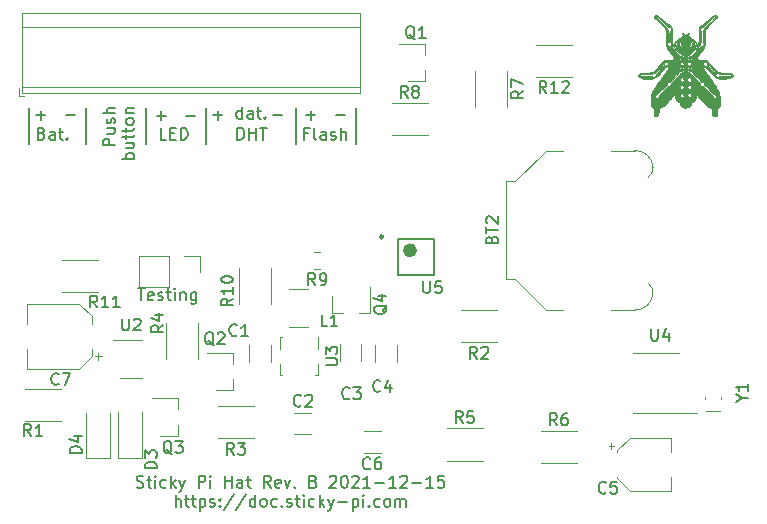
<source format=gbr>
G04 #@! TF.GenerationSoftware,KiCad,Pcbnew,6.0.0*
G04 #@! TF.CreationDate,2022-01-07T13:13:10+02:00*
G04 #@! TF.ProjectId,sticky_pi_hat,73746963-6b79-45f7-9069-5f6861742e6b,rev?*
G04 #@! TF.SameCoordinates,Original*
G04 #@! TF.FileFunction,Legend,Top*
G04 #@! TF.FilePolarity,Positive*
%FSLAX46Y46*%
G04 Gerber Fmt 4.6, Leading zero omitted, Abs format (unit mm)*
G04 Created by KiCad (PCBNEW 6.0.0) date 2022-01-07 13:13:10*
%MOMM*%
%LPD*%
G01*
G04 APERTURE LIST*
%ADD10C,0.150000*%
%ADD11C,0.120000*%
%ADD12C,0.010000*%
%ADD13C,0.599999*%
%ADD14C,0.249999*%
G04 APERTURE END LIST*
D10*
X120551380Y-97966452D02*
X119551380Y-97966452D01*
X119551380Y-97585500D01*
X119599000Y-97490261D01*
X119646619Y-97442642D01*
X119741857Y-97395023D01*
X119884714Y-97395023D01*
X119979952Y-97442642D01*
X120027571Y-97490261D01*
X120075190Y-97585500D01*
X120075190Y-97966452D01*
X119884714Y-96537880D02*
X120551380Y-96537880D01*
X119884714Y-96966452D02*
X120408523Y-96966452D01*
X120503761Y-96918833D01*
X120551380Y-96823595D01*
X120551380Y-96680738D01*
X120503761Y-96585500D01*
X120456142Y-96537880D01*
X120503761Y-96109309D02*
X120551380Y-96014071D01*
X120551380Y-95823595D01*
X120503761Y-95728357D01*
X120408523Y-95680738D01*
X120360904Y-95680738D01*
X120265666Y-95728357D01*
X120218047Y-95823595D01*
X120218047Y-95966452D01*
X120170428Y-96061690D01*
X120075190Y-96109309D01*
X120027571Y-96109309D01*
X119932333Y-96061690D01*
X119884714Y-95966452D01*
X119884714Y-95823595D01*
X119932333Y-95728357D01*
X120551380Y-95252166D02*
X119551380Y-95252166D01*
X120551380Y-94823595D02*
X120027571Y-94823595D01*
X119932333Y-94871214D01*
X119884714Y-94966452D01*
X119884714Y-95109309D01*
X119932333Y-95204547D01*
X119979952Y-95252166D01*
X122161380Y-99109309D02*
X121161380Y-99109309D01*
X121542333Y-99109309D02*
X121494714Y-99014071D01*
X121494714Y-98823595D01*
X121542333Y-98728357D01*
X121589952Y-98680738D01*
X121685190Y-98633119D01*
X121970904Y-98633119D01*
X122066142Y-98680738D01*
X122113761Y-98728357D01*
X122161380Y-98823595D01*
X122161380Y-99014071D01*
X122113761Y-99109309D01*
X121494714Y-97775976D02*
X122161380Y-97775976D01*
X121494714Y-98204547D02*
X122018523Y-98204547D01*
X122113761Y-98156928D01*
X122161380Y-98061690D01*
X122161380Y-97918833D01*
X122113761Y-97823595D01*
X122066142Y-97775976D01*
X121494714Y-97442642D02*
X121494714Y-97061690D01*
X121161380Y-97299785D02*
X122018523Y-97299785D01*
X122113761Y-97252166D01*
X122161380Y-97156928D01*
X122161380Y-97061690D01*
X121494714Y-96871214D02*
X121494714Y-96490261D01*
X121161380Y-96728357D02*
X122018523Y-96728357D01*
X122113761Y-96680738D01*
X122161380Y-96585500D01*
X122161380Y-96490261D01*
X122161380Y-96014071D02*
X122113761Y-96109309D01*
X122066142Y-96156928D01*
X121970904Y-96204547D01*
X121685190Y-96204547D01*
X121589952Y-96156928D01*
X121542333Y-96109309D01*
X121494714Y-96014071D01*
X121494714Y-95871214D01*
X121542333Y-95775976D01*
X121589952Y-95728357D01*
X121685190Y-95680738D01*
X121970904Y-95680738D01*
X122066142Y-95728357D01*
X122113761Y-95775976D01*
X122161380Y-95871214D01*
X122161380Y-96014071D01*
X121494714Y-95252166D02*
X122161380Y-95252166D01*
X121589952Y-95252166D02*
X121542333Y-95204547D01*
X121494714Y-95109309D01*
X121494714Y-94966452D01*
X121542333Y-94871214D01*
X121637571Y-94823595D01*
X122161380Y-94823595D01*
X117220952Y-95432571D02*
X116459047Y-95432571D01*
X114361547Y-96956571D02*
X114504404Y-97004190D01*
X114552023Y-97051809D01*
X114599642Y-97147047D01*
X114599642Y-97289904D01*
X114552023Y-97385142D01*
X114504404Y-97432761D01*
X114409166Y-97480380D01*
X114028214Y-97480380D01*
X114028214Y-96480380D01*
X114361547Y-96480380D01*
X114456785Y-96528000D01*
X114504404Y-96575619D01*
X114552023Y-96670857D01*
X114552023Y-96766095D01*
X114504404Y-96861333D01*
X114456785Y-96908952D01*
X114361547Y-96956571D01*
X114028214Y-96956571D01*
X115456785Y-97480380D02*
X115456785Y-96956571D01*
X115409166Y-96861333D01*
X115313928Y-96813714D01*
X115123452Y-96813714D01*
X115028214Y-96861333D01*
X115456785Y-97432761D02*
X115361547Y-97480380D01*
X115123452Y-97480380D01*
X115028214Y-97432761D01*
X114980595Y-97337523D01*
X114980595Y-97242285D01*
X115028214Y-97147047D01*
X115123452Y-97099428D01*
X115361547Y-97099428D01*
X115456785Y-97051809D01*
X115790119Y-96813714D02*
X116171071Y-96813714D01*
X115932976Y-96480380D02*
X115932976Y-97337523D01*
X115980595Y-97432761D01*
X116075833Y-97480380D01*
X116171071Y-97480380D01*
X116504404Y-97385142D02*
X116552023Y-97432761D01*
X116504404Y-97480380D01*
X116456785Y-97432761D01*
X116504404Y-97385142D01*
X116504404Y-97480380D01*
X127326152Y-95445571D02*
X126564247Y-95445571D01*
X124902500Y-97480380D02*
X124426309Y-97480380D01*
X124426309Y-96480380D01*
X125235833Y-96956571D02*
X125569166Y-96956571D01*
X125712023Y-97480380D02*
X125235833Y-97480380D01*
X125235833Y-96480380D01*
X125712023Y-96480380D01*
X126140595Y-97480380D02*
X126140595Y-96480380D01*
X126378690Y-96480380D01*
X126521547Y-96528000D01*
X126616785Y-96623238D01*
X126664404Y-96718476D01*
X126712023Y-96908952D01*
X126712023Y-97051809D01*
X126664404Y-97242285D01*
X126616785Y-97337523D01*
X126521547Y-97432761D01*
X126378690Y-97480380D01*
X126140595Y-97480380D01*
X118149619Y-97887119D02*
X118149619Y-97125214D01*
X118149619Y-97125214D02*
X118149619Y-96363309D01*
X118149619Y-96363309D02*
X118149619Y-95601404D01*
X118149619Y-95601404D02*
X118149619Y-94839500D01*
X113323619Y-97887119D02*
X113323619Y-97125214D01*
X113323619Y-97125214D02*
X113323619Y-96363309D01*
X113323619Y-96363309D02*
X113323619Y-95601404D01*
X113323619Y-95601404D02*
X113323619Y-94839500D01*
X123229619Y-97887119D02*
X123229619Y-97125214D01*
X123229619Y-97125214D02*
X123229619Y-96363309D01*
X123229619Y-96363309D02*
X123229619Y-95601404D01*
X123229619Y-95601404D02*
X123229619Y-94839500D01*
X128309619Y-97887119D02*
X128309619Y-97125214D01*
X128309619Y-97125214D02*
X128309619Y-96363309D01*
X128309619Y-96363309D02*
X128309619Y-95601404D01*
X128309619Y-95601404D02*
X128309619Y-94839500D01*
X141009619Y-97887119D02*
X141009619Y-97125214D01*
X141009619Y-97125214D02*
X141009619Y-96363309D01*
X141009619Y-96363309D02*
X141009619Y-95601404D01*
X141009619Y-95601404D02*
X141009619Y-94839500D01*
X129666952Y-95432571D02*
X128905047Y-95432571D01*
X129286000Y-95051619D02*
X129286000Y-95813523D01*
X134746952Y-95432571D02*
X133985047Y-95432571D01*
X136935928Y-96956571D02*
X136602595Y-96956571D01*
X136602595Y-97480380D02*
X136602595Y-96480380D01*
X137078785Y-96480380D01*
X137602595Y-97480380D02*
X137507357Y-97432761D01*
X137459738Y-97337523D01*
X137459738Y-96480380D01*
X138412119Y-97480380D02*
X138412119Y-96956571D01*
X138364500Y-96861333D01*
X138269261Y-96813714D01*
X138078785Y-96813714D01*
X137983547Y-96861333D01*
X138412119Y-97432761D02*
X138316880Y-97480380D01*
X138078785Y-97480380D01*
X137983547Y-97432761D01*
X137935928Y-97337523D01*
X137935928Y-97242285D01*
X137983547Y-97147047D01*
X138078785Y-97099428D01*
X138316880Y-97099428D01*
X138412119Y-97051809D01*
X138840690Y-97432761D02*
X138935928Y-97480380D01*
X139126404Y-97480380D01*
X139221642Y-97432761D01*
X139269261Y-97337523D01*
X139269261Y-97289904D01*
X139221642Y-97194666D01*
X139126404Y-97147047D01*
X138983547Y-97147047D01*
X138888309Y-97099428D01*
X138840690Y-97004190D01*
X138840690Y-96956571D01*
X138888309Y-96861333D01*
X138983547Y-96813714D01*
X139126404Y-96813714D01*
X139221642Y-96861333D01*
X139697833Y-97480380D02*
X139697833Y-96480380D01*
X140126404Y-97480380D02*
X140126404Y-96956571D01*
X140078785Y-96861333D01*
X139983547Y-96813714D01*
X139840690Y-96813714D01*
X139745452Y-96861333D01*
X139697833Y-96908952D01*
X140080952Y-95432571D02*
X139319047Y-95432571D01*
X137540952Y-95432571D02*
X136779047Y-95432571D01*
X137160000Y-95051619D02*
X137160000Y-95813523D01*
X130935071Y-97480380D02*
X130935071Y-96480380D01*
X131173166Y-96480380D01*
X131316023Y-96528000D01*
X131411261Y-96623238D01*
X131458880Y-96718476D01*
X131506500Y-96908952D01*
X131506500Y-97051809D01*
X131458880Y-97242285D01*
X131411261Y-97337523D01*
X131316023Y-97432761D01*
X131173166Y-97480380D01*
X130935071Y-97480380D01*
X131935071Y-97480380D02*
X131935071Y-96480380D01*
X131935071Y-96956571D02*
X132506500Y-96956571D01*
X132506500Y-97480380D02*
X132506500Y-96480380D01*
X132839833Y-96480380D02*
X133411261Y-96480380D01*
X133125547Y-97480380D02*
X133125547Y-96480380D01*
X135929619Y-97887119D02*
X135929619Y-97125214D01*
X135929619Y-97125214D02*
X135929619Y-96363309D01*
X135929619Y-96363309D02*
X135929619Y-95601404D01*
X135929619Y-95601404D02*
X135929619Y-94839500D01*
X131318095Y-95702380D02*
X131318095Y-94702380D01*
X131318095Y-95654761D02*
X131222857Y-95702380D01*
X131032380Y-95702380D01*
X130937142Y-95654761D01*
X130889523Y-95607142D01*
X130841904Y-95511904D01*
X130841904Y-95226190D01*
X130889523Y-95130952D01*
X130937142Y-95083333D01*
X131032380Y-95035714D01*
X131222857Y-95035714D01*
X131318095Y-95083333D01*
X132222857Y-95702380D02*
X132222857Y-95178571D01*
X132175238Y-95083333D01*
X132080000Y-95035714D01*
X131889523Y-95035714D01*
X131794285Y-95083333D01*
X132222857Y-95654761D02*
X132127619Y-95702380D01*
X131889523Y-95702380D01*
X131794285Y-95654761D01*
X131746666Y-95559523D01*
X131746666Y-95464285D01*
X131794285Y-95369047D01*
X131889523Y-95321428D01*
X132127619Y-95321428D01*
X132222857Y-95273809D01*
X132556190Y-95035714D02*
X132937142Y-95035714D01*
X132699047Y-94702380D02*
X132699047Y-95559523D01*
X132746666Y-95654761D01*
X132841904Y-95702380D01*
X132937142Y-95702380D01*
X133270476Y-95607142D02*
X133318095Y-95654761D01*
X133270476Y-95702380D01*
X133222857Y-95654761D01*
X133270476Y-95607142D01*
X133270476Y-95702380D01*
X122496580Y-110069380D02*
X123068009Y-110069380D01*
X122782295Y-111069380D02*
X122782295Y-110069380D01*
X123782295Y-111021761D02*
X123687057Y-111069380D01*
X123496580Y-111069380D01*
X123401342Y-111021761D01*
X123353723Y-110926523D01*
X123353723Y-110545571D01*
X123401342Y-110450333D01*
X123496580Y-110402714D01*
X123687057Y-110402714D01*
X123782295Y-110450333D01*
X123829914Y-110545571D01*
X123829914Y-110640809D01*
X123353723Y-110736047D01*
X124210866Y-111021761D02*
X124306104Y-111069380D01*
X124496580Y-111069380D01*
X124591819Y-111021761D01*
X124639438Y-110926523D01*
X124639438Y-110878904D01*
X124591819Y-110783666D01*
X124496580Y-110736047D01*
X124353723Y-110736047D01*
X124258485Y-110688428D01*
X124210866Y-110593190D01*
X124210866Y-110545571D01*
X124258485Y-110450333D01*
X124353723Y-110402714D01*
X124496580Y-110402714D01*
X124591819Y-110450333D01*
X124925152Y-110402714D02*
X125306104Y-110402714D01*
X125068009Y-110069380D02*
X125068009Y-110926523D01*
X125115628Y-111021761D01*
X125210866Y-111069380D01*
X125306104Y-111069380D01*
X125639438Y-111069380D02*
X125639438Y-110402714D01*
X125639438Y-110069380D02*
X125591819Y-110117000D01*
X125639438Y-110164619D01*
X125687057Y-110117000D01*
X125639438Y-110069380D01*
X125639438Y-110164619D01*
X126115628Y-110402714D02*
X126115628Y-111069380D01*
X126115628Y-110497952D02*
X126163247Y-110450333D01*
X126258485Y-110402714D01*
X126401342Y-110402714D01*
X126496580Y-110450333D01*
X126544200Y-110545571D01*
X126544200Y-111069380D01*
X127448961Y-110402714D02*
X127448961Y-111212238D01*
X127401342Y-111307476D01*
X127353723Y-111355095D01*
X127258485Y-111402714D01*
X127115628Y-111402714D01*
X127020390Y-111355095D01*
X127448961Y-111021761D02*
X127353723Y-111069380D01*
X127163247Y-111069380D01*
X127068009Y-111021761D01*
X127020390Y-110974142D01*
X126972771Y-110878904D01*
X126972771Y-110593190D01*
X127020390Y-110497952D01*
X127068009Y-110450333D01*
X127163247Y-110402714D01*
X127353723Y-110402714D01*
X127448961Y-110450333D01*
X124876152Y-95445571D02*
X124114247Y-95445571D01*
X124495200Y-95064619D02*
X124495200Y-95826523D01*
X114680952Y-95432571D02*
X113919047Y-95432571D01*
X114300000Y-95051619D02*
X114300000Y-95813523D01*
X122408990Y-126904561D02*
X122551847Y-126952180D01*
X122789942Y-126952180D01*
X122885180Y-126904561D01*
X122932800Y-126856942D01*
X122980419Y-126761704D01*
X122980419Y-126666466D01*
X122932800Y-126571228D01*
X122885180Y-126523609D01*
X122789942Y-126475990D01*
X122599466Y-126428371D01*
X122504228Y-126380752D01*
X122456609Y-126333133D01*
X122408990Y-126237895D01*
X122408990Y-126142657D01*
X122456609Y-126047419D01*
X122504228Y-125999800D01*
X122599466Y-125952180D01*
X122837561Y-125952180D01*
X122980419Y-125999800D01*
X123266133Y-126285514D02*
X123647085Y-126285514D01*
X123408990Y-125952180D02*
X123408990Y-126809323D01*
X123456609Y-126904561D01*
X123551847Y-126952180D01*
X123647085Y-126952180D01*
X123980419Y-126952180D02*
X123980419Y-126285514D01*
X123980419Y-125952180D02*
X123932800Y-125999800D01*
X123980419Y-126047419D01*
X124028038Y-125999800D01*
X123980419Y-125952180D01*
X123980419Y-126047419D01*
X124885180Y-126904561D02*
X124789942Y-126952180D01*
X124599466Y-126952180D01*
X124504228Y-126904561D01*
X124456609Y-126856942D01*
X124408990Y-126761704D01*
X124408990Y-126475990D01*
X124456609Y-126380752D01*
X124504228Y-126333133D01*
X124599466Y-126285514D01*
X124789942Y-126285514D01*
X124885180Y-126333133D01*
X125313752Y-126952180D02*
X125313752Y-125952180D01*
X125408990Y-126571228D02*
X125694704Y-126952180D01*
X125694704Y-126285514D02*
X125313752Y-126666466D01*
X126028038Y-126285514D02*
X126266133Y-126952180D01*
X126504228Y-126285514D02*
X126266133Y-126952180D01*
X126170895Y-127190276D01*
X126123276Y-127237895D01*
X126028038Y-127285514D01*
X127647085Y-126952180D02*
X127647085Y-125952180D01*
X128028038Y-125952180D01*
X128123276Y-125999800D01*
X128170895Y-126047419D01*
X128218514Y-126142657D01*
X128218514Y-126285514D01*
X128170895Y-126380752D01*
X128123276Y-126428371D01*
X128028038Y-126475990D01*
X127647085Y-126475990D01*
X128647085Y-126952180D02*
X128647085Y-126285514D01*
X128647085Y-125952180D02*
X128599466Y-125999800D01*
X128647085Y-126047419D01*
X128694704Y-125999800D01*
X128647085Y-125952180D01*
X128647085Y-126047419D01*
X129885180Y-126952180D02*
X129885180Y-125952180D01*
X129885180Y-126428371D02*
X130456609Y-126428371D01*
X130456609Y-126952180D02*
X130456609Y-125952180D01*
X131361371Y-126952180D02*
X131361371Y-126428371D01*
X131313752Y-126333133D01*
X131218514Y-126285514D01*
X131028038Y-126285514D01*
X130932800Y-126333133D01*
X131361371Y-126904561D02*
X131266133Y-126952180D01*
X131028038Y-126952180D01*
X130932800Y-126904561D01*
X130885180Y-126809323D01*
X130885180Y-126714085D01*
X130932800Y-126618847D01*
X131028038Y-126571228D01*
X131266133Y-126571228D01*
X131361371Y-126523609D01*
X131694704Y-126285514D02*
X132075657Y-126285514D01*
X131837561Y-125952180D02*
X131837561Y-126809323D01*
X131885180Y-126904561D01*
X131980419Y-126952180D01*
X132075657Y-126952180D01*
X133742323Y-126952180D02*
X133408990Y-126475990D01*
X133170895Y-126952180D02*
X133170895Y-125952180D01*
X133551847Y-125952180D01*
X133647085Y-125999800D01*
X133694704Y-126047419D01*
X133742323Y-126142657D01*
X133742323Y-126285514D01*
X133694704Y-126380752D01*
X133647085Y-126428371D01*
X133551847Y-126475990D01*
X133170895Y-126475990D01*
X134551847Y-126904561D02*
X134456609Y-126952180D01*
X134266133Y-126952180D01*
X134170895Y-126904561D01*
X134123276Y-126809323D01*
X134123276Y-126428371D01*
X134170895Y-126333133D01*
X134266133Y-126285514D01*
X134456609Y-126285514D01*
X134551847Y-126333133D01*
X134599466Y-126428371D01*
X134599466Y-126523609D01*
X134123276Y-126618847D01*
X134932800Y-126285514D02*
X135170895Y-126952180D01*
X135408990Y-126285514D01*
X135789942Y-126856942D02*
X135837561Y-126904561D01*
X135789942Y-126952180D01*
X135742323Y-126904561D01*
X135789942Y-126856942D01*
X135789942Y-126952180D01*
X137361371Y-126428371D02*
X137504228Y-126475990D01*
X137551847Y-126523609D01*
X137599466Y-126618847D01*
X137599466Y-126761704D01*
X137551847Y-126856942D01*
X137504228Y-126904561D01*
X137408990Y-126952180D01*
X137028038Y-126952180D01*
X137028038Y-125952180D01*
X137361371Y-125952180D01*
X137456609Y-125999800D01*
X137504228Y-126047419D01*
X137551847Y-126142657D01*
X137551847Y-126237895D01*
X137504228Y-126333133D01*
X137456609Y-126380752D01*
X137361371Y-126428371D01*
X137028038Y-126428371D01*
X138742323Y-126047419D02*
X138789942Y-125999800D01*
X138885180Y-125952180D01*
X139123276Y-125952180D01*
X139218514Y-125999800D01*
X139266133Y-126047419D01*
X139313752Y-126142657D01*
X139313752Y-126237895D01*
X139266133Y-126380752D01*
X138694704Y-126952180D01*
X139313752Y-126952180D01*
X139932800Y-125952180D02*
X140028038Y-125952180D01*
X140123276Y-125999800D01*
X140170895Y-126047419D01*
X140218514Y-126142657D01*
X140266133Y-126333133D01*
X140266133Y-126571228D01*
X140218514Y-126761704D01*
X140170895Y-126856942D01*
X140123276Y-126904561D01*
X140028038Y-126952180D01*
X139932800Y-126952180D01*
X139837561Y-126904561D01*
X139789942Y-126856942D01*
X139742323Y-126761704D01*
X139694704Y-126571228D01*
X139694704Y-126333133D01*
X139742323Y-126142657D01*
X139789942Y-126047419D01*
X139837561Y-125999800D01*
X139932800Y-125952180D01*
X140647085Y-126047419D02*
X140694704Y-125999800D01*
X140789942Y-125952180D01*
X141028038Y-125952180D01*
X141123276Y-125999800D01*
X141170895Y-126047419D01*
X141218514Y-126142657D01*
X141218514Y-126237895D01*
X141170895Y-126380752D01*
X140599466Y-126952180D01*
X141218514Y-126952180D01*
X142170895Y-126952180D02*
X141599466Y-126952180D01*
X141885180Y-126952180D02*
X141885180Y-125952180D01*
X141789942Y-126095038D01*
X141694704Y-126190276D01*
X141599466Y-126237895D01*
X142599466Y-126571228D02*
X143361371Y-126571228D01*
X144361371Y-126952180D02*
X143789942Y-126952180D01*
X144075657Y-126952180D02*
X144075657Y-125952180D01*
X143980419Y-126095038D01*
X143885180Y-126190276D01*
X143789942Y-126237895D01*
X144742323Y-126047419D02*
X144789942Y-125999800D01*
X144885180Y-125952180D01*
X145123276Y-125952180D01*
X145218514Y-125999800D01*
X145266133Y-126047419D01*
X145313752Y-126142657D01*
X145313752Y-126237895D01*
X145266133Y-126380752D01*
X144694704Y-126952180D01*
X145313752Y-126952180D01*
X145742323Y-126571228D02*
X146504228Y-126571228D01*
X147504228Y-126952180D02*
X146932800Y-126952180D01*
X147218514Y-126952180D02*
X147218514Y-125952180D01*
X147123276Y-126095038D01*
X147028038Y-126190276D01*
X146932800Y-126237895D01*
X148408990Y-125952180D02*
X147932800Y-125952180D01*
X147885180Y-126428371D01*
X147932800Y-126380752D01*
X148028038Y-126333133D01*
X148266133Y-126333133D01*
X148361371Y-126380752D01*
X148408990Y-126428371D01*
X148456609Y-126523609D01*
X148456609Y-126761704D01*
X148408990Y-126856942D01*
X148361371Y-126904561D01*
X148266133Y-126952180D01*
X148028038Y-126952180D01*
X147932800Y-126904561D01*
X147885180Y-126856942D01*
X125694704Y-128562180D02*
X125694704Y-127562180D01*
X126123276Y-128562180D02*
X126123276Y-128038371D01*
X126075657Y-127943133D01*
X125980419Y-127895514D01*
X125837561Y-127895514D01*
X125742323Y-127943133D01*
X125694704Y-127990752D01*
X126456609Y-127895514D02*
X126837561Y-127895514D01*
X126599466Y-127562180D02*
X126599466Y-128419323D01*
X126647085Y-128514561D01*
X126742323Y-128562180D01*
X126837561Y-128562180D01*
X127028038Y-127895514D02*
X127408990Y-127895514D01*
X127170895Y-127562180D02*
X127170895Y-128419323D01*
X127218514Y-128514561D01*
X127313752Y-128562180D01*
X127408990Y-128562180D01*
X127742323Y-127895514D02*
X127742323Y-128895514D01*
X127742323Y-127943133D02*
X127837561Y-127895514D01*
X128028038Y-127895514D01*
X128123276Y-127943133D01*
X128170895Y-127990752D01*
X128218514Y-128085990D01*
X128218514Y-128371704D01*
X128170895Y-128466942D01*
X128123276Y-128514561D01*
X128028038Y-128562180D01*
X127837561Y-128562180D01*
X127742323Y-128514561D01*
X128599466Y-128514561D02*
X128694704Y-128562180D01*
X128885180Y-128562180D01*
X128980419Y-128514561D01*
X129028038Y-128419323D01*
X129028038Y-128371704D01*
X128980419Y-128276466D01*
X128885180Y-128228847D01*
X128742323Y-128228847D01*
X128647085Y-128181228D01*
X128599466Y-128085990D01*
X128599466Y-128038371D01*
X128647085Y-127943133D01*
X128742323Y-127895514D01*
X128885180Y-127895514D01*
X128980419Y-127943133D01*
X129456609Y-128466942D02*
X129504228Y-128514561D01*
X129456609Y-128562180D01*
X129408990Y-128514561D01*
X129456609Y-128466942D01*
X129456609Y-128562180D01*
X129456609Y-127943133D02*
X129504228Y-127990752D01*
X129456609Y-128038371D01*
X129408990Y-127990752D01*
X129456609Y-127943133D01*
X129456609Y-128038371D01*
X130647085Y-127514561D02*
X129789942Y-128800276D01*
X131694704Y-127514561D02*
X130837561Y-128800276D01*
X132456609Y-128562180D02*
X132456609Y-127562180D01*
X132456609Y-128514561D02*
X132361371Y-128562180D01*
X132170895Y-128562180D01*
X132075657Y-128514561D01*
X132028038Y-128466942D01*
X131980419Y-128371704D01*
X131980419Y-128085990D01*
X132028038Y-127990752D01*
X132075657Y-127943133D01*
X132170895Y-127895514D01*
X132361371Y-127895514D01*
X132456609Y-127943133D01*
X133075657Y-128562180D02*
X132980419Y-128514561D01*
X132932800Y-128466942D01*
X132885180Y-128371704D01*
X132885180Y-128085990D01*
X132932800Y-127990752D01*
X132980419Y-127943133D01*
X133075657Y-127895514D01*
X133218514Y-127895514D01*
X133313752Y-127943133D01*
X133361371Y-127990752D01*
X133408990Y-128085990D01*
X133408990Y-128371704D01*
X133361371Y-128466942D01*
X133313752Y-128514561D01*
X133218514Y-128562180D01*
X133075657Y-128562180D01*
X134266133Y-128514561D02*
X134170895Y-128562180D01*
X133980419Y-128562180D01*
X133885180Y-128514561D01*
X133837561Y-128466942D01*
X133789942Y-128371704D01*
X133789942Y-128085990D01*
X133837561Y-127990752D01*
X133885180Y-127943133D01*
X133980419Y-127895514D01*
X134170895Y-127895514D01*
X134266133Y-127943133D01*
X134694704Y-128466942D02*
X134742323Y-128514561D01*
X134694704Y-128562180D01*
X134647085Y-128514561D01*
X134694704Y-128466942D01*
X134694704Y-128562180D01*
X135123276Y-128514561D02*
X135218514Y-128562180D01*
X135408990Y-128562180D01*
X135504228Y-128514561D01*
X135551847Y-128419323D01*
X135551847Y-128371704D01*
X135504228Y-128276466D01*
X135408990Y-128228847D01*
X135266133Y-128228847D01*
X135170895Y-128181228D01*
X135123276Y-128085990D01*
X135123276Y-128038371D01*
X135170895Y-127943133D01*
X135266133Y-127895514D01*
X135408990Y-127895514D01*
X135504228Y-127943133D01*
X135837561Y-127895514D02*
X136218514Y-127895514D01*
X135980419Y-127562180D02*
X135980419Y-128419323D01*
X136028038Y-128514561D01*
X136123276Y-128562180D01*
X136218514Y-128562180D01*
X136551847Y-128562180D02*
X136551847Y-127895514D01*
X136551847Y-127562180D02*
X136504228Y-127609800D01*
X136551847Y-127657419D01*
X136599466Y-127609800D01*
X136551847Y-127562180D01*
X136551847Y-127657419D01*
X137456609Y-128514561D02*
X137361371Y-128562180D01*
X137170895Y-128562180D01*
X137075657Y-128514561D01*
X137028038Y-128466942D01*
X136980419Y-128371704D01*
X136980419Y-128085990D01*
X137028038Y-127990752D01*
X137075657Y-127943133D01*
X137170895Y-127895514D01*
X137361371Y-127895514D01*
X137456609Y-127943133D01*
X137885180Y-128562180D02*
X137885180Y-127562180D01*
X137980419Y-128181228D02*
X138266133Y-128562180D01*
X138266133Y-127895514D02*
X137885180Y-128276466D01*
X138599466Y-127895514D02*
X138837561Y-128562180D01*
X139075657Y-127895514D02*
X138837561Y-128562180D01*
X138742323Y-128800276D01*
X138694704Y-128847895D01*
X138599466Y-128895514D01*
X139456609Y-128181228D02*
X140218514Y-128181228D01*
X140694704Y-127895514D02*
X140694704Y-128895514D01*
X140694704Y-127943133D02*
X140789942Y-127895514D01*
X140980419Y-127895514D01*
X141075657Y-127943133D01*
X141123276Y-127990752D01*
X141170895Y-128085990D01*
X141170895Y-128371704D01*
X141123276Y-128466942D01*
X141075657Y-128514561D01*
X140980419Y-128562180D01*
X140789942Y-128562180D01*
X140694704Y-128514561D01*
X141599466Y-128562180D02*
X141599466Y-127895514D01*
X141599466Y-127562180D02*
X141551847Y-127609800D01*
X141599466Y-127657419D01*
X141647085Y-127609800D01*
X141599466Y-127562180D01*
X141599466Y-127657419D01*
X142075657Y-128466942D02*
X142123276Y-128514561D01*
X142075657Y-128562180D01*
X142028038Y-128514561D01*
X142075657Y-128466942D01*
X142075657Y-128562180D01*
X142980419Y-128514561D02*
X142885180Y-128562180D01*
X142694704Y-128562180D01*
X142599466Y-128514561D01*
X142551847Y-128466942D01*
X142504228Y-128371704D01*
X142504228Y-128085990D01*
X142551847Y-127990752D01*
X142599466Y-127943133D01*
X142694704Y-127895514D01*
X142885180Y-127895514D01*
X142980419Y-127943133D01*
X143551847Y-128562180D02*
X143456609Y-128514561D01*
X143408990Y-128466942D01*
X143361371Y-128371704D01*
X143361371Y-128085990D01*
X143408990Y-127990752D01*
X143456609Y-127943133D01*
X143551847Y-127895514D01*
X143694704Y-127895514D01*
X143789942Y-127943133D01*
X143837561Y-127990752D01*
X143885180Y-128085990D01*
X143885180Y-128371704D01*
X143837561Y-128466942D01*
X143789942Y-128514561D01*
X143694704Y-128562180D01*
X143551847Y-128562180D01*
X144313752Y-128562180D02*
X144313752Y-127895514D01*
X144313752Y-127990752D02*
X144361371Y-127943133D01*
X144456609Y-127895514D01*
X144599466Y-127895514D01*
X144694704Y-127943133D01*
X144742323Y-128038371D01*
X144742323Y-128562180D01*
X144742323Y-128038371D02*
X144789942Y-127943133D01*
X144885180Y-127895514D01*
X145028038Y-127895514D01*
X145123276Y-127943133D01*
X145170895Y-128038371D01*
X145170895Y-128562180D01*
X113458533Y-122579380D02*
X113125200Y-122103190D01*
X112887104Y-122579380D02*
X112887104Y-121579380D01*
X113268057Y-121579380D01*
X113363295Y-121627000D01*
X113410914Y-121674619D01*
X113458533Y-121769857D01*
X113458533Y-121912714D01*
X113410914Y-122007952D01*
X113363295Y-122055571D01*
X113268057Y-122103190D01*
X112887104Y-122103190D01*
X114410914Y-122579380D02*
X113839485Y-122579380D01*
X114125200Y-122579380D02*
X114125200Y-121579380D01*
X114029961Y-121722238D01*
X113934723Y-121817476D01*
X113839485Y-121865095D01*
X124658380Y-113196666D02*
X124182190Y-113530000D01*
X124658380Y-113768095D02*
X123658380Y-113768095D01*
X123658380Y-113387142D01*
X123706000Y-113291904D01*
X123753619Y-113244285D01*
X123848857Y-113196666D01*
X123991714Y-113196666D01*
X124086952Y-113244285D01*
X124134571Y-113291904D01*
X124182190Y-113387142D01*
X124182190Y-113768095D01*
X123991714Y-112339523D02*
X124658380Y-112339523D01*
X123610761Y-112577619D02*
X124325047Y-112815714D01*
X124325047Y-112196666D01*
X138542733Y-113304580D02*
X138066542Y-113304580D01*
X138066542Y-112304580D01*
X139399876Y-113304580D02*
X138828447Y-113304580D01*
X139114161Y-113304580D02*
X139114161Y-112304580D01*
X139018923Y-112447438D01*
X138923685Y-112542676D01*
X138828447Y-112590295D01*
X157973733Y-121667180D02*
X157640400Y-121190990D01*
X157402304Y-121667180D02*
X157402304Y-120667180D01*
X157783257Y-120667180D01*
X157878495Y-120714800D01*
X157926114Y-120762419D01*
X157973733Y-120857657D01*
X157973733Y-121000514D01*
X157926114Y-121095752D01*
X157878495Y-121143371D01*
X157783257Y-121190990D01*
X157402304Y-121190990D01*
X158830876Y-120667180D02*
X158640400Y-120667180D01*
X158545161Y-120714800D01*
X158497542Y-120762419D01*
X158402304Y-120905276D01*
X158354685Y-121095752D01*
X158354685Y-121476704D01*
X158402304Y-121571942D01*
X158449923Y-121619561D01*
X158545161Y-121667180D01*
X158735638Y-121667180D01*
X158830876Y-121619561D01*
X158878495Y-121571942D01*
X158926114Y-121476704D01*
X158926114Y-121238609D01*
X158878495Y-121143371D01*
X158830876Y-121095752D01*
X158735638Y-121048133D01*
X158545161Y-121048133D01*
X158449923Y-121095752D01*
X158402304Y-121143371D01*
X158354685Y-121238609D01*
X152456571Y-105941714D02*
X152504190Y-105798857D01*
X152551809Y-105751238D01*
X152647047Y-105703619D01*
X152789904Y-105703619D01*
X152885142Y-105751238D01*
X152932761Y-105798857D01*
X152980380Y-105894095D01*
X152980380Y-106275047D01*
X151980380Y-106275047D01*
X151980380Y-105941714D01*
X152028000Y-105846476D01*
X152075619Y-105798857D01*
X152170857Y-105751238D01*
X152266095Y-105751238D01*
X152361333Y-105798857D01*
X152408952Y-105846476D01*
X152456571Y-105941714D01*
X152456571Y-106275047D01*
X151980380Y-105417904D02*
X151980380Y-104846476D01*
X152980380Y-105132190D02*
X151980380Y-105132190D01*
X152075619Y-104560761D02*
X152028000Y-104513142D01*
X151980380Y-104417904D01*
X151980380Y-104179809D01*
X152028000Y-104084571D01*
X152075619Y-104036952D01*
X152170857Y-103989333D01*
X152266095Y-103989333D01*
X152408952Y-104036952D01*
X152980380Y-104608380D01*
X152980380Y-103989333D01*
X165963695Y-113498380D02*
X165963695Y-114307904D01*
X166011314Y-114403142D01*
X166058933Y-114450761D01*
X166154171Y-114498380D01*
X166344647Y-114498380D01*
X166439885Y-114450761D01*
X166487504Y-114403142D01*
X166535123Y-114307904D01*
X166535123Y-113498380D01*
X167439885Y-113831714D02*
X167439885Y-114498380D01*
X167201790Y-113450761D02*
X166963695Y-114165047D01*
X167582742Y-114165047D01*
X145954761Y-88979619D02*
X145859523Y-88932000D01*
X145764285Y-88836761D01*
X145621428Y-88693904D01*
X145526190Y-88646285D01*
X145430952Y-88646285D01*
X145478571Y-88884380D02*
X145383333Y-88836761D01*
X145288095Y-88741523D01*
X145240476Y-88551047D01*
X145240476Y-88217714D01*
X145288095Y-88027238D01*
X145383333Y-87932000D01*
X145478571Y-87884380D01*
X145669047Y-87884380D01*
X145764285Y-87932000D01*
X145859523Y-88027238D01*
X145907142Y-88217714D01*
X145907142Y-88551047D01*
X145859523Y-88741523D01*
X145764285Y-88836761D01*
X145669047Y-88884380D01*
X145478571Y-88884380D01*
X146859523Y-88884380D02*
X146288095Y-88884380D01*
X146573809Y-88884380D02*
X146573809Y-87884380D01*
X146478571Y-88027238D01*
X146383333Y-88122476D01*
X146288095Y-88170095D01*
X155132380Y-93384666D02*
X154656190Y-93718000D01*
X155132380Y-93956095D02*
X154132380Y-93956095D01*
X154132380Y-93575142D01*
X154180000Y-93479904D01*
X154227619Y-93432285D01*
X154322857Y-93384666D01*
X154465714Y-93384666D01*
X154560952Y-93432285D01*
X154608571Y-93479904D01*
X154656190Y-93575142D01*
X154656190Y-93956095D01*
X154132380Y-93051333D02*
X154132380Y-92384666D01*
X155132380Y-92813238D01*
X140428533Y-119354142D02*
X140380914Y-119401761D01*
X140238057Y-119449380D01*
X140142819Y-119449380D01*
X139999961Y-119401761D01*
X139904723Y-119306523D01*
X139857104Y-119211285D01*
X139809485Y-119020809D01*
X139809485Y-118877952D01*
X139857104Y-118687476D01*
X139904723Y-118592238D01*
X139999961Y-118497000D01*
X140142819Y-118449380D01*
X140238057Y-118449380D01*
X140380914Y-118497000D01*
X140428533Y-118544619D01*
X140761866Y-118449380D02*
X141380914Y-118449380D01*
X141047580Y-118830333D01*
X141190438Y-118830333D01*
X141285676Y-118877952D01*
X141333295Y-118925571D01*
X141380914Y-119020809D01*
X141380914Y-119258904D01*
X141333295Y-119354142D01*
X141285676Y-119401761D01*
X141190438Y-119449380D01*
X140904723Y-119449380D01*
X140809485Y-119401761D01*
X140761866Y-119354142D01*
X143028533Y-118754142D02*
X142980914Y-118801761D01*
X142838057Y-118849380D01*
X142742819Y-118849380D01*
X142599961Y-118801761D01*
X142504723Y-118706523D01*
X142457104Y-118611285D01*
X142409485Y-118420809D01*
X142409485Y-118277952D01*
X142457104Y-118087476D01*
X142504723Y-117992238D01*
X142599961Y-117897000D01*
X142742819Y-117849380D01*
X142838057Y-117849380D01*
X142980914Y-117897000D01*
X143028533Y-117944619D01*
X143885676Y-118182714D02*
X143885676Y-118849380D01*
X143647580Y-117801761D02*
X143409485Y-118516047D01*
X144028533Y-118516047D01*
X136308333Y-119991142D02*
X136260714Y-120038761D01*
X136117857Y-120086380D01*
X136022619Y-120086380D01*
X135879761Y-120038761D01*
X135784523Y-119943523D01*
X135736904Y-119848285D01*
X135689285Y-119657809D01*
X135689285Y-119514952D01*
X135736904Y-119324476D01*
X135784523Y-119229238D01*
X135879761Y-119134000D01*
X136022619Y-119086380D01*
X136117857Y-119086380D01*
X136260714Y-119134000D01*
X136308333Y-119181619D01*
X136689285Y-119181619D02*
X136736904Y-119134000D01*
X136832142Y-119086380D01*
X137070238Y-119086380D01*
X137165476Y-119134000D01*
X137213095Y-119181619D01*
X137260714Y-119276857D01*
X137260714Y-119372095D01*
X137213095Y-119514952D01*
X136641666Y-120086380D01*
X137260714Y-120086380D01*
X162139333Y-127357142D02*
X162091714Y-127404761D01*
X161948857Y-127452380D01*
X161853619Y-127452380D01*
X161710761Y-127404761D01*
X161615523Y-127309523D01*
X161567904Y-127214285D01*
X161520285Y-127023809D01*
X161520285Y-126880952D01*
X161567904Y-126690476D01*
X161615523Y-126595238D01*
X161710761Y-126500000D01*
X161853619Y-126452380D01*
X161948857Y-126452380D01*
X162091714Y-126500000D01*
X162139333Y-126547619D01*
X163044095Y-126452380D02*
X162567904Y-126452380D01*
X162520285Y-126928571D01*
X162567904Y-126880952D01*
X162663142Y-126833333D01*
X162901238Y-126833333D01*
X162996476Y-126880952D01*
X163044095Y-126928571D01*
X163091714Y-127023809D01*
X163091714Y-127261904D01*
X163044095Y-127357142D01*
X162996476Y-127404761D01*
X162901238Y-127452380D01*
X162663142Y-127452380D01*
X162567904Y-127404761D01*
X162520285Y-127357142D01*
X173661390Y-119348190D02*
X174137580Y-119348190D01*
X173137580Y-119681523D02*
X173661390Y-119348190D01*
X173137580Y-119014857D01*
X174137580Y-118157714D02*
X174137580Y-118729142D01*
X174137580Y-118443428D02*
X173137580Y-118443428D01*
X173280438Y-118538666D01*
X173375676Y-118633904D01*
X173423295Y-118729142D01*
X151217333Y-116016380D02*
X150884000Y-115540190D01*
X150645904Y-116016380D02*
X150645904Y-115016380D01*
X151026857Y-115016380D01*
X151122095Y-115064000D01*
X151169714Y-115111619D01*
X151217333Y-115206857D01*
X151217333Y-115349714D01*
X151169714Y-115444952D01*
X151122095Y-115492571D01*
X151026857Y-115540190D01*
X150645904Y-115540190D01*
X151598285Y-115111619D02*
X151645904Y-115064000D01*
X151741142Y-115016380D01*
X151979238Y-115016380D01*
X152074476Y-115064000D01*
X152122095Y-115111619D01*
X152169714Y-115206857D01*
X152169714Y-115302095D01*
X152122095Y-115444952D01*
X151550666Y-116016380D01*
X152169714Y-116016380D01*
X145348833Y-93930380D02*
X145015500Y-93454190D01*
X144777404Y-93930380D02*
X144777404Y-92930380D01*
X145158357Y-92930380D01*
X145253595Y-92978000D01*
X145301214Y-93025619D01*
X145348833Y-93120857D01*
X145348833Y-93263714D01*
X145301214Y-93358952D01*
X145253595Y-93406571D01*
X145158357Y-93454190D01*
X144777404Y-93454190D01*
X145920261Y-93358952D02*
X145825023Y-93311333D01*
X145777404Y-93263714D01*
X145729785Y-93168476D01*
X145729785Y-93120857D01*
X145777404Y-93025619D01*
X145825023Y-92978000D01*
X145920261Y-92930380D01*
X146110738Y-92930380D01*
X146205976Y-92978000D01*
X146253595Y-93025619D01*
X146301214Y-93120857D01*
X146301214Y-93168476D01*
X146253595Y-93263714D01*
X146205976Y-93311333D01*
X146110738Y-93358952D01*
X145920261Y-93358952D01*
X145825023Y-93406571D01*
X145777404Y-93454190D01*
X145729785Y-93549428D01*
X145729785Y-93739904D01*
X145777404Y-93835142D01*
X145825023Y-93882761D01*
X145920261Y-93930380D01*
X146110738Y-93930380D01*
X146205976Y-93882761D01*
X146253595Y-93835142D01*
X146301214Y-93739904D01*
X146301214Y-93549428D01*
X146253595Y-93454190D01*
X146205976Y-93406571D01*
X146110738Y-93358952D01*
X128936761Y-114898419D02*
X128841523Y-114850800D01*
X128746285Y-114755561D01*
X128603428Y-114612704D01*
X128508190Y-114565085D01*
X128412952Y-114565085D01*
X128460571Y-114803180D02*
X128365333Y-114755561D01*
X128270095Y-114660323D01*
X128222476Y-114469847D01*
X128222476Y-114136514D01*
X128270095Y-113946038D01*
X128365333Y-113850800D01*
X128460571Y-113803180D01*
X128651047Y-113803180D01*
X128746285Y-113850800D01*
X128841523Y-113946038D01*
X128889142Y-114136514D01*
X128889142Y-114469847D01*
X128841523Y-114660323D01*
X128746285Y-114755561D01*
X128651047Y-114803180D01*
X128460571Y-114803180D01*
X129270095Y-113898419D02*
X129317714Y-113850800D01*
X129412952Y-113803180D01*
X129651047Y-113803180D01*
X129746285Y-113850800D01*
X129793904Y-113898419D01*
X129841523Y-113993657D01*
X129841523Y-114088895D01*
X129793904Y-114231752D01*
X129222476Y-114803180D01*
X129841523Y-114803180D01*
X130878533Y-114029142D02*
X130830914Y-114076761D01*
X130688057Y-114124380D01*
X130592819Y-114124380D01*
X130449961Y-114076761D01*
X130354723Y-113981523D01*
X130307104Y-113886285D01*
X130259485Y-113695809D01*
X130259485Y-113552952D01*
X130307104Y-113362476D01*
X130354723Y-113267238D01*
X130449961Y-113172000D01*
X130592819Y-113124380D01*
X130688057Y-113124380D01*
X130830914Y-113172000D01*
X130878533Y-113219619D01*
X131830914Y-114124380D02*
X131259485Y-114124380D01*
X131545200Y-114124380D02*
X131545200Y-113124380D01*
X131449961Y-113267238D01*
X131354723Y-113362476D01*
X131259485Y-113410095D01*
X138396380Y-116585904D02*
X139205904Y-116585904D01*
X139301142Y-116538285D01*
X139348761Y-116490666D01*
X139396380Y-116395428D01*
X139396380Y-116204952D01*
X139348761Y-116109714D01*
X139301142Y-116062095D01*
X139205904Y-116014476D01*
X138396380Y-116014476D01*
X138396380Y-115633523D02*
X138396380Y-115014476D01*
X138777333Y-115347809D01*
X138777333Y-115204952D01*
X138824952Y-115109714D01*
X138872571Y-115062095D01*
X138967809Y-115014476D01*
X139205904Y-115014476D01*
X139301142Y-115062095D01*
X139348761Y-115109714D01*
X139396380Y-115204952D01*
X139396380Y-115490666D01*
X139348761Y-115585904D01*
X139301142Y-115633523D01*
X130643333Y-124144380D02*
X130310000Y-123668190D01*
X130071904Y-124144380D02*
X130071904Y-123144380D01*
X130452857Y-123144380D01*
X130548095Y-123192000D01*
X130595714Y-123239619D01*
X130643333Y-123334857D01*
X130643333Y-123477714D01*
X130595714Y-123572952D01*
X130548095Y-123620571D01*
X130452857Y-123668190D01*
X130071904Y-123668190D01*
X130976666Y-123144380D02*
X131595714Y-123144380D01*
X131262380Y-123525333D01*
X131405238Y-123525333D01*
X131500476Y-123572952D01*
X131548095Y-123620571D01*
X131595714Y-123715809D01*
X131595714Y-123953904D01*
X131548095Y-124049142D01*
X131500476Y-124096761D01*
X131405238Y-124144380D01*
X131119523Y-124144380D01*
X131024285Y-124096761D01*
X130976666Y-124049142D01*
X142174933Y-125295542D02*
X142127314Y-125343161D01*
X141984457Y-125390780D01*
X141889219Y-125390780D01*
X141746361Y-125343161D01*
X141651123Y-125247923D01*
X141603504Y-125152685D01*
X141555885Y-124962209D01*
X141555885Y-124819352D01*
X141603504Y-124628876D01*
X141651123Y-124533638D01*
X141746361Y-124438400D01*
X141889219Y-124390780D01*
X141984457Y-124390780D01*
X142127314Y-124438400D01*
X142174933Y-124486019D01*
X143032076Y-124390780D02*
X142841600Y-124390780D01*
X142746361Y-124438400D01*
X142698742Y-124486019D01*
X142603504Y-124628876D01*
X142555885Y-124819352D01*
X142555885Y-125200304D01*
X142603504Y-125295542D01*
X142651123Y-125343161D01*
X142746361Y-125390780D01*
X142936838Y-125390780D01*
X143032076Y-125343161D01*
X143079695Y-125295542D01*
X143127314Y-125200304D01*
X143127314Y-124962209D01*
X143079695Y-124866971D01*
X143032076Y-124819352D01*
X142936838Y-124771733D01*
X142746361Y-124771733D01*
X142651123Y-124819352D01*
X142603504Y-124866971D01*
X142555885Y-124962209D01*
X121158095Y-112630380D02*
X121158095Y-113439904D01*
X121205714Y-113535142D01*
X121253333Y-113582761D01*
X121348571Y-113630380D01*
X121539047Y-113630380D01*
X121634285Y-113582761D01*
X121681904Y-113535142D01*
X121729523Y-113439904D01*
X121729523Y-112630380D01*
X122158095Y-112725619D02*
X122205714Y-112678000D01*
X122300952Y-112630380D01*
X122539047Y-112630380D01*
X122634285Y-112678000D01*
X122681904Y-112725619D01*
X122729523Y-112820857D01*
X122729523Y-112916095D01*
X122681904Y-113058952D01*
X122110476Y-113630380D01*
X122729523Y-113630380D01*
X149998133Y-121463980D02*
X149664800Y-120987790D01*
X149426704Y-121463980D02*
X149426704Y-120463980D01*
X149807657Y-120463980D01*
X149902895Y-120511600D01*
X149950514Y-120559219D01*
X149998133Y-120654457D01*
X149998133Y-120797314D01*
X149950514Y-120892552D01*
X149902895Y-120940171D01*
X149807657Y-120987790D01*
X149426704Y-120987790D01*
X150902895Y-120463980D02*
X150426704Y-120463980D01*
X150379085Y-120940171D01*
X150426704Y-120892552D01*
X150521942Y-120844933D01*
X150760038Y-120844933D01*
X150855276Y-120892552D01*
X150902895Y-120940171D01*
X150950514Y-121035409D01*
X150950514Y-121273504D01*
X150902895Y-121368742D01*
X150855276Y-121416361D01*
X150760038Y-121463980D01*
X150521942Y-121463980D01*
X150426704Y-121416361D01*
X150379085Y-121368742D01*
X130547580Y-110939857D02*
X130071390Y-111273190D01*
X130547580Y-111511285D02*
X129547580Y-111511285D01*
X129547580Y-111130333D01*
X129595200Y-111035095D01*
X129642819Y-110987476D01*
X129738057Y-110939857D01*
X129880914Y-110939857D01*
X129976152Y-110987476D01*
X130023771Y-111035095D01*
X130071390Y-111130333D01*
X130071390Y-111511285D01*
X130547580Y-109987476D02*
X130547580Y-110558904D01*
X130547580Y-110273190D02*
X129547580Y-110273190D01*
X129690438Y-110368428D01*
X129785676Y-110463666D01*
X129833295Y-110558904D01*
X129547580Y-109368428D02*
X129547580Y-109273190D01*
X129595200Y-109177952D01*
X129642819Y-109130333D01*
X129738057Y-109082714D01*
X129928533Y-109035095D01*
X130166628Y-109035095D01*
X130357104Y-109082714D01*
X130452342Y-109130333D01*
X130499961Y-109177952D01*
X130547580Y-109273190D01*
X130547580Y-109368428D01*
X130499961Y-109463666D01*
X130452342Y-109511285D01*
X130357104Y-109558904D01*
X130166628Y-109606523D01*
X129928533Y-109606523D01*
X129738057Y-109558904D01*
X129642819Y-109511285D01*
X129595200Y-109463666D01*
X129547580Y-109368428D01*
X137516033Y-109799380D02*
X137182700Y-109323190D01*
X136944604Y-109799380D02*
X136944604Y-108799380D01*
X137325557Y-108799380D01*
X137420795Y-108847000D01*
X137468414Y-108894619D01*
X137516033Y-108989857D01*
X137516033Y-109132714D01*
X137468414Y-109227952D01*
X137420795Y-109275571D01*
X137325557Y-109323190D01*
X136944604Y-109323190D01*
X137992223Y-109799380D02*
X138182700Y-109799380D01*
X138277938Y-109751761D01*
X138325557Y-109704142D01*
X138420795Y-109561285D01*
X138468414Y-109370809D01*
X138468414Y-108989857D01*
X138420795Y-108894619D01*
X138373176Y-108847000D01*
X138277938Y-108799380D01*
X138087461Y-108799380D01*
X137992223Y-108847000D01*
X137944604Y-108894619D01*
X137896985Y-108989857D01*
X137896985Y-109227952D01*
X137944604Y-109323190D01*
X137992223Y-109370809D01*
X138087461Y-109418428D01*
X138277938Y-109418428D01*
X138373176Y-109370809D01*
X138420795Y-109323190D01*
X138468414Y-109227952D01*
X143592819Y-111492238D02*
X143545200Y-111587476D01*
X143449961Y-111682714D01*
X143307104Y-111825571D01*
X143259485Y-111920809D01*
X143259485Y-112016047D01*
X143497580Y-111968428D02*
X143449961Y-112063666D01*
X143354723Y-112158904D01*
X143164247Y-112206523D01*
X142830914Y-112206523D01*
X142640438Y-112158904D01*
X142545200Y-112063666D01*
X142497580Y-111968428D01*
X142497580Y-111777952D01*
X142545200Y-111682714D01*
X142640438Y-111587476D01*
X142830914Y-111539857D01*
X143164247Y-111539857D01*
X143354723Y-111587476D01*
X143449961Y-111682714D01*
X143497580Y-111777952D01*
X143497580Y-111968428D01*
X142830914Y-110682714D02*
X143497580Y-110682714D01*
X142449961Y-110920809D02*
X143164247Y-111158904D01*
X143164247Y-110539857D01*
X146672795Y-109471380D02*
X146672795Y-110280904D01*
X146720414Y-110376142D01*
X146768033Y-110423761D01*
X146863271Y-110471380D01*
X147053747Y-110471380D01*
X147148985Y-110423761D01*
X147196604Y-110376142D01*
X147244223Y-110280904D01*
X147244223Y-109471380D01*
X148196604Y-109471380D02*
X147720414Y-109471380D01*
X147672795Y-109947571D01*
X147720414Y-109899952D01*
X147815652Y-109852333D01*
X148053747Y-109852333D01*
X148148985Y-109899952D01*
X148196604Y-109947571D01*
X148244223Y-110042809D01*
X148244223Y-110280904D01*
X148196604Y-110376142D01*
X148148985Y-110423761D01*
X148053747Y-110471380D01*
X147815652Y-110471380D01*
X147720414Y-110423761D01*
X147672795Y-110376142D01*
X115798533Y-118144142D02*
X115750914Y-118191761D01*
X115608057Y-118239380D01*
X115512819Y-118239380D01*
X115369961Y-118191761D01*
X115274723Y-118096523D01*
X115227104Y-118001285D01*
X115179485Y-117810809D01*
X115179485Y-117667952D01*
X115227104Y-117477476D01*
X115274723Y-117382238D01*
X115369961Y-117287000D01*
X115512819Y-117239380D01*
X115608057Y-117239380D01*
X115750914Y-117287000D01*
X115798533Y-117334619D01*
X116131866Y-117239380D02*
X116798533Y-117239380D01*
X116369961Y-118239380D01*
X125399961Y-124114619D02*
X125304723Y-124067000D01*
X125209485Y-123971761D01*
X125066628Y-123828904D01*
X124971390Y-123781285D01*
X124876152Y-123781285D01*
X124923771Y-124019380D02*
X124828533Y-123971761D01*
X124733295Y-123876523D01*
X124685676Y-123686047D01*
X124685676Y-123352714D01*
X124733295Y-123162238D01*
X124828533Y-123067000D01*
X124923771Y-123019380D01*
X125114247Y-123019380D01*
X125209485Y-123067000D01*
X125304723Y-123162238D01*
X125352342Y-123352714D01*
X125352342Y-123686047D01*
X125304723Y-123876523D01*
X125209485Y-123971761D01*
X125114247Y-124019380D01*
X124923771Y-124019380D01*
X125685676Y-123019380D02*
X126304723Y-123019380D01*
X125971390Y-123400333D01*
X126114247Y-123400333D01*
X126209485Y-123447952D01*
X126257104Y-123495571D01*
X126304723Y-123590809D01*
X126304723Y-123828904D01*
X126257104Y-123924142D01*
X126209485Y-123971761D01*
X126114247Y-124019380D01*
X125828533Y-124019380D01*
X125733295Y-123971761D01*
X125685676Y-123924142D01*
X157089842Y-93529380D02*
X156756509Y-93053190D01*
X156518414Y-93529380D02*
X156518414Y-92529380D01*
X156899366Y-92529380D01*
X156994604Y-92577000D01*
X157042223Y-92624619D01*
X157089842Y-92719857D01*
X157089842Y-92862714D01*
X157042223Y-92957952D01*
X156994604Y-93005571D01*
X156899366Y-93053190D01*
X156518414Y-93053190D01*
X158042223Y-93529380D02*
X157470795Y-93529380D01*
X157756509Y-93529380D02*
X157756509Y-92529380D01*
X157661271Y-92672238D01*
X157566033Y-92767476D01*
X157470795Y-92815095D01*
X158423176Y-92624619D02*
X158470795Y-92577000D01*
X158566033Y-92529380D01*
X158804128Y-92529380D01*
X158899366Y-92577000D01*
X158946985Y-92624619D01*
X158994604Y-92719857D01*
X158994604Y-92815095D01*
X158946985Y-92957952D01*
X158375557Y-93529380D01*
X158994604Y-93529380D01*
X119062342Y-111689380D02*
X118729009Y-111213190D01*
X118490914Y-111689380D02*
X118490914Y-110689380D01*
X118871866Y-110689380D01*
X118967104Y-110737000D01*
X119014723Y-110784619D01*
X119062342Y-110879857D01*
X119062342Y-111022714D01*
X119014723Y-111117952D01*
X118967104Y-111165571D01*
X118871866Y-111213190D01*
X118490914Y-111213190D01*
X120014723Y-111689380D02*
X119443295Y-111689380D01*
X119729009Y-111689380D02*
X119729009Y-110689380D01*
X119633771Y-110832238D01*
X119538533Y-110927476D01*
X119443295Y-110975095D01*
X120967104Y-111689380D02*
X120395676Y-111689380D01*
X120681390Y-111689380D02*
X120681390Y-110689380D01*
X120586152Y-110832238D01*
X120490914Y-110927476D01*
X120395676Y-110975095D01*
X124097580Y-125325095D02*
X123097580Y-125325095D01*
X123097580Y-125087000D01*
X123145200Y-124944142D01*
X123240438Y-124848904D01*
X123335676Y-124801285D01*
X123526152Y-124753666D01*
X123669009Y-124753666D01*
X123859485Y-124801285D01*
X123954723Y-124848904D01*
X124049961Y-124944142D01*
X124097580Y-125087000D01*
X124097580Y-125325095D01*
X123097580Y-124420333D02*
X123097580Y-123801285D01*
X123478533Y-124134619D01*
X123478533Y-123991761D01*
X123526152Y-123896523D01*
X123573771Y-123848904D01*
X123669009Y-123801285D01*
X123907104Y-123801285D01*
X124002342Y-123848904D01*
X124049961Y-123896523D01*
X124097580Y-123991761D01*
X124097580Y-124277476D01*
X124049961Y-124372714D01*
X124002342Y-124420333D01*
X117737580Y-124025095D02*
X116737580Y-124025095D01*
X116737580Y-123787000D01*
X116785200Y-123644142D01*
X116880438Y-123548904D01*
X116975676Y-123501285D01*
X117166152Y-123453666D01*
X117309009Y-123453666D01*
X117499485Y-123501285D01*
X117594723Y-123548904D01*
X117689961Y-123644142D01*
X117737580Y-123787000D01*
X117737580Y-124025095D01*
X117070914Y-122596523D02*
X117737580Y-122596523D01*
X116689961Y-122834619D02*
X117404247Y-123072714D01*
X117404247Y-122453666D01*
D11*
X116032264Y-121277000D02*
X112978136Y-121277000D01*
X116032264Y-118557000D02*
X112978136Y-118557000D01*
X127598000Y-116081064D02*
X127598000Y-113026936D01*
X124878000Y-116081064D02*
X124878000Y-113026936D01*
X136944000Y-110160000D02*
X135344000Y-110160000D01*
X136944000Y-113360000D02*
X135344000Y-113360000D01*
X112680000Y-93020000D02*
X141320000Y-93020000D01*
X112680000Y-93540000D02*
X141320000Y-93540000D01*
X112680000Y-86800000D02*
X112680000Y-93540000D01*
X141320000Y-86800000D02*
X141320000Y-93540000D01*
X112680000Y-87920000D02*
X141320000Y-87920000D01*
X112440000Y-93780000D02*
X112840000Y-93780000D01*
X112440000Y-93140000D02*
X112440000Y-93780000D01*
X112680000Y-86800000D02*
X141320000Y-86800000D01*
X156613336Y-122134800D02*
X159667464Y-122134800D01*
X156613336Y-124854800D02*
X159667464Y-124854800D01*
X153678000Y-109306000D02*
X153678000Y-101006000D01*
X154478000Y-109306000D02*
X153678000Y-109306000D01*
X162528000Y-111906000D02*
X164628000Y-111906000D01*
X153678000Y-101006000D02*
X154478000Y-101006000D01*
X157078000Y-111906000D02*
X154478000Y-109306000D01*
X154478000Y-101006000D02*
X157078000Y-98406000D01*
X162528000Y-98406000D02*
X164628000Y-98406000D01*
X158528000Y-111906000D02*
X157078000Y-111906000D01*
X157078000Y-98406000D02*
X158528000Y-98406000D01*
X166128000Y-99856000D02*
G75*
G03*
X164578000Y-98406000I-1499999J-49999D01*
G01*
X164578000Y-111906000D02*
G75*
G03*
X166128000Y-110456000I50001J1499999D01*
G01*
X166112160Y-110570615D02*
G75*
G03*
X165728000Y-109656000I-984161J124615D01*
G01*
X165728000Y-100656000D02*
G75*
G03*
X166112160Y-99741385I-600001J790000D01*
G01*
X166370000Y-120670000D02*
X164420000Y-120670000D01*
X166370000Y-120670000D02*
X169820000Y-120670000D01*
X166370000Y-115550000D02*
X164420000Y-115550000D01*
X166370000Y-115550000D02*
X168320000Y-115550000D01*
X146810000Y-89352000D02*
X144650000Y-89352000D01*
X146810000Y-92512000D02*
X145350000Y-92512000D01*
X146810000Y-89352000D02*
X146810000Y-90282000D01*
X146810000Y-92512000D02*
X146810000Y-91582000D01*
X153760000Y-91690936D02*
X153760000Y-94745064D01*
X151040000Y-91690936D02*
X151040000Y-94745064D01*
X141410000Y-114763748D02*
X141410000Y-116186252D01*
X139590000Y-114763748D02*
X139590000Y-116186252D01*
X142600000Y-114858748D02*
X142600000Y-116281252D01*
X144420000Y-114858748D02*
X144420000Y-116281252D01*
X137186252Y-122410000D02*
X135763748Y-122410000D01*
X137186252Y-120590000D02*
X135763748Y-120590000D01*
X163094000Y-126163563D02*
X164158437Y-127228000D01*
X164158437Y-127228000D02*
X167614000Y-127228000D01*
X167614000Y-127228000D02*
X167614000Y-126028000D01*
X163094000Y-123772437D02*
X164158437Y-122708000D01*
X162604000Y-123158000D02*
X162604000Y-123658000D01*
X167614000Y-122708000D02*
X167614000Y-123908000D01*
X164158437Y-122708000D02*
X167614000Y-122708000D01*
X163094000Y-126163563D02*
X163094000Y-126028000D01*
X163094000Y-123772437D02*
X163094000Y-123908000D01*
X162354000Y-123408000D02*
X162854000Y-123408000D01*
X171896000Y-119480000D02*
X171896000Y-119280000D01*
X170596000Y-120480000D02*
X171796000Y-120480000D01*
X170496000Y-119480000D02*
X170496000Y-119280000D01*
X152911064Y-114644000D02*
X149856936Y-114644000D01*
X152911064Y-111924000D02*
X149856936Y-111924000D01*
X143988436Y-97118000D02*
X147042564Y-97118000D01*
X143988436Y-94398000D02*
X147042564Y-94398000D01*
X130554000Y-115514000D02*
X128394000Y-115514000D01*
X130554000Y-118674000D02*
X129094000Y-118674000D01*
X130554000Y-115514000D02*
X130554000Y-116444000D01*
X130554000Y-118674000D02*
X130554000Y-117744000D01*
X131932000Y-114858748D02*
X131932000Y-116281252D01*
X133752000Y-114858748D02*
X133752000Y-116281252D01*
X134519000Y-114199000D02*
X134744000Y-114199000D01*
X134744000Y-117449000D02*
X134519000Y-117449000D01*
X137769000Y-114199000D02*
X137769000Y-115174000D01*
X137769000Y-116474000D02*
X137769000Y-117449000D01*
X137544000Y-117449000D02*
X137769000Y-117449000D01*
X134519000Y-114199000D02*
X134519000Y-115174000D01*
X134519000Y-116474000D02*
X134519000Y-117449000D01*
X132337064Y-122772000D02*
X129282936Y-122772000D01*
X132337064Y-120052000D02*
X129282936Y-120052000D01*
X143052852Y-123998400D02*
X141630348Y-123998400D01*
X143052852Y-122178400D02*
X141630348Y-122178400D01*
X122820000Y-114468000D02*
X120370000Y-114468000D01*
X121020000Y-117688000D02*
X122820000Y-117688000D01*
X148637736Y-124651600D02*
X151691864Y-124651600D01*
X148637736Y-121931600D02*
X151691864Y-121931600D01*
X122571200Y-107331200D02*
X122571200Y-109991200D01*
X125171200Y-109991200D02*
X122571200Y-109991200D01*
X127771200Y-107331200D02*
X127771200Y-108661200D01*
X125171200Y-107331200D02*
X122571200Y-107331200D01*
X126441200Y-107331200D02*
X127771200Y-107331200D01*
X125171200Y-107331200D02*
X125171200Y-109991200D01*
D12*
X168592317Y-90439986D02*
X168624594Y-90460662D01*
X168624594Y-90460662D02*
X168648140Y-90500116D01*
X168648140Y-90500116D02*
X168655875Y-90538864D01*
X168655875Y-90538864D02*
X168645270Y-90584788D01*
X168645270Y-90584788D02*
X168624594Y-90617066D01*
X168624594Y-90617066D02*
X168585140Y-90640611D01*
X168585140Y-90640611D02*
X168546393Y-90648346D01*
X168546393Y-90648346D02*
X168500468Y-90637741D01*
X168500468Y-90637741D02*
X168468191Y-90617066D01*
X168468191Y-90617066D02*
X168444645Y-90577611D01*
X168444645Y-90577611D02*
X168436910Y-90538864D01*
X168436910Y-90538864D02*
X168447515Y-90492939D01*
X168447515Y-90492939D02*
X168468191Y-90460662D01*
X168468191Y-90460662D02*
X168507645Y-90437116D01*
X168507645Y-90437116D02*
X168546393Y-90429381D01*
X168546393Y-90429381D02*
X168592317Y-90439986D01*
X168592317Y-90439986D02*
X168592317Y-90439986D01*
G36*
X168592317Y-90439986D02*
G01*
X168624594Y-90460662D01*
X168648140Y-90500116D01*
X168655875Y-90538864D01*
X168645270Y-90584788D01*
X168624594Y-90617066D01*
X168585140Y-90640611D01*
X168546393Y-90648346D01*
X168500468Y-90637741D01*
X168468191Y-90617066D01*
X168444645Y-90577611D01*
X168436910Y-90538864D01*
X168447515Y-90492939D01*
X168468191Y-90460662D01*
X168507645Y-90437116D01*
X168546393Y-90429381D01*
X168592317Y-90439986D01*
G37*
X168592317Y-90439986D02*
X168624594Y-90460662D01*
X168648140Y-90500116D01*
X168655875Y-90538864D01*
X168645270Y-90584788D01*
X168624594Y-90617066D01*
X168585140Y-90640611D01*
X168546393Y-90648346D01*
X168500468Y-90637741D01*
X168468191Y-90617066D01*
X168444645Y-90577611D01*
X168436910Y-90538864D01*
X168447515Y-90492939D01*
X168468191Y-90460662D01*
X168507645Y-90437116D01*
X168546393Y-90429381D01*
X168592317Y-90439986D01*
X169233919Y-91423970D02*
X169270476Y-91446295D01*
X169270476Y-91446295D02*
X169271562Y-91447142D01*
X169271562Y-91447142D02*
X169304772Y-91488921D01*
X169304772Y-91488921D02*
X169313042Y-91535777D01*
X169313042Y-91535777D02*
X169300378Y-91580937D01*
X169300378Y-91580937D02*
X169270790Y-91617628D01*
X169270790Y-91617628D02*
X169228286Y-91639077D01*
X169228286Y-91639077D02*
X169176874Y-91638513D01*
X169176874Y-91638513D02*
X169161300Y-91633436D01*
X169161300Y-91633436D02*
X169119713Y-91601110D01*
X169119713Y-91601110D02*
X169096786Y-91548867D01*
X169096786Y-91548867D02*
X169093806Y-91518552D01*
X169093806Y-91518552D02*
X169107017Y-91480317D01*
X169107017Y-91480317D02*
X169139372Y-91443787D01*
X169139372Y-91443787D02*
X169179953Y-91419316D01*
X169179953Y-91419316D02*
X169203289Y-91414726D01*
X169203289Y-91414726D02*
X169233919Y-91423970D01*
X169233919Y-91423970D02*
X169233919Y-91423970D01*
G36*
X169233919Y-91423970D02*
G01*
X169270476Y-91446295D01*
X169271562Y-91447142D01*
X169304772Y-91488921D01*
X169313042Y-91535777D01*
X169300378Y-91580937D01*
X169270790Y-91617628D01*
X169228286Y-91639077D01*
X169176874Y-91638513D01*
X169161300Y-91633436D01*
X169119713Y-91601110D01*
X169096786Y-91548867D01*
X169093806Y-91518552D01*
X169107017Y-91480317D01*
X169139372Y-91443787D01*
X169179953Y-91419316D01*
X169203289Y-91414726D01*
X169233919Y-91423970D01*
G37*
X169233919Y-91423970D02*
X169270476Y-91446295D01*
X169271562Y-91447142D01*
X169304772Y-91488921D01*
X169313042Y-91535777D01*
X169300378Y-91580937D01*
X169270790Y-91617628D01*
X169228286Y-91639077D01*
X169176874Y-91638513D01*
X169161300Y-91633436D01*
X169119713Y-91601110D01*
X169096786Y-91548867D01*
X169093806Y-91518552D01*
X169107017Y-91480317D01*
X169139372Y-91443787D01*
X169179953Y-91419316D01*
X169203289Y-91414726D01*
X169233919Y-91423970D01*
X166404634Y-86938673D02*
X166469121Y-86968245D01*
X166469121Y-86968245D02*
X166546099Y-87015330D01*
X166546099Y-87015330D02*
X166637648Y-87080982D01*
X166637648Y-87080982D02*
X166745842Y-87166250D01*
X166745842Y-87166250D02*
X166872760Y-87272188D01*
X166872760Y-87272188D02*
X166951072Y-87339448D01*
X166951072Y-87339448D02*
X167026160Y-87404395D01*
X167026160Y-87404395D02*
X167099315Y-87467595D01*
X167099315Y-87467595D02*
X167164672Y-87523987D01*
X167164672Y-87523987D02*
X167216365Y-87568510D01*
X167216365Y-87568510D02*
X167241326Y-87589942D01*
X167241326Y-87589942D02*
X167296071Y-87633104D01*
X167296071Y-87633104D02*
X167363522Y-87681108D01*
X167363522Y-87681108D02*
X167429011Y-87723524D01*
X167429011Y-87723524D02*
X167531683Y-87792066D01*
X167531683Y-87792066D02*
X167607921Y-87858694D01*
X167607921Y-87858694D02*
X167661840Y-87928209D01*
X167661840Y-87928209D02*
X167697556Y-88005410D01*
X167697556Y-88005410D02*
X167710737Y-88052041D01*
X167710737Y-88052041D02*
X167713861Y-88080680D01*
X167713861Y-88080680D02*
X167716789Y-88136420D01*
X167716789Y-88136420D02*
X167719417Y-88215085D01*
X167719417Y-88215085D02*
X167721643Y-88312494D01*
X167721643Y-88312494D02*
X167723363Y-88424470D01*
X167723363Y-88424470D02*
X167724475Y-88546834D01*
X167724475Y-88546834D02*
X167724805Y-88622915D01*
X167724805Y-88622915D02*
X167725611Y-88784003D01*
X167725611Y-88784003D02*
X167727416Y-88918122D01*
X167727416Y-88918122D02*
X167730657Y-89029578D01*
X167730657Y-89029578D02*
X167735768Y-89122678D01*
X167735768Y-89122678D02*
X167743186Y-89201728D01*
X167743186Y-89201728D02*
X167753347Y-89271036D01*
X167753347Y-89271036D02*
X167766686Y-89334907D01*
X167766686Y-89334907D02*
X167783640Y-89397649D01*
X167783640Y-89397649D02*
X167804644Y-89463567D01*
X167804644Y-89463567D02*
X167812098Y-89485474D01*
X167812098Y-89485474D02*
X167857327Y-89590095D01*
X167857327Y-89590095D02*
X167911730Y-89670808D01*
X167911730Y-89670808D02*
X167973156Y-89726032D01*
X167973156Y-89726032D02*
X168039455Y-89754185D01*
X168039455Y-89754185D02*
X168108477Y-89753686D01*
X168108477Y-89753686D02*
X168154148Y-89737063D01*
X168154148Y-89737063D02*
X168188731Y-89713583D01*
X168188731Y-89713583D02*
X168193453Y-89692475D01*
X168193453Y-89692475D02*
X168167817Y-89672194D01*
X168167817Y-89672194D02*
X168128313Y-89656580D01*
X168128313Y-89656580D02*
X168041618Y-89616738D01*
X168041618Y-89616738D02*
X167973737Y-89562936D01*
X167973737Y-89562936D02*
X167929809Y-89499704D01*
X167929809Y-89499704D02*
X167920169Y-89473059D01*
X167920169Y-89473059D02*
X167912667Y-89400222D01*
X167912667Y-89400222D02*
X167922673Y-89316155D01*
X167922673Y-89316155D02*
X167948220Y-89234107D01*
X167948220Y-89234107D02*
X167959103Y-89210928D01*
X167959103Y-89210928D02*
X167998095Y-89157234D01*
X167998095Y-89157234D02*
X168062242Y-89095332D01*
X168062242Y-89095332D02*
X168147571Y-89028423D01*
X168147571Y-89028423D02*
X168250112Y-88959711D01*
X168250112Y-88959711D02*
X168328162Y-88913297D01*
X168328162Y-88913297D02*
X168441039Y-88846136D01*
X168441039Y-88846136D02*
X168527389Y-88787115D01*
X168527389Y-88787115D02*
X168590135Y-88733835D01*
X168590135Y-88733835D02*
X168632203Y-88683899D01*
X168632203Y-88683899D02*
X168651544Y-88648160D01*
X168651544Y-88648160D02*
X168663407Y-88615770D01*
X168663407Y-88615770D02*
X168662649Y-88592623D01*
X168662649Y-88592623D02*
X168645874Y-88567615D01*
X168645874Y-88567615D02*
X168617872Y-88538018D01*
X168617872Y-88538018D02*
X168579196Y-88495798D01*
X168579196Y-88495798D02*
X168562188Y-88469667D01*
X168562188Y-88469667D02*
X168567977Y-88459466D01*
X168567977Y-88459466D02*
X168597692Y-88465034D01*
X168597692Y-88465034D02*
X168652460Y-88486212D01*
X168652460Y-88486212D02*
X168731445Y-88521917D01*
X168731445Y-88521917D02*
X168866365Y-88585143D01*
X168866365Y-88585143D02*
X168968355Y-88538508D01*
X168968355Y-88538508D02*
X169053293Y-88502135D01*
X169053293Y-88502135D02*
X169113205Y-88482073D01*
X169113205Y-88482073D02*
X169147584Y-88478458D01*
X169147584Y-88478458D02*
X169156368Y-88487808D01*
X169156368Y-88487808D02*
X169144848Y-88507366D01*
X169144848Y-88507366D02*
X169116435Y-88534011D01*
X169116435Y-88534011D02*
X169109447Y-88539366D01*
X169109447Y-88539366D02*
X169072829Y-88580350D01*
X169072829Y-88580350D02*
X169066135Y-88627214D01*
X169066135Y-88627214D02*
X169089488Y-88680140D01*
X169089488Y-88680140D02*
X169143013Y-88739310D01*
X169143013Y-88739310D02*
X169226831Y-88804908D01*
X169226831Y-88804908D02*
X169336232Y-88874284D01*
X169336232Y-88874284D02*
X169453942Y-88944523D01*
X169453942Y-88944523D02*
X169547423Y-89003460D01*
X169547423Y-89003460D02*
X169620268Y-89054091D01*
X169620268Y-89054091D02*
X169676068Y-89099412D01*
X169676068Y-89099412D02*
X169718416Y-89142419D01*
X169718416Y-89142419D02*
X169750904Y-89186109D01*
X169750904Y-89186109D02*
X169777126Y-89233478D01*
X169777126Y-89233478D02*
X169783698Y-89247509D01*
X169783698Y-89247509D02*
X169802541Y-89308061D01*
X169802541Y-89308061D02*
X169812304Y-89378930D01*
X169812304Y-89378930D02*
X169812862Y-89397115D01*
X169812862Y-89397115D02*
X169806897Y-89471276D01*
X169806897Y-89471276D02*
X169785509Y-89528925D01*
X169785509Y-89528925D02*
X169744301Y-89576029D01*
X169744301Y-89576029D02*
X169678874Y-89618554D01*
X169678874Y-89618554D02*
X169632859Y-89641282D01*
X169632859Y-89641282D02*
X169579178Y-89666867D01*
X169579178Y-89666867D02*
X169538517Y-89687736D01*
X169538517Y-89687736D02*
X169517554Y-89700407D01*
X169517554Y-89700407D02*
X169516097Y-89702174D01*
X169516097Y-89702174D02*
X169528491Y-89713169D01*
X169528491Y-89713169D02*
X169558976Y-89731231D01*
X169558976Y-89731231D02*
X169565564Y-89734700D01*
X169565564Y-89734700D02*
X169635617Y-89755354D01*
X169635617Y-89755354D02*
X169704759Y-89746187D01*
X169704759Y-89746187D02*
X169770534Y-89708623D01*
X169770534Y-89708623D02*
X169830487Y-89644083D01*
X169830487Y-89644083D02*
X169882162Y-89553990D01*
X169882162Y-89553990D02*
X169883812Y-89550344D01*
X169883812Y-89550344D02*
X169908898Y-89490897D01*
X169908898Y-89490897D02*
X169929806Y-89431885D01*
X169929806Y-89431885D02*
X169946985Y-89369633D01*
X169946985Y-89369633D02*
X169960886Y-89300468D01*
X169960886Y-89300468D02*
X169971959Y-89220715D01*
X169971959Y-89220715D02*
X169980653Y-89126701D01*
X169980653Y-89126701D02*
X169987420Y-89014751D01*
X169987420Y-89014751D02*
X169992708Y-88881191D01*
X169992708Y-88881191D02*
X169996968Y-88722347D01*
X169996968Y-88722347D02*
X169999334Y-88607275D01*
X169999334Y-88607275D02*
X170002353Y-88456014D01*
X170002353Y-88456014D02*
X170005260Y-88332751D01*
X170005260Y-88332751D02*
X170008253Y-88234204D01*
X170008253Y-88234204D02*
X170011532Y-88157094D01*
X170011532Y-88157094D02*
X170015295Y-88098138D01*
X170015295Y-88098138D02*
X170019742Y-88054056D01*
X170019742Y-88054056D02*
X170025072Y-88021566D01*
X170025072Y-88021566D02*
X170031483Y-87997387D01*
X170031483Y-87997387D02*
X170037223Y-87982501D01*
X170037223Y-87982501D02*
X170074066Y-87912521D01*
X170074066Y-87912521D02*
X170120186Y-87853960D01*
X170120186Y-87853960D02*
X170182320Y-87799853D01*
X170182320Y-87799853D02*
X170267207Y-87743235D01*
X170267207Y-87743235D02*
X170270737Y-87741083D01*
X170270737Y-87741083D02*
X170352393Y-87688049D01*
X170352393Y-87688049D02*
X170440906Y-87623625D01*
X170440906Y-87623625D02*
X170539898Y-87544932D01*
X170539898Y-87544932D02*
X170652992Y-87449092D01*
X170652992Y-87449092D02*
X170782969Y-87333982D01*
X170782969Y-87333982D02*
X170921115Y-87212369D01*
X170921115Y-87212369D02*
X171040593Y-87113564D01*
X171040593Y-87113564D02*
X171143215Y-87036728D01*
X171143215Y-87036728D02*
X171230794Y-86981024D01*
X171230794Y-86981024D02*
X171305141Y-86945614D01*
X171305141Y-86945614D02*
X171368067Y-86929661D01*
X171368067Y-86929661D02*
X171421385Y-86932327D01*
X171421385Y-86932327D02*
X171466906Y-86952774D01*
X171466906Y-86952774D02*
X171506443Y-86990164D01*
X171506443Y-86990164D02*
X171511832Y-86997002D01*
X171511832Y-86997002D02*
X171537004Y-87033254D01*
X171537004Y-87033254D02*
X171544449Y-87059653D01*
X171544449Y-87059653D02*
X171536845Y-87090053D01*
X171536845Y-87090053D02*
X171532116Y-87101821D01*
X171532116Y-87101821D02*
X171505870Y-87145233D01*
X171505870Y-87145233D02*
X171456708Y-87205804D01*
X171456708Y-87205804D02*
X171386500Y-87281611D01*
X171386500Y-87281611D02*
X171297117Y-87370731D01*
X171297117Y-87370731D02*
X171190429Y-87471244D01*
X171190429Y-87471244D02*
X171068307Y-87581225D01*
X171068307Y-87581225D02*
X171048856Y-87598349D01*
X171048856Y-87598349D02*
X170888991Y-87745154D01*
X170888991Y-87745154D02*
X170756689Y-87880990D01*
X170756689Y-87880990D02*
X170650788Y-88007271D01*
X170650788Y-88007271D02*
X170570126Y-88125411D01*
X170570126Y-88125411D02*
X170513541Y-88236826D01*
X170513541Y-88236826D02*
X170503525Y-88262423D01*
X170503525Y-88262423D02*
X170494752Y-88287818D01*
X170494752Y-88287818D02*
X170488258Y-88312927D01*
X170488258Y-88312927D02*
X170483981Y-88342013D01*
X170483981Y-88342013D02*
X170481858Y-88379342D01*
X170481858Y-88379342D02*
X170481827Y-88429181D01*
X170481827Y-88429181D02*
X170483826Y-88495793D01*
X170483826Y-88495793D02*
X170487793Y-88583445D01*
X170487793Y-88583445D02*
X170493666Y-88696402D01*
X170493666Y-88696402D02*
X170496449Y-88748038D01*
X170496449Y-88748038D02*
X170505791Y-88946226D01*
X170505791Y-88946226D02*
X170510582Y-89116482D01*
X170510582Y-89116482D02*
X170510592Y-89261857D01*
X170510592Y-89261857D02*
X170505588Y-89385399D01*
X170505588Y-89385399D02*
X170495341Y-89490158D01*
X170495341Y-89490158D02*
X170479618Y-89579185D01*
X170479618Y-89579185D02*
X170458190Y-89655528D01*
X170458190Y-89655528D02*
X170430825Y-89722237D01*
X170430825Y-89722237D02*
X170421225Y-89741203D01*
X170421225Y-89741203D02*
X170383052Y-89806340D01*
X170383052Y-89806340D02*
X170329235Y-89888721D01*
X170329235Y-89888721D02*
X170264505Y-89981860D01*
X170264505Y-89981860D02*
X170193598Y-90079271D01*
X170193598Y-90079271D02*
X170121246Y-90174467D01*
X170121246Y-90174467D02*
X170052184Y-90260962D01*
X170052184Y-90260962D02*
X169991146Y-90332270D01*
X169991146Y-90332270D02*
X169984606Y-90339475D01*
X169984606Y-90339475D02*
X169932173Y-90398408D01*
X169932173Y-90398408D02*
X169897914Y-90442078D01*
X169897914Y-90442078D02*
X169877658Y-90477117D01*
X169877658Y-90477117D02*
X169867236Y-90510155D01*
X169867236Y-90510155D02*
X169864031Y-90531216D01*
X169864031Y-90531216D02*
X169861763Y-90597927D01*
X169861763Y-90597927D02*
X169873361Y-90650221D01*
X169873361Y-90650221D02*
X169901309Y-90689162D01*
X169901309Y-90689162D02*
X169948093Y-90715812D01*
X169948093Y-90715812D02*
X170016201Y-90731232D01*
X170016201Y-90731232D02*
X170108117Y-90736487D01*
X170108117Y-90736487D02*
X170226327Y-90732638D01*
X170226327Y-90732638D02*
X170319052Y-90725704D01*
X170319052Y-90725704D02*
X170404595Y-90719400D01*
X170404595Y-90719400D02*
X170483676Y-90715533D01*
X170483676Y-90715533D02*
X170548780Y-90714334D01*
X170548780Y-90714334D02*
X170592390Y-90716035D01*
X170592390Y-90716035D02*
X170599732Y-90717063D01*
X170599732Y-90717063D02*
X170656848Y-90740767D01*
X170656848Y-90740767D02*
X170725641Y-90792135D01*
X170725641Y-90792135D02*
X170805130Y-90870225D01*
X170805130Y-90870225D02*
X170894333Y-90974097D01*
X170894333Y-90974097D02*
X170968710Y-91070637D01*
X170968710Y-91070637D02*
X171119017Y-91265546D01*
X171119017Y-91265546D02*
X171273792Y-91451205D01*
X171273792Y-91451205D02*
X171419432Y-91612060D01*
X171419432Y-91612060D02*
X171469610Y-91662388D01*
X171469610Y-91662388D02*
X171511959Y-91696017D01*
X171511959Y-91696017D02*
X171558437Y-91720473D01*
X171558437Y-91720473D02*
X171621006Y-91743284D01*
X171621006Y-91743284D02*
X171635370Y-91747947D01*
X171635370Y-91747947D02*
X171743701Y-91776475D01*
X171743701Y-91776475D02*
X171876386Y-91801138D01*
X171876386Y-91801138D02*
X172026643Y-91821082D01*
X172026643Y-91821082D02*
X172187691Y-91835454D01*
X172187691Y-91835454D02*
X172352749Y-91843399D01*
X172352749Y-91843399D02*
X172401750Y-91844398D01*
X172401750Y-91844398D02*
X172495538Y-91846157D01*
X172495538Y-91846157D02*
X172564449Y-91849005D01*
X172564449Y-91849005D02*
X172614884Y-91853746D01*
X172614884Y-91853746D02*
X172653245Y-91861182D01*
X172653245Y-91861182D02*
X172685932Y-91872118D01*
X172685932Y-91872118D02*
X172710745Y-91883181D01*
X172710745Y-91883181D02*
X172785376Y-91928821D01*
X172785376Y-91928821D02*
X172835400Y-91980854D01*
X172835400Y-91980854D02*
X172859293Y-92035942D01*
X172859293Y-92035942D02*
X172855532Y-92090745D01*
X172855532Y-92090745D02*
X172826778Y-92137572D01*
X172826778Y-92137572D02*
X172781390Y-92171278D01*
X172781390Y-92171278D02*
X172709620Y-92205416D01*
X172709620Y-92205416D02*
X172616310Y-92238516D01*
X172616310Y-92238516D02*
X172506300Y-92269106D01*
X172506300Y-92269106D02*
X172384431Y-92295716D01*
X172384431Y-92295716D02*
X172255545Y-92316875D01*
X172255545Y-92316875D02*
X172222295Y-92321202D01*
X172222295Y-92321202D02*
X172007477Y-92336301D01*
X172007477Y-92336301D02*
X171811117Y-92326383D01*
X171811117Y-92326383D02*
X171632799Y-92291378D01*
X171632799Y-92291378D02*
X171472107Y-92231213D01*
X171472107Y-92231213D02*
X171372366Y-92175684D01*
X171372366Y-92175684D02*
X171313950Y-92135174D01*
X171313950Y-92135174D02*
X171253454Y-92086519D01*
X171253454Y-92086519D02*
X171187822Y-92026716D01*
X171187822Y-92026716D02*
X171113997Y-91952759D01*
X171113997Y-91952759D02*
X171028921Y-91861641D01*
X171028921Y-91861641D02*
X170929538Y-91750359D01*
X170929538Y-91750359D02*
X170867868Y-91679696D01*
X170867868Y-91679696D02*
X170777399Y-91575651D01*
X170777399Y-91575651D02*
X170704427Y-91492904D01*
X170704427Y-91492904D02*
X170646075Y-91429019D01*
X170646075Y-91429019D02*
X170599464Y-91381560D01*
X170599464Y-91381560D02*
X170561718Y-91348089D01*
X170561718Y-91348089D02*
X170529958Y-91326170D01*
X170529958Y-91326170D02*
X170501308Y-91313366D01*
X170501308Y-91313366D02*
X170472891Y-91307240D01*
X170472891Y-91307240D02*
X170441827Y-91305356D01*
X170441827Y-91305356D02*
X170425685Y-91305243D01*
X170425685Y-91305243D02*
X170365479Y-91309282D01*
X170365479Y-91309282D02*
X170319440Y-91320023D01*
X170319440Y-91320023D02*
X170305322Y-91327219D01*
X170305322Y-91327219D02*
X170287016Y-91343173D01*
X170287016Y-91343173D02*
X170283762Y-91360578D01*
X170283762Y-91360578D02*
X170295152Y-91390711D01*
X170295152Y-91390711D02*
X170302468Y-91406236D01*
X170302468Y-91406236D02*
X170328398Y-91449382D01*
X170328398Y-91449382D02*
X170366874Y-91501077D01*
X170366874Y-91501077D02*
X170397498Y-91536754D01*
X170397498Y-91536754D02*
X170437987Y-91584557D01*
X170437987Y-91584557D02*
X170486464Y-91647567D01*
X170486464Y-91647567D02*
X170534329Y-91714469D01*
X170534329Y-91714469D02*
X170548445Y-91735354D01*
X170548445Y-91735354D02*
X170578553Y-91779135D01*
X170578553Y-91779135D02*
X170624369Y-91843741D01*
X170624369Y-91843741D02*
X170682843Y-91924964D01*
X170682843Y-91924964D02*
X170750924Y-92018597D01*
X170750924Y-92018597D02*
X170825559Y-92120433D01*
X170825559Y-92120433D02*
X170903699Y-92226267D01*
X170903699Y-92226267D02*
X170939840Y-92274947D01*
X170939840Y-92274947D02*
X171085389Y-92472426D01*
X171085389Y-92472426D02*
X171212301Y-92649163D01*
X171212301Y-92649163D02*
X171322117Y-92808323D01*
X171322117Y-92808323D02*
X171416373Y-92953069D01*
X171416373Y-92953069D02*
X171496609Y-93086565D01*
X171496609Y-93086565D02*
X171564364Y-93211976D01*
X171564364Y-93211976D02*
X171621175Y-93332464D01*
X171621175Y-93332464D02*
X171668582Y-93451195D01*
X171668582Y-93451195D02*
X171708124Y-93571331D01*
X171708124Y-93571331D02*
X171741338Y-93696037D01*
X171741338Y-93696037D02*
X171769764Y-93828476D01*
X171769764Y-93828476D02*
X171794941Y-93971813D01*
X171794941Y-93971813D02*
X171808728Y-94061647D01*
X171808728Y-94061647D02*
X171825353Y-94231364D01*
X171825353Y-94231364D02*
X171821607Y-94379029D01*
X171821607Y-94379029D02*
X171797116Y-94506642D01*
X171797116Y-94506642D02*
X171751511Y-94616203D01*
X171751511Y-94616203D02*
X171689222Y-94704328D01*
X171689222Y-94704328D02*
X171642171Y-94749492D01*
X171642171Y-94749492D02*
X171593208Y-94783479D01*
X171593208Y-94783479D02*
X171570208Y-94793909D01*
X171570208Y-94793909D02*
X171513604Y-94812590D01*
X171513604Y-94812590D02*
X171521893Y-95118102D01*
X171521893Y-95118102D02*
X171524649Y-95222956D01*
X171524649Y-95222956D02*
X171526167Y-95301118D01*
X171526167Y-95301118D02*
X171526068Y-95357162D01*
X171526068Y-95357162D02*
X171523972Y-95395664D01*
X171523972Y-95395664D02*
X171519502Y-95421201D01*
X171519502Y-95421201D02*
X171512277Y-95438348D01*
X171512277Y-95438348D02*
X171501919Y-95451681D01*
X171501919Y-95451681D02*
X171493555Y-95460241D01*
X171493555Y-95460241D02*
X171454060Y-95487221D01*
X171454060Y-95487221D02*
X171401424Y-95496549D01*
X171401424Y-95496549D02*
X171389745Y-95496716D01*
X171389745Y-95496716D02*
X171330265Y-95489395D01*
X171330265Y-95489395D02*
X171268221Y-95470357D01*
X171268221Y-95470357D02*
X171212110Y-95443614D01*
X171212110Y-95443614D02*
X171170426Y-95413175D01*
X171170426Y-95413175D02*
X171151920Y-95384446D01*
X171151920Y-95384446D02*
X171148977Y-95356937D01*
X171148977Y-95356937D02*
X171145703Y-95304354D01*
X171145703Y-95304354D02*
X171142398Y-95232897D01*
X171142398Y-95232897D02*
X171139365Y-95148767D01*
X171139365Y-95148767D02*
X171137745Y-95092660D01*
X171137745Y-95092660D02*
X171134282Y-94986473D01*
X171134282Y-94986473D02*
X171129024Y-94907324D01*
X171129024Y-94907324D02*
X171120179Y-94850971D01*
X171120179Y-94850971D02*
X171105957Y-94813170D01*
X171105957Y-94813170D02*
X171084567Y-94789679D01*
X171084567Y-94789679D02*
X171054218Y-94776256D01*
X171054218Y-94776256D02*
X171013118Y-94768656D01*
X171013118Y-94768656D02*
X171000319Y-94767096D01*
X171000319Y-94767096D02*
X170902491Y-94746507D01*
X170902491Y-94746507D02*
X170804188Y-94706380D01*
X170804188Y-94706380D02*
X170703183Y-94645052D01*
X170703183Y-94645052D02*
X170597249Y-94560862D01*
X170597249Y-94560862D02*
X170484160Y-94452149D01*
X170484160Y-94452149D02*
X170361687Y-94317251D01*
X170361687Y-94317251D02*
X170301328Y-94245637D01*
X170301328Y-94245637D02*
X170236895Y-94169069D01*
X170236895Y-94169069D02*
X170167643Y-94089121D01*
X170167643Y-94089121D02*
X170101379Y-94014672D01*
X170101379Y-94014672D02*
X170045911Y-93954602D01*
X170045911Y-93954602D02*
X170040051Y-93948469D01*
X170040051Y-93948469D02*
X169988028Y-93892081D01*
X169988028Y-93892081D02*
X169940640Y-93836768D01*
X169940640Y-93836768D02*
X169904719Y-93790687D01*
X169904719Y-93790687D02*
X169891984Y-93771663D01*
X169891984Y-93771663D02*
X169862344Y-93731308D01*
X169862344Y-93731308D02*
X169834780Y-93716692D01*
X169834780Y-93716692D02*
X169823775Y-93716922D01*
X169823775Y-93716922D02*
X169807324Y-93722101D01*
X169807324Y-93722101D02*
X169793193Y-93735539D01*
X169793193Y-93735539D02*
X169779112Y-93762085D01*
X169779112Y-93762085D02*
X169762811Y-93806587D01*
X169762811Y-93806587D02*
X169742020Y-93873894D01*
X169742020Y-93873894D02*
X169728265Y-93920951D01*
X169728265Y-93920951D02*
X169706971Y-93978660D01*
X169706971Y-93978660D02*
X169683304Y-94017301D01*
X169683304Y-94017301D02*
X169671748Y-94027074D01*
X169671748Y-94027074D02*
X169646353Y-94057675D01*
X169646353Y-94057675D02*
X169641220Y-94090812D01*
X169641220Y-94090812D02*
X169633214Y-94151324D01*
X169633214Y-94151324D02*
X169608527Y-94186032D01*
X169608527Y-94186032D02*
X169566161Y-94196196D01*
X169566161Y-94196196D02*
X169558104Y-94195670D01*
X169558104Y-94195670D02*
X169524293Y-94195387D01*
X169524293Y-94195387D02*
X169508258Y-94209083D01*
X169508258Y-94209083D02*
X169500010Y-94245345D01*
X169500010Y-94245345D02*
X169499965Y-94245637D01*
X169499965Y-94245637D02*
X169489196Y-94284143D01*
X169489196Y-94284143D02*
X169471913Y-94294618D01*
X169471913Y-94294618D02*
X169468675Y-94293961D01*
X169468675Y-94293961D02*
X169412734Y-94284909D01*
X169412734Y-94284909D02*
X169376999Y-94296529D01*
X169376999Y-94296529D02*
X169356944Y-94330343D01*
X169356944Y-94330343D02*
X169356554Y-94331659D01*
X169356554Y-94331659D02*
X169348667Y-94383210D01*
X169348667Y-94383210D02*
X169349820Y-94426341D01*
X169349820Y-94426341D02*
X169349725Y-94463837D01*
X169349725Y-94463837D02*
X169331676Y-94484611D01*
X169331676Y-94484611D02*
X169323020Y-94488902D01*
X169323020Y-94488902D02*
X169298106Y-94509538D01*
X169298106Y-94509538D02*
X169265784Y-94549092D01*
X169265784Y-94549092D02*
X169234573Y-94596546D01*
X169234573Y-94596546D02*
X169208815Y-94638339D01*
X169208815Y-94638339D02*
X169184994Y-94668887D01*
X169184994Y-94668887D02*
X169156202Y-94693659D01*
X169156202Y-94693659D02*
X169115532Y-94718122D01*
X169115532Y-94718122D02*
X169056076Y-94747743D01*
X169056076Y-94747743D02*
X169024801Y-94762584D01*
X169024801Y-94762584D02*
X168869768Y-94835779D01*
X168869768Y-94835779D02*
X168701810Y-94757843D01*
X168701810Y-94757843D02*
X168628435Y-94722992D01*
X168628435Y-94722992D02*
X168578196Y-94696375D01*
X168578196Y-94696375D02*
X168545431Y-94674016D01*
X168545431Y-94674016D02*
X168524476Y-94651941D01*
X168524476Y-94651941D02*
X168509667Y-94626176D01*
X168509667Y-94626176D02*
X168507509Y-94621489D01*
X168507509Y-94621489D02*
X168481363Y-94574200D01*
X168481363Y-94574200D02*
X168448838Y-94529574D01*
X168448838Y-94529574D02*
X168416650Y-94495640D01*
X168416650Y-94495640D02*
X168391518Y-94480429D01*
X168391518Y-94480429D02*
X168389356Y-94480243D01*
X168389356Y-94480243D02*
X168380929Y-94466135D01*
X168380929Y-94466135D02*
X168375377Y-94429898D01*
X168375377Y-94429898D02*
X168374109Y-94398131D01*
X168374109Y-94398131D02*
X168371116Y-94333682D01*
X168371116Y-94333682D02*
X168360474Y-94295997D01*
X168360474Y-94295997D02*
X168338995Y-94280882D01*
X168338995Y-94280882D02*
X168303489Y-94284139D01*
X168303489Y-94284139D02*
X168290315Y-94287860D01*
X168290315Y-94287860D02*
X168235268Y-94304754D01*
X168235268Y-94304754D02*
X168230516Y-94247825D01*
X168230516Y-94247825D02*
X168224996Y-94210375D01*
X168224996Y-94210375D02*
X168211756Y-94195741D01*
X168211756Y-94195741D02*
X168182836Y-94195459D01*
X168182836Y-94195459D02*
X168181412Y-94195608D01*
X168181412Y-94195608D02*
X168135728Y-94192196D01*
X168135728Y-94192196D02*
X168105868Y-94167601D01*
X168105868Y-94167601D02*
X168087890Y-94117781D01*
X168087890Y-94117781D02*
X168083992Y-94095774D01*
X168083992Y-94095774D02*
X168073417Y-94052408D01*
X168073417Y-94052408D02*
X168059260Y-94028746D01*
X168059260Y-94028746D02*
X168053842Y-94026671D01*
X168053842Y-94026671D02*
X168033321Y-94012277D01*
X168033321Y-94012277D02*
X168011985Y-93968538D01*
X168011985Y-93968538D02*
X167989457Y-93894616D01*
X167989457Y-93894616D02*
X167983338Y-93870267D01*
X167983338Y-93870267D02*
X167959250Y-93787332D01*
X167959250Y-93787332D02*
X167934339Y-93735036D01*
X167934339Y-93735036D02*
X167907843Y-93712738D01*
X167907843Y-93712738D02*
X167879006Y-93719798D01*
X167879006Y-93719798D02*
X167847215Y-93755352D01*
X167847215Y-93755352D02*
X167823751Y-93785861D01*
X167823751Y-93785861D02*
X167785747Y-93830959D01*
X167785747Y-93830959D02*
X167740142Y-93882492D01*
X167740142Y-93882492D02*
X167724141Y-93900026D01*
X167724141Y-93900026D02*
X167683145Y-93945708D01*
X167683145Y-93945708D02*
X167627408Y-94009437D01*
X167627408Y-94009437D02*
X167562141Y-94085168D01*
X167562141Y-94085168D02*
X167492556Y-94166856D01*
X167492556Y-94166856D02*
X167429586Y-94241619D01*
X167429586Y-94241619D02*
X167305362Y-94384387D01*
X167305362Y-94384387D02*
X167192741Y-94501291D01*
X167192741Y-94501291D02*
X167089100Y-94594328D01*
X167089100Y-94594328D02*
X166991816Y-94665494D01*
X166991816Y-94665494D02*
X166898269Y-94716783D01*
X166898269Y-94716783D02*
X166805834Y-94750193D01*
X166805834Y-94750193D02*
X166743966Y-94763450D01*
X166743966Y-94763450D02*
X166688994Y-94774955D01*
X166688994Y-94774955D02*
X166644950Y-94789081D01*
X166644950Y-94789081D02*
X166624346Y-94800539D01*
X166624346Y-94800539D02*
X166615122Y-94819805D01*
X166615122Y-94819805D02*
X166607034Y-94859898D01*
X166607034Y-94859898D02*
X166599742Y-94923604D01*
X166599742Y-94923604D02*
X166592910Y-95013706D01*
X166592910Y-95013706D02*
X166587856Y-95100785D01*
X166587856Y-95100785D02*
X166582429Y-95192281D01*
X166582429Y-95192281D02*
X166576486Y-95273857D01*
X166576486Y-95273857D02*
X166570518Y-95339988D01*
X166570518Y-95339988D02*
X166565015Y-95385153D01*
X166565015Y-95385153D02*
X166561022Y-95403026D01*
X166561022Y-95403026D02*
X166529065Y-95436141D01*
X166529065Y-95436141D02*
X166475779Y-95463872D01*
X166475779Y-95463872D02*
X166410977Y-95483777D01*
X166410977Y-95483777D02*
X166344473Y-95493413D01*
X166344473Y-95493413D02*
X166286081Y-95490336D01*
X166286081Y-95490336D02*
X166255075Y-95479185D01*
X166255075Y-95479185D02*
X166224923Y-95457135D01*
X166224923Y-95457135D02*
X166211697Y-95443464D01*
X166211697Y-95443464D02*
X166208091Y-95423178D01*
X166208091Y-95423178D02*
X166205206Y-95376722D01*
X166205206Y-95376722D02*
X166203189Y-95309198D01*
X166203189Y-95309198D02*
X166202188Y-95225711D01*
X166202188Y-95225711D02*
X166202350Y-95131365D01*
X166202350Y-95131365D02*
X166202431Y-95122055D01*
X166202431Y-95122055D02*
X166205261Y-94817623D01*
X166205261Y-94817623D02*
X166156681Y-94797800D01*
X166156681Y-94797800D02*
X166094095Y-94759255D01*
X166094095Y-94759255D02*
X166031780Y-94698079D01*
X166031780Y-94698079D02*
X165976977Y-94622136D01*
X165976977Y-94622136D02*
X165951961Y-94575438D01*
X165951961Y-94575438D02*
X165935780Y-94538948D01*
X165935780Y-94538948D02*
X165924539Y-94505736D01*
X165924539Y-94505736D02*
X165917360Y-94468999D01*
X165917360Y-94468999D02*
X165913367Y-94421937D01*
X165913367Y-94421937D02*
X165911682Y-94357748D01*
X165911682Y-94357748D02*
X165911429Y-94269632D01*
X165911429Y-94269632D02*
X165911444Y-94261277D01*
X165911444Y-94261277D02*
X165912608Y-94161933D01*
X165912608Y-94161933D02*
X165916472Y-94079909D01*
X165916472Y-94079909D02*
X165924270Y-94003980D01*
X165924270Y-94003980D02*
X165937235Y-93922921D01*
X165937235Y-93922921D02*
X165956602Y-93825507D01*
X165956602Y-93825507D02*
X165960543Y-93806919D01*
X165960543Y-93806919D02*
X166247255Y-93806919D01*
X166247255Y-93806919D02*
X166257298Y-93866575D01*
X166257298Y-93866575D02*
X166283323Y-93921824D01*
X166283323Y-93921824D02*
X166319171Y-93960307D01*
X166319171Y-93960307D02*
X166325618Y-93964196D01*
X166325618Y-93964196D02*
X166333326Y-93969237D01*
X166333326Y-93969237D02*
X166339643Y-93977249D01*
X166339643Y-93977249D02*
X166344709Y-93991137D01*
X166344709Y-93991137D02*
X166348661Y-94013801D01*
X166348661Y-94013801D02*
X166351637Y-94048145D01*
X166351637Y-94048145D02*
X166353776Y-94097070D01*
X166353776Y-94097070D02*
X166355215Y-94163480D01*
X166355215Y-94163480D02*
X166356093Y-94250275D01*
X166356093Y-94250275D02*
X166356547Y-94360359D01*
X166356547Y-94360359D02*
X166356715Y-94496634D01*
X166356715Y-94496634D02*
X166356737Y-94618429D01*
X166356737Y-94618429D02*
X166356818Y-94781286D01*
X166356818Y-94781286D02*
X166357231Y-94915609D01*
X166357231Y-94915609D02*
X166358229Y-95024143D01*
X166358229Y-95024143D02*
X166360068Y-95109635D01*
X166360068Y-95109635D02*
X166363002Y-95174829D01*
X166363002Y-95174829D02*
X166367286Y-95222473D01*
X166367286Y-95222473D02*
X166373173Y-95255312D01*
X166373173Y-95255312D02*
X166380919Y-95276093D01*
X166380919Y-95276093D02*
X166390777Y-95287560D01*
X166390777Y-95287560D02*
X166403003Y-95292460D01*
X166403003Y-95292460D02*
X166417850Y-95293540D01*
X166417850Y-95293540D02*
X166419299Y-95293543D01*
X166419299Y-95293543D02*
X166452139Y-95283109D01*
X166452139Y-95283109D02*
X166463092Y-95274775D01*
X166463092Y-95274775D02*
X166468112Y-95261147D01*
X166468112Y-95261147D02*
X166472249Y-95229860D01*
X166472249Y-95229860D02*
X166475562Y-95178866D01*
X166475562Y-95178866D02*
X166478110Y-95106119D01*
X166478110Y-95106119D02*
X166479952Y-95009571D01*
X166479952Y-95009571D02*
X166481147Y-94887176D01*
X166481147Y-94887176D02*
X166481754Y-94736884D01*
X166481754Y-94736884D02*
X166481860Y-94622927D01*
X166481860Y-94622927D02*
X166481860Y-93989848D01*
X166481860Y-93989848D02*
X166530758Y-93949027D01*
X166530758Y-93949027D02*
X166561490Y-93917967D01*
X166561490Y-93917967D02*
X166578366Y-93882374D01*
X166578366Y-93882374D02*
X166587203Y-93829456D01*
X166587203Y-93829456D02*
X166587785Y-93823594D01*
X166587785Y-93823594D02*
X166595915Y-93738982D01*
X166595915Y-93738982D02*
X167004190Y-93326712D01*
X167004190Y-93326712D02*
X167112307Y-93217846D01*
X167112307Y-93217846D02*
X167200837Y-93129520D01*
X167200837Y-93129520D02*
X167271928Y-93059780D01*
X167271928Y-93059780D02*
X167327728Y-93006669D01*
X167327728Y-93006669D02*
X167370387Y-92968234D01*
X167370387Y-92968234D02*
X167402052Y-92942518D01*
X167402052Y-92942518D02*
X167424871Y-92927566D01*
X167424871Y-92927566D02*
X167440994Y-92921423D01*
X167440994Y-92921423D02*
X167449598Y-92921345D01*
X167449598Y-92921345D02*
X167521912Y-92920862D01*
X167521912Y-92920862D02*
X167583226Y-92893994D01*
X167583226Y-92893994D02*
X167628466Y-92845070D01*
X167628466Y-92845070D02*
X167652559Y-92778419D01*
X167652559Y-92778419D02*
X167655152Y-92745960D01*
X167655152Y-92745960D02*
X167655414Y-92673777D01*
X167655414Y-92673777D02*
X168056638Y-92251487D01*
X168056638Y-92251487D02*
X168147764Y-92155796D01*
X168147764Y-92155796D02*
X168232321Y-92067424D01*
X168232321Y-92067424D02*
X168307853Y-91988907D01*
X168307853Y-91988907D02*
X168371901Y-91922784D01*
X168371901Y-91922784D02*
X168422007Y-91871589D01*
X168422007Y-91871589D02*
X168455715Y-91837860D01*
X168455715Y-91837860D02*
X168470565Y-91824133D01*
X168470565Y-91824133D02*
X168470846Y-91823983D01*
X168470846Y-91823983D02*
X168475653Y-91836646D01*
X168475653Y-91836646D02*
X168479656Y-91874989D01*
X168479656Y-91874989D02*
X168482489Y-91933414D01*
X168482489Y-91933414D02*
X168483787Y-92006324D01*
X168483787Y-92006324D02*
X168483831Y-92023037D01*
X168483831Y-92023037D02*
X168483573Y-92106517D01*
X168483573Y-92106517D02*
X168482199Y-92164329D01*
X168482199Y-92164329D02*
X168478807Y-92202082D01*
X168478807Y-92202082D02*
X168472495Y-92225389D01*
X168472495Y-92225389D02*
X168462362Y-92239860D01*
X168462362Y-92239860D02*
X168447505Y-92251107D01*
X168447505Y-92251107D02*
X168447141Y-92251345D01*
X168447141Y-92251345D02*
X168404444Y-92295750D01*
X168404444Y-92295750D02*
X168381618Y-92354111D01*
X168381618Y-92354111D02*
X168378496Y-92417718D01*
X168378496Y-92417718D02*
X168394910Y-92477858D01*
X168394910Y-92477858D02*
X168430691Y-92525821D01*
X168430691Y-92525821D02*
X168452712Y-92540921D01*
X168452712Y-92540921D02*
X168467069Y-92551659D01*
X168467069Y-92551659D02*
X168476213Y-92569524D01*
X168476213Y-92569524D02*
X168481290Y-92600838D01*
X168481290Y-92600838D02*
X168483444Y-92651924D01*
X168483444Y-92651924D02*
X168483831Y-92712878D01*
X168483831Y-92712878D02*
X168483219Y-92784854D01*
X168483219Y-92784854D02*
X168480620Y-92831884D01*
X168480620Y-92831884D02*
X168474890Y-92860288D01*
X168474890Y-92860288D02*
X168464884Y-92876391D01*
X168464884Y-92876391D02*
X168452712Y-92884836D01*
X168452712Y-92884836D02*
X168408396Y-92924610D01*
X168408396Y-92924610D02*
X168383374Y-92980426D01*
X168383374Y-92980426D02*
X168377813Y-93043570D01*
X168377813Y-93043570D02*
X168391880Y-93105333D01*
X168391880Y-93105333D02*
X168425745Y-93157001D01*
X168425745Y-93157001D02*
X168447141Y-93174411D01*
X168447141Y-93174411D02*
X168462679Y-93186212D01*
X168462679Y-93186212D02*
X168473074Y-93201382D01*
X168473074Y-93201382D02*
X168479354Y-93225852D01*
X168479354Y-93225852D02*
X168482551Y-93265550D01*
X168482551Y-93265550D02*
X168483697Y-93326407D01*
X168483697Y-93326407D02*
X168483831Y-93385415D01*
X168483831Y-93385415D02*
X168483513Y-93464805D01*
X168483513Y-93464805D02*
X168481873Y-93518845D01*
X168481873Y-93518845D02*
X168477878Y-93553465D01*
X168477878Y-93553465D02*
X168470499Y-93574594D01*
X168470499Y-93574594D02*
X168458703Y-93588162D01*
X168458703Y-93588162D02*
X168447141Y-93596419D01*
X168447141Y-93596419D02*
X168404444Y-93640824D01*
X168404444Y-93640824D02*
X168381618Y-93699185D01*
X168381618Y-93699185D02*
X168378496Y-93762792D01*
X168378496Y-93762792D02*
X168394910Y-93822932D01*
X168394910Y-93822932D02*
X168430691Y-93870895D01*
X168430691Y-93870895D02*
X168452712Y-93885995D01*
X168452712Y-93885995D02*
X168466486Y-93896138D01*
X168466486Y-93896138D02*
X168475492Y-93912908D01*
X168475492Y-93912908D02*
X168480723Y-93942282D01*
X168480723Y-93942282D02*
X168483170Y-93990242D01*
X168483170Y-93990242D02*
X168483826Y-94062765D01*
X168483826Y-94062765D02*
X168483831Y-94073593D01*
X168483831Y-94073593D02*
X168484331Y-94149497D01*
X168484331Y-94149497D02*
X168486495Y-94200112D01*
X168486495Y-94200112D02*
X168491321Y-94231426D01*
X168491321Y-94231426D02*
X168499807Y-94249422D01*
X168499807Y-94249422D02*
X168512950Y-94260086D01*
X168512950Y-94260086D02*
X168515112Y-94261277D01*
X168515112Y-94261277D02*
X168555107Y-94269462D01*
X168555107Y-94269462D02*
X168577673Y-94261277D01*
X168577673Y-94261277D02*
X168591514Y-94251139D01*
X168591514Y-94251139D02*
X168600564Y-94234469D01*
X168600564Y-94234469D02*
X168605821Y-94205281D01*
X168605821Y-94205281D02*
X168608283Y-94157589D01*
X168608283Y-94157589D02*
X168608948Y-94085409D01*
X168608948Y-94085409D02*
X168608954Y-94073593D01*
X168608954Y-94073593D02*
X168609459Y-93997661D01*
X168609459Y-93997661D02*
X168611634Y-93947023D01*
X168611634Y-93947023D02*
X168616472Y-93915699D01*
X168616472Y-93915699D02*
X168624964Y-93897711D01*
X168624964Y-93897711D02*
X168638102Y-93887079D01*
X168638102Y-93887079D02*
X168640073Y-93885995D01*
X168640073Y-93885995D02*
X168684389Y-93846220D01*
X168684389Y-93846220D02*
X168709411Y-93790405D01*
X168709411Y-93790405D02*
X168714973Y-93727260D01*
X168714973Y-93727260D02*
X168700905Y-93665498D01*
X168700905Y-93665498D02*
X168667040Y-93613830D01*
X168667040Y-93613830D02*
X168645644Y-93596419D01*
X168645644Y-93596419D02*
X168630106Y-93584619D01*
X168630106Y-93584619D02*
X168619711Y-93569448D01*
X168619711Y-93569448D02*
X168613431Y-93544979D01*
X168613431Y-93544979D02*
X168610234Y-93505280D01*
X168610234Y-93505280D02*
X168609088Y-93444423D01*
X168609088Y-93444423D02*
X168608954Y-93385415D01*
X168608954Y-93385415D02*
X168609272Y-93306025D01*
X168609272Y-93306025D02*
X168610912Y-93251985D01*
X168610912Y-93251985D02*
X168614907Y-93217365D01*
X168614907Y-93217365D02*
X168622286Y-93196236D01*
X168622286Y-93196236D02*
X168634082Y-93182668D01*
X168634082Y-93182668D02*
X168645644Y-93174411D01*
X168645644Y-93174411D02*
X168688341Y-93130007D01*
X168688341Y-93130007D02*
X168711167Y-93071645D01*
X168711167Y-93071645D02*
X168714289Y-93008039D01*
X168714289Y-93008039D02*
X168697876Y-92947898D01*
X168697876Y-92947898D02*
X168662094Y-92899936D01*
X168662094Y-92899936D02*
X168640073Y-92884836D01*
X168640073Y-92884836D02*
X168625716Y-92874098D01*
X168625716Y-92874098D02*
X168616572Y-92856233D01*
X168616572Y-92856233D02*
X168611495Y-92824918D01*
X168611495Y-92824918D02*
X168609341Y-92773832D01*
X168609341Y-92773832D02*
X168608954Y-92712878D01*
X168608954Y-92712878D02*
X168609566Y-92640902D01*
X168609566Y-92640902D02*
X168612165Y-92593873D01*
X168612165Y-92593873D02*
X168617895Y-92565468D01*
X168617895Y-92565468D02*
X168627901Y-92549366D01*
X168627901Y-92549366D02*
X168640073Y-92540921D01*
X168640073Y-92540921D02*
X168684389Y-92501146D01*
X168684389Y-92501146D02*
X168709411Y-92445331D01*
X168709411Y-92445331D02*
X168714973Y-92382186D01*
X168714973Y-92382186D02*
X168700905Y-92320424D01*
X168700905Y-92320424D02*
X168667040Y-92268756D01*
X168667040Y-92268756D02*
X168645644Y-92251345D01*
X168645644Y-92251345D02*
X168631527Y-92240910D01*
X168631527Y-92240910D02*
X168621591Y-92227721D01*
X168621591Y-92227721D02*
X168615103Y-92206617D01*
X168615103Y-92206617D02*
X168611330Y-92172434D01*
X168611330Y-92172434D02*
X168609536Y-92120010D01*
X168609536Y-92120010D02*
X168608989Y-92044182D01*
X168608989Y-92044182D02*
X168608954Y-91993203D01*
X168608954Y-91993203D02*
X168608954Y-91759102D01*
X168608954Y-91759102D02*
X168662491Y-91724008D01*
X168662491Y-91724008D02*
X168727382Y-91665630D01*
X168727382Y-91665630D02*
X168764482Y-91595772D01*
X168764482Y-91595772D02*
X168770734Y-91536117D01*
X168770734Y-91536117D02*
X168981717Y-91536117D01*
X168981717Y-91536117D02*
X168993592Y-91610222D01*
X168993592Y-91610222D02*
X169031091Y-91671185D01*
X169031091Y-91671185D02*
X169090601Y-91719713D01*
X169090601Y-91719713D02*
X169139523Y-91750994D01*
X169139523Y-91750994D02*
X169140125Y-91988623D01*
X169140125Y-91988623D02*
X169140000Y-92080889D01*
X169140000Y-92080889D02*
X169138728Y-92146861D01*
X169138728Y-92146861D02*
X169135777Y-92191521D01*
X169135777Y-92191521D02*
X169130616Y-92219848D01*
X169130616Y-92219848D02*
X169122712Y-92236823D01*
X169122712Y-92236823D02*
X169112571Y-92246690D01*
X169112571Y-92246690D02*
X169063108Y-92298476D01*
X169063108Y-92298476D02*
X169037101Y-92360219D01*
X169037101Y-92360219D02*
X169034770Y-92424579D01*
X169034770Y-92424579D02*
X169056334Y-92484220D01*
X169056334Y-92484220D02*
X169102009Y-92531805D01*
X169102009Y-92531805D02*
X169104037Y-92533155D01*
X169104037Y-92533155D02*
X169120842Y-92546245D01*
X169120842Y-92546245D02*
X169131550Y-92563352D01*
X169131550Y-92563352D02*
X169137524Y-92591149D01*
X169137524Y-92591149D02*
X169140128Y-92636310D01*
X169140128Y-92636310D02*
X169140725Y-92705508D01*
X169140725Y-92705508D02*
X169140727Y-92712689D01*
X169140727Y-92712689D02*
X169140117Y-92784714D01*
X169140117Y-92784714D02*
X169137524Y-92831787D01*
X169137524Y-92831787D02*
X169131806Y-92860227D01*
X169131806Y-92860227D02*
X169121822Y-92876351D01*
X169121822Y-92876351D02*
X169109609Y-92884836D01*
X169109609Y-92884836D02*
X169072967Y-92919091D01*
X169072967Y-92919091D02*
X169044836Y-92971936D01*
X169044836Y-92971936D02*
X169031566Y-93030755D01*
X169031566Y-93030755D02*
X169031245Y-93040505D01*
X169031245Y-93040505D02*
X169044484Y-93091052D01*
X169044484Y-93091052D02*
X169085429Y-93148132D01*
X169085429Y-93148132D02*
X169085986Y-93148750D01*
X169085986Y-93148750D02*
X169140727Y-93209342D01*
X169140727Y-93209342D02*
X169140727Y-93390334D01*
X169140727Y-93390334D02*
X169140126Y-93469978D01*
X169140126Y-93469978D02*
X169137780Y-93524164D01*
X169137780Y-93524164D02*
X169132879Y-93558700D01*
X169132879Y-93558700D02*
X169124609Y-93579396D01*
X169124609Y-93579396D02*
X169112571Y-93591764D01*
X169112571Y-93591764D02*
X169063108Y-93643550D01*
X169063108Y-93643550D02*
X169037101Y-93705293D01*
X169037101Y-93705293D02*
X169034770Y-93769653D01*
X169034770Y-93769653D02*
X169056334Y-93829294D01*
X169056334Y-93829294D02*
X169102009Y-93876879D01*
X169102009Y-93876879D02*
X169104037Y-93878229D01*
X169104037Y-93878229D02*
X169120171Y-93890626D01*
X169120171Y-93890626D02*
X169130724Y-93906685D01*
X169130724Y-93906685D02*
X169136874Y-93932676D01*
X169136874Y-93932676D02*
X169139801Y-93974872D01*
X169139801Y-93974872D02*
X169140683Y-94039545D01*
X169140683Y-94039545D02*
X169140727Y-94073403D01*
X169140727Y-94073403D02*
X169141262Y-94149568D01*
X169141262Y-94149568D02*
X169143504Y-94200396D01*
X169143504Y-94200396D02*
X169148407Y-94231822D01*
X169148407Y-94231822D02*
X169156928Y-94249781D01*
X169156928Y-94249781D02*
X169170022Y-94260208D01*
X169170022Y-94260208D02*
X169170875Y-94260671D01*
X169170875Y-94260671D02*
X169214535Y-94269051D01*
X169214535Y-94269051D02*
X169252311Y-94248729D01*
X169252311Y-94248729D02*
X169266285Y-94229185D01*
X169266285Y-94229185D02*
X169272953Y-94201604D01*
X169272953Y-94201604D02*
X169278133Y-94151394D01*
X169278133Y-94151394D02*
X169281084Y-94087193D01*
X169281084Y-94087193D02*
X169281491Y-94052363D01*
X169281491Y-94052363D02*
X169281960Y-93982800D01*
X169281960Y-93982800D02*
X169284620Y-93936696D01*
X169284620Y-93936696D02*
X169291349Y-93906230D01*
X169291349Y-93906230D02*
X169304026Y-93883582D01*
X169304026Y-93883582D02*
X169324529Y-93860931D01*
X169324529Y-93860931D02*
X169328412Y-93857033D01*
X169328412Y-93857033D02*
X169362501Y-93813221D01*
X169362501Y-93813221D02*
X169374790Y-93765824D01*
X169374790Y-93765824D02*
X169375275Y-93750258D01*
X169375275Y-93750258D02*
X169368615Y-93704808D01*
X169368615Y-93704808D02*
X169351828Y-93656759D01*
X169351828Y-93656759D02*
X169329585Y-93615791D01*
X169329585Y-93615791D02*
X169306556Y-93591586D01*
X169306556Y-93591586D02*
X169297361Y-93588740D01*
X169297361Y-93588740D02*
X169290439Y-93573573D01*
X169290439Y-93573573D02*
X169285351Y-93529875D01*
X169285351Y-93529875D02*
X169282310Y-93460356D01*
X169282310Y-93460356D02*
X169281491Y-93384924D01*
X169281491Y-93384924D02*
X169282068Y-93299231D01*
X169282068Y-93299231D02*
X169284164Y-93239951D01*
X169284164Y-93239951D02*
X169288327Y-93202234D01*
X169288327Y-93202234D02*
X169295103Y-93181227D01*
X169295103Y-93181227D02*
X169305041Y-93172079D01*
X169305041Y-93172079D02*
X169305530Y-93171884D01*
X169305530Y-93171884D02*
X169335164Y-93146243D01*
X169335164Y-93146243D02*
X169359453Y-93099991D01*
X169359453Y-93099991D02*
X169373577Y-93043794D01*
X169373577Y-93043794D02*
X169375333Y-93017440D01*
X169375333Y-93017440D02*
X169366514Y-92966503D01*
X169366514Y-92966503D02*
X169335760Y-92921387D01*
X169335760Y-92921387D02*
X169328412Y-92913797D01*
X169328412Y-92913797D02*
X169306911Y-92890923D01*
X169306911Y-92890923D02*
X169293242Y-92869259D01*
X169293242Y-92869259D02*
X169285633Y-92841215D01*
X169285633Y-92841215D02*
X169282313Y-92799201D01*
X169282313Y-92799201D02*
X169281507Y-92735627D01*
X169281507Y-92735627D02*
X169281491Y-92712878D01*
X169281491Y-92712878D02*
X169281909Y-92641891D01*
X169281909Y-92641891D02*
X169284345Y-92594593D01*
X169284345Y-92594593D02*
X169290572Y-92563395D01*
X169290572Y-92563395D02*
X169302361Y-92540707D01*
X169302361Y-92540707D02*
X169321486Y-92518939D01*
X169321486Y-92518939D02*
X169328412Y-92511959D01*
X169328412Y-92511959D02*
X169363253Y-92466457D01*
X169363253Y-92466457D02*
X169375133Y-92417400D01*
X169375133Y-92417400D02*
X169375333Y-92408317D01*
X169375333Y-92408317D02*
X169366825Y-92349127D01*
X169366825Y-92349127D02*
X169344783Y-92293882D01*
X169344783Y-92293882D02*
X169314437Y-92254449D01*
X169314437Y-92254449D02*
X169304477Y-92247466D01*
X169304477Y-92247466D02*
X169294575Y-92237135D01*
X169294575Y-92237135D02*
X169288095Y-92215978D01*
X169288095Y-92215978D02*
X169284594Y-92179005D01*
X169284594Y-92179005D02*
X169283623Y-92121225D01*
X169283623Y-92121225D02*
X169284738Y-92037646D01*
X169284738Y-92037646D02*
X169284926Y-92028672D01*
X169284926Y-92028672D02*
X169289311Y-91823273D01*
X169289311Y-91823273D02*
X169695390Y-92252192D01*
X169695390Y-92252192D02*
X169799577Y-92362344D01*
X169799577Y-92362344D02*
X169884209Y-92452262D01*
X169884209Y-92452262D02*
X169951293Y-92524378D01*
X169951293Y-92524378D02*
X170002834Y-92581123D01*
X170002834Y-92581123D02*
X170040836Y-92624929D01*
X170040836Y-92624929D02*
X170067304Y-92658227D01*
X170067304Y-92658227D02*
X170084244Y-92683448D01*
X170084244Y-92683448D02*
X170093660Y-92703024D01*
X170093660Y-92703024D02*
X170097558Y-92719386D01*
X170097558Y-92719386D02*
X170097942Y-92734965D01*
X170097942Y-92734965D02*
X170097662Y-92740006D01*
X170097662Y-92740006D02*
X170106605Y-92807112D01*
X170106605Y-92807112D02*
X170138478Y-92863823D01*
X170138478Y-92863823D02*
X170187177Y-92904675D01*
X170187177Y-92904675D02*
X170246600Y-92924210D01*
X170246600Y-92924210D02*
X170299306Y-92920424D01*
X170299306Y-92920424D02*
X170311483Y-92921552D01*
X170311483Y-92921552D02*
X170330142Y-92931198D01*
X170330142Y-92931198D02*
X170357323Y-92951212D01*
X170357323Y-92951212D02*
X170395067Y-92983446D01*
X170395067Y-92983446D02*
X170445415Y-93029750D01*
X170445415Y-93029750D02*
X170510408Y-93091975D01*
X170510408Y-93091975D02*
X170592085Y-93171972D01*
X170592085Y-93171972D02*
X170692488Y-93271590D01*
X170692488Y-93271590D02*
X170751879Y-93330865D01*
X170751879Y-93330865D02*
X170859357Y-93438409D01*
X170859357Y-93438409D02*
X170946670Y-93526235D01*
X170946670Y-93526235D02*
X171015855Y-93596664D01*
X171015855Y-93596664D02*
X171068947Y-93652018D01*
X171068947Y-93652018D02*
X171107980Y-93694616D01*
X171107980Y-93694616D02*
X171134990Y-93726780D01*
X171134990Y-93726780D02*
X171152011Y-93750831D01*
X171152011Y-93750831D02*
X171161079Y-93769089D01*
X171161079Y-93769089D02*
X171164228Y-93783876D01*
X171164228Y-93783876D02*
X171163494Y-93797513D01*
X171163494Y-93797513D02*
X171163128Y-93799890D01*
X171163128Y-93799890D02*
X171166140Y-93856439D01*
X171166140Y-93856439D02*
X171188235Y-93912676D01*
X171188235Y-93912676D02*
X171223531Y-93955464D01*
X171223531Y-93955464D02*
X171236702Y-93964196D01*
X171236702Y-93964196D02*
X171244410Y-93969237D01*
X171244410Y-93969237D02*
X171250727Y-93977249D01*
X171250727Y-93977249D02*
X171255793Y-93991137D01*
X171255793Y-93991137D02*
X171259745Y-94013801D01*
X171259745Y-94013801D02*
X171262721Y-94048145D01*
X171262721Y-94048145D02*
X171264860Y-94097070D01*
X171264860Y-94097070D02*
X171266299Y-94163480D01*
X171266299Y-94163480D02*
X171267176Y-94250275D01*
X171267176Y-94250275D02*
X171267630Y-94360359D01*
X171267630Y-94360359D02*
X171267799Y-94496634D01*
X171267799Y-94496634D02*
X171267821Y-94618429D01*
X171267821Y-94618429D02*
X171268074Y-94788617D01*
X171268074Y-94788617D02*
X171268872Y-94929571D01*
X171268872Y-94929571D02*
X171270272Y-95043332D01*
X171270272Y-95043332D02*
X171272335Y-95131943D01*
X171272335Y-95131943D02*
X171275117Y-95197447D01*
X171275117Y-95197447D02*
X171278677Y-95241885D01*
X171278677Y-95241885D02*
X171283075Y-95267299D01*
X171283075Y-95267299D02*
X171286590Y-95274775D01*
X171286590Y-95274775D02*
X171322677Y-95292538D01*
X171322677Y-95292538D02*
X171360771Y-95282178D01*
X171360771Y-95282178D02*
X171384237Y-95258782D01*
X171384237Y-95258782D02*
X171390448Y-95246509D01*
X171390448Y-95246509D02*
X171395528Y-95227188D01*
X171395528Y-95227188D02*
X171399587Y-95197887D01*
X171399587Y-95197887D02*
X171402732Y-95155677D01*
X171402732Y-95155677D02*
X171405074Y-95097624D01*
X171405074Y-95097624D02*
X171406720Y-95020799D01*
X171406720Y-95020799D02*
X171407780Y-94922270D01*
X171407780Y-94922270D02*
X171408362Y-94799106D01*
X171408362Y-94799106D02*
X171408576Y-94648376D01*
X171408576Y-94648376D02*
X171408585Y-94603089D01*
X171408585Y-94603089D02*
X171408585Y-93982156D01*
X171408585Y-93982156D02*
X171455506Y-93935235D01*
X171455506Y-93935235D02*
X171490752Y-93888812D01*
X171490752Y-93888812D02*
X171502337Y-93838941D01*
X171502337Y-93838941D02*
X171502427Y-93833106D01*
X171502427Y-93833106D02*
X171490246Y-93755598D01*
X171490246Y-93755598D02*
X171454651Y-93698521D01*
X171454651Y-93698521D02*
X171397065Y-93663285D01*
X171397065Y-93663285D02*
X171319318Y-93651302D01*
X171319318Y-93651302D02*
X171303113Y-93650445D01*
X171303113Y-93650445D02*
X171286690Y-93646479D01*
X171286690Y-93646479D02*
X171267659Y-93637314D01*
X171267659Y-93637314D02*
X171243629Y-93620859D01*
X171243629Y-93620859D02*
X171212211Y-93595022D01*
X171212211Y-93595022D02*
X171171014Y-93557713D01*
X171171014Y-93557713D02*
X171117647Y-93506842D01*
X171117647Y-93506842D02*
X171049722Y-93440316D01*
X171049722Y-93440316D02*
X170964847Y-93356046D01*
X170964847Y-93356046D02*
X170860632Y-93251940D01*
X170860632Y-93251940D02*
X170845582Y-93236883D01*
X170845582Y-93236883D02*
X170738453Y-93129520D01*
X170738453Y-93129520D02*
X170651517Y-93041832D01*
X170651517Y-93041832D02*
X170582724Y-92971498D01*
X170582724Y-92971498D02*
X170530024Y-92916199D01*
X170530024Y-92916199D02*
X170491366Y-92873615D01*
X170491366Y-92873615D02*
X170464700Y-92841428D01*
X170464700Y-92841428D02*
X170447974Y-92817318D01*
X170447974Y-92817318D02*
X170439139Y-92798965D01*
X170439139Y-92798965D02*
X170436144Y-92784050D01*
X170436144Y-92784050D02*
X170436456Y-92774106D01*
X170436456Y-92774106D02*
X170430544Y-92701013D01*
X170430544Y-92701013D02*
X170398571Y-92642062D01*
X170398571Y-92642062D02*
X170344008Y-92601081D01*
X170344008Y-92601081D02*
X170270327Y-92581899D01*
X170270327Y-92581899D02*
X170261646Y-92581307D01*
X170261646Y-92581307D02*
X170244705Y-92579785D01*
X170244705Y-92579785D02*
X170228140Y-92575643D01*
X170228140Y-92575643D02*
X170209627Y-92566753D01*
X170209627Y-92566753D02*
X170186844Y-92550990D01*
X170186844Y-92550990D02*
X170157465Y-92526225D01*
X170157465Y-92526225D02*
X170119168Y-92490333D01*
X170119168Y-92490333D02*
X170069628Y-92441186D01*
X170069628Y-92441186D02*
X170006522Y-92376658D01*
X170006522Y-92376658D02*
X169927526Y-92294622D01*
X169927526Y-92294622D02*
X169830316Y-92192951D01*
X169830316Y-92192951D02*
X169782077Y-92142393D01*
X169782077Y-92142393D02*
X169366541Y-91706770D01*
X169366541Y-91706770D02*
X169403351Y-91635040D01*
X169403351Y-91635040D02*
X169429569Y-91554767D01*
X169429569Y-91554767D02*
X169427860Y-91477873D01*
X169427860Y-91477873D02*
X169401266Y-91409419D01*
X169401266Y-91409419D02*
X169352830Y-91354467D01*
X169352830Y-91354467D02*
X169285594Y-91318077D01*
X169285594Y-91318077D02*
X169205135Y-91305301D01*
X169205135Y-91305301D02*
X169122440Y-91318929D01*
X169122440Y-91318929D02*
X169055846Y-91357663D01*
X169055846Y-91357663D02*
X169008701Y-91418045D01*
X169008701Y-91418045D02*
X168984349Y-91496620D01*
X168984349Y-91496620D02*
X168981717Y-91536117D01*
X168981717Y-91536117D02*
X168770734Y-91536117D01*
X168770734Y-91536117D02*
X168772615Y-91518177D01*
X168772615Y-91518177D02*
X168751855Y-91439375D01*
X168751855Y-91439375D02*
X168707581Y-91372473D01*
X168707581Y-91372473D02*
X168647986Y-91327953D01*
X168647986Y-91327953D02*
X168579311Y-91305887D01*
X168579311Y-91305887D02*
X168507796Y-91306348D01*
X168507796Y-91306348D02*
X168439681Y-91329409D01*
X168439681Y-91329409D02*
X168381208Y-91375143D01*
X168381208Y-91375143D02*
X168342502Y-91434599D01*
X168342502Y-91434599D02*
X168319257Y-91495893D01*
X168319257Y-91495893D02*
X168314863Y-91545538D01*
X168314863Y-91545538D02*
X168329742Y-91597162D01*
X168329742Y-91597162D02*
X168348728Y-91635948D01*
X168348728Y-91635948D02*
X168385669Y-91705425D01*
X168385669Y-91705425D02*
X167969448Y-92142680D01*
X167969448Y-92142680D02*
X167863423Y-92253934D01*
X167863423Y-92253934D02*
X167776596Y-92344566D01*
X167776596Y-92344566D02*
X167706680Y-92416690D01*
X167706680Y-92416690D02*
X167651389Y-92472419D01*
X167651389Y-92472419D02*
X167608436Y-92513865D01*
X167608436Y-92513865D02*
X167575533Y-92543141D01*
X167575533Y-92543141D02*
X167550393Y-92562361D01*
X167550393Y-92562361D02*
X167530730Y-92573638D01*
X167530730Y-92573638D02*
X167514256Y-92579084D01*
X167514256Y-92579084D02*
X167498685Y-92580812D01*
X167498685Y-92580812D02*
X167495134Y-92580904D01*
X167495134Y-92580904D02*
X167444416Y-92587323D01*
X167444416Y-92587323D02*
X167400291Y-92601584D01*
X167400291Y-92601584D02*
X167398089Y-92602718D01*
X167398089Y-92602718D02*
X167358250Y-92638614D01*
X167358250Y-92638614D02*
X167328250Y-92691647D01*
X167328250Y-92691647D02*
X167314585Y-92748219D01*
X167314585Y-92748219D02*
X167316069Y-92774408D01*
X167316069Y-92774408D02*
X167316617Y-92786962D01*
X167316617Y-92786962D02*
X167312117Y-92802112D01*
X167312117Y-92802112D02*
X167300554Y-92822120D01*
X167300554Y-92822120D02*
X167279917Y-92849245D01*
X167279917Y-92849245D02*
X167248193Y-92885751D01*
X167248193Y-92885751D02*
X167203369Y-92933896D01*
X167203369Y-92933896D02*
X167143432Y-92995944D01*
X167143432Y-92995944D02*
X167066370Y-93074155D01*
X167066370Y-93074155D02*
X166970169Y-93170790D01*
X166970169Y-93170790D02*
X166906995Y-93233989D01*
X166906995Y-93233989D02*
X166489467Y-93651302D01*
X166489467Y-93651302D02*
X166421538Y-93651302D01*
X166421538Y-93651302D02*
X166372826Y-93655767D01*
X166372826Y-93655767D02*
X166335187Y-93673677D01*
X166335187Y-93673677D02*
X166300432Y-93704479D01*
X166300432Y-93704479D02*
X166261596Y-93753062D01*
X166261596Y-93753062D02*
X166247511Y-93799153D01*
X166247511Y-93799153D02*
X166247255Y-93806919D01*
X166247255Y-93806919D02*
X165960543Y-93806919D01*
X165960543Y-93806919D02*
X165962309Y-93798590D01*
X165962309Y-93798590D02*
X165992684Y-93669678D01*
X165992684Y-93669678D02*
X166028024Y-93547291D01*
X166028024Y-93547291D02*
X166070033Y-93428354D01*
X166070033Y-93428354D02*
X166120416Y-93309792D01*
X166120416Y-93309792D02*
X166180876Y-93188531D01*
X166180876Y-93188531D02*
X166253120Y-93061494D01*
X166253120Y-93061494D02*
X166338851Y-92925608D01*
X166338851Y-92925608D02*
X166439774Y-92777797D01*
X166439774Y-92777797D02*
X166557593Y-92614987D01*
X166557593Y-92614987D02*
X166694014Y-92434102D01*
X166694014Y-92434102D02*
X166781680Y-92320536D01*
X166781680Y-92320536D02*
X166858703Y-92220994D01*
X166858703Y-92220994D02*
X166933452Y-92123578D01*
X166933452Y-92123578D02*
X167002615Y-92032665D01*
X167002615Y-92032665D02*
X167062880Y-91952633D01*
X167062880Y-91952633D02*
X167110936Y-91887858D01*
X167110936Y-91887858D02*
X167143470Y-91842719D01*
X167143470Y-91842719D02*
X167146577Y-91838245D01*
X167146577Y-91838245D02*
X167193550Y-91770643D01*
X167193550Y-91770643D02*
X167244519Y-91698091D01*
X167244519Y-91698091D02*
X167289209Y-91635209D01*
X167289209Y-91635209D02*
X167293139Y-91629734D01*
X167293139Y-91629734D02*
X167346411Y-91550441D01*
X167346411Y-91550441D02*
X167380576Y-91485169D01*
X167380576Y-91485169D02*
X167398894Y-91426072D01*
X167398894Y-91426072D02*
X167404629Y-91365307D01*
X167404629Y-91365307D02*
X167404644Y-91361604D01*
X167404644Y-91361604D02*
X167396914Y-91304271D01*
X167396914Y-91304271D02*
X167376272Y-91262450D01*
X167376272Y-91262450D02*
X167346536Y-91243203D01*
X167346536Y-91243203D02*
X167340342Y-91242681D01*
X167340342Y-91242681D02*
X167297454Y-91255586D01*
X167297454Y-91255586D02*
X167238159Y-91293767D01*
X167238159Y-91293767D02*
X167163324Y-91356420D01*
X167163324Y-91356420D02*
X167073819Y-91442743D01*
X167073819Y-91442743D02*
X166970510Y-91551935D01*
X166970510Y-91551935D02*
X166854267Y-91683192D01*
X166854267Y-91683192D02*
X166818374Y-91725135D01*
X166818374Y-91725135D02*
X166697677Y-91863243D01*
X166697677Y-91863243D02*
X166589620Y-91977555D01*
X166589620Y-91977555D02*
X166490447Y-92070917D01*
X166490447Y-92070917D02*
X166396402Y-92146172D01*
X166396402Y-92146172D02*
X166303731Y-92206165D01*
X166303731Y-92206165D02*
X166208678Y-92253741D01*
X166208678Y-92253741D02*
X166107487Y-92291745D01*
X166107487Y-92291745D02*
X166046174Y-92310062D01*
X166046174Y-92310062D02*
X165992416Y-92323383D01*
X165992416Y-92323383D02*
X165939093Y-92332632D01*
X165939093Y-92332632D02*
X165878791Y-92338458D01*
X165878791Y-92338458D02*
X165804095Y-92341507D01*
X165804095Y-92341507D02*
X165707590Y-92342429D01*
X165707590Y-92342429D02*
X165676380Y-92342396D01*
X165676380Y-92342396D02*
X165574702Y-92341506D01*
X165574702Y-92341506D02*
X165496049Y-92338880D01*
X165496049Y-92338880D02*
X165432179Y-92333678D01*
X165432179Y-92333678D02*
X165374849Y-92325064D01*
X165374849Y-92325064D02*
X165315815Y-92312198D01*
X165315815Y-92312198D02*
X165273762Y-92301459D01*
X165273762Y-92301459D02*
X165127833Y-92257428D01*
X165127833Y-92257428D02*
X165013071Y-92210747D01*
X165013071Y-92210747D02*
X164929475Y-92161414D01*
X164929475Y-92161414D02*
X164877044Y-92109430D01*
X164877044Y-92109430D02*
X164855778Y-92054792D01*
X164855778Y-92054792D02*
X164855260Y-92044540D01*
X164855260Y-92044540D02*
X164864628Y-92016121D01*
X164864628Y-92016121D02*
X164981995Y-92016121D01*
X164981995Y-92016121D02*
X164985572Y-92055843D01*
X164985572Y-92055843D02*
X165008286Y-92085363D01*
X165008286Y-92085363D02*
X165010635Y-92086712D01*
X165010635Y-92086712D02*
X165035874Y-92091639D01*
X165035874Y-92091639D02*
X165090453Y-92095753D01*
X165090453Y-92095753D02*
X165172437Y-92098994D01*
X165172437Y-92098994D02*
X165279895Y-92101300D01*
X165279895Y-92101300D02*
X165410893Y-92102611D01*
X165410893Y-92102611D02*
X165520793Y-92102903D01*
X165520793Y-92102903D02*
X166000699Y-92102903D01*
X166000699Y-92102903D02*
X166054139Y-92149824D01*
X166054139Y-92149824D02*
X166119146Y-92188197D01*
X166119146Y-92188197D02*
X166190187Y-92196585D01*
X166190187Y-92196585D02*
X166251754Y-92179772D01*
X166251754Y-92179772D02*
X166297078Y-92143305D01*
X166297078Y-92143305D02*
X166328554Y-92086279D01*
X166328554Y-92086279D02*
X166341061Y-92018176D01*
X166341061Y-92018176D02*
X166341097Y-92014345D01*
X166341097Y-92014345D02*
X166341950Y-91997250D01*
X166341950Y-91997250D02*
X166345975Y-91980197D01*
X166345975Y-91980197D02*
X166355370Y-91960636D01*
X166355370Y-91960636D02*
X166372333Y-91936017D01*
X166372333Y-91936017D02*
X166399062Y-91903792D01*
X166399062Y-91903792D02*
X166437756Y-91861412D01*
X166437756Y-91861412D02*
X166490612Y-91806326D01*
X166490612Y-91806326D02*
X166559829Y-91735985D01*
X166559829Y-91735985D02*
X166647606Y-91647840D01*
X166647606Y-91647840D02*
X166716618Y-91578828D01*
X166716618Y-91578828D02*
X167092138Y-91203580D01*
X167092138Y-91203580D02*
X167177782Y-91208921D01*
X167177782Y-91208921D02*
X167229779Y-91210312D01*
X167229779Y-91210312D02*
X167263614Y-91203580D01*
X167263614Y-91203580D02*
X167292150Y-91184597D01*
X167292150Y-91184597D02*
X167311777Y-91165910D01*
X167311777Y-91165910D02*
X167360129Y-91117558D01*
X167360129Y-91117558D02*
X168376754Y-91117558D01*
X168376754Y-91117558D02*
X168423676Y-91164479D01*
X168423676Y-91164479D02*
X168460829Y-91195281D01*
X168460829Y-91195281D02*
X168499756Y-91208639D01*
X168499756Y-91208639D02*
X168543686Y-91210903D01*
X168543686Y-91210903D02*
X168616740Y-91197415D01*
X168616740Y-91197415D02*
X168672225Y-91161771D01*
X168672225Y-91161771D02*
X168707034Y-91109549D01*
X168707034Y-91109549D02*
X168715268Y-91062355D01*
X168715268Y-91062355D02*
X169035509Y-91062355D01*
X169035509Y-91062355D02*
X169037530Y-91075774D01*
X169037530Y-91075774D02*
X169063124Y-91137661D01*
X169063124Y-91137661D02*
X169108799Y-91182374D01*
X169108799Y-91182374D02*
X169167123Y-91207628D01*
X169167123Y-91207628D02*
X169230665Y-91211139D01*
X169230665Y-91211139D02*
X169291996Y-91190622D01*
X169291996Y-91190622D02*
X169326006Y-91164479D01*
X169326006Y-91164479D02*
X169372927Y-91117558D01*
X169372927Y-91117558D02*
X170389553Y-91117558D01*
X170389553Y-91117558D02*
X170438355Y-91166360D01*
X170438355Y-91166360D02*
X170469864Y-91194799D01*
X170469864Y-91194799D02*
X170498351Y-91208149D01*
X170498351Y-91208149D02*
X170536778Y-91210484D01*
X170536778Y-91210484D02*
X170571422Y-91208174D01*
X170571422Y-91208174D02*
X170655687Y-91201186D01*
X170655687Y-91201186D02*
X171035489Y-91581225D01*
X171035489Y-91581225D02*
X171415290Y-91961263D01*
X171415290Y-91961263D02*
X171410717Y-92024606D01*
X171410717Y-92024606D02*
X171411280Y-92067762D01*
X171411280Y-92067762D02*
X171424474Y-92100935D01*
X171424474Y-92100935D02*
X171456131Y-92137906D01*
X171456131Y-92137906D02*
X171460541Y-92142347D01*
X171460541Y-92142347D02*
X171521923Y-92186296D01*
X171521923Y-92186296D02*
X171585941Y-92199233D01*
X171585941Y-92199233D02*
X171650706Y-92181098D01*
X171650706Y-92181098D02*
X171695542Y-92149824D01*
X171695542Y-92149824D02*
X171748983Y-92102903D01*
X171748983Y-92102903D02*
X172228888Y-92102903D01*
X172228888Y-92102903D02*
X172375920Y-92102362D01*
X172375920Y-92102362D02*
X172500829Y-92100780D01*
X172500829Y-92100780D02*
X172601682Y-92098218D01*
X172601682Y-92098218D02*
X172676546Y-92094738D01*
X172676546Y-92094738D02*
X172723488Y-92090402D01*
X172723488Y-92090402D02*
X172739046Y-92086712D01*
X172739046Y-92086712D02*
X172761251Y-92061174D01*
X172761251Y-92061174D02*
X172769400Y-92024459D01*
X172769400Y-92024459D02*
X172762860Y-91989823D01*
X172762860Y-91989823D02*
X172744559Y-91971633D01*
X172744559Y-91971633D02*
X172723259Y-91969286D01*
X172723259Y-91969286D02*
X172674686Y-91967149D01*
X172674686Y-91967149D02*
X172602849Y-91965298D01*
X172602849Y-91965298D02*
X172511755Y-91963807D01*
X172511755Y-91963807D02*
X172405412Y-91962750D01*
X172405412Y-91962750D02*
X172287828Y-91962201D01*
X172287828Y-91962201D02*
X172232188Y-91962139D01*
X172232188Y-91962139D02*
X172095745Y-91962062D01*
X172095745Y-91962062D02*
X171987220Y-91961695D01*
X171987220Y-91961695D02*
X171903254Y-91960833D01*
X171903254Y-91960833D02*
X171840484Y-91959272D01*
X171840484Y-91959272D02*
X171795551Y-91956809D01*
X171795551Y-91956809D02*
X171765091Y-91953238D01*
X171765091Y-91953238D02*
X171745744Y-91948356D01*
X171745744Y-91948356D02*
X171734149Y-91941959D01*
X171734149Y-91941959D02*
X171726945Y-91933842D01*
X171726945Y-91933842D02*
X171725329Y-91931351D01*
X171725329Y-91931351D02*
X171687035Y-91893554D01*
X171687035Y-91893554D02*
X171632695Y-91865870D01*
X171632695Y-91865870D02*
X171577159Y-91855215D01*
X171577159Y-91855215D02*
X171563868Y-91856157D01*
X171563868Y-91856157D02*
X171550436Y-91856130D01*
X171550436Y-91856130D02*
X171534390Y-91850865D01*
X171534390Y-91850865D02*
X171513378Y-91838268D01*
X171513378Y-91838268D02*
X171485048Y-91816248D01*
X171485048Y-91816248D02*
X171447047Y-91782711D01*
X171447047Y-91782711D02*
X171397025Y-91735566D01*
X171397025Y-91735566D02*
X171332628Y-91672720D01*
X171332628Y-91672720D02*
X171251504Y-91592080D01*
X171251504Y-91592080D02*
X171151302Y-91491553D01*
X171151302Y-91491553D02*
X171130406Y-91470529D01*
X171130406Y-91470529D02*
X171023547Y-91362589D01*
X171023547Y-91362589D02*
X170936961Y-91274113D01*
X170936961Y-91274113D02*
X170868526Y-91202727D01*
X170868526Y-91202727D02*
X170816119Y-91146057D01*
X170816119Y-91146057D02*
X170777616Y-91101728D01*
X170777616Y-91101728D02*
X170750897Y-91067366D01*
X170750897Y-91067366D02*
X170733836Y-91040597D01*
X170733836Y-91040597D02*
X170724313Y-91019048D01*
X170724313Y-91019048D02*
X170723070Y-91014959D01*
X170723070Y-91014959D02*
X170690613Y-90944956D01*
X170690613Y-90944956D02*
X170642160Y-90897454D01*
X170642160Y-90897454D02*
X170583327Y-90874188D01*
X170583327Y-90874188D02*
X170519734Y-90876894D01*
X170519734Y-90876894D02*
X170456997Y-90907308D01*
X170456997Y-90907308D02*
X170435094Y-90925963D01*
X170435094Y-90925963D02*
X170382650Y-90976795D01*
X170382650Y-90976795D02*
X169372015Y-90976795D01*
X169372015Y-90976795D02*
X169341554Y-90938070D01*
X169341554Y-90938070D02*
X169290170Y-90893765D01*
X169290170Y-90893765D02*
X169231150Y-90874762D01*
X169231150Y-90874762D02*
X169170609Y-90878292D01*
X169170609Y-90878292D02*
X169114659Y-90901586D01*
X169114659Y-90901586D02*
X169069417Y-90941874D01*
X169069417Y-90941874D02*
X169040995Y-90996387D01*
X169040995Y-90996387D02*
X169035509Y-91062355D01*
X169035509Y-91062355D02*
X168715268Y-91062355D01*
X168715268Y-91062355D02*
X168718065Y-91046327D01*
X168718065Y-91046327D02*
X168702211Y-90977684D01*
X168702211Y-90977684D02*
X168688308Y-90951036D01*
X168688308Y-90951036D02*
X168644539Y-90905431D01*
X168644539Y-90905431D02*
X168586891Y-90880178D01*
X168586891Y-90880178D02*
X168524038Y-90875652D01*
X168524038Y-90875652D02*
X168464655Y-90892227D01*
X168464655Y-90892227D02*
X168417415Y-90930276D01*
X168417415Y-90930276D02*
X168411096Y-90939089D01*
X168411096Y-90939089D02*
X168386391Y-90976795D01*
X168386391Y-90976795D02*
X167365441Y-90976795D01*
X167365441Y-90976795D02*
X167321683Y-90930432D01*
X167321683Y-90930432D02*
X167279612Y-90897289D01*
X167279612Y-90897289D02*
X167232952Y-90875951D01*
X167232952Y-90875951D02*
X167225881Y-90874307D01*
X167225881Y-90874307D02*
X167164140Y-90876128D01*
X167164140Y-90876128D02*
X167106173Y-90900560D01*
X167106173Y-90900560D02*
X167059829Y-90941718D01*
X167059829Y-90941718D02*
X167032956Y-90993717D01*
X167032956Y-90993717D02*
X167029274Y-91021721D01*
X167029274Y-91021721D02*
X167023560Y-91038198D01*
X167023560Y-91038198D02*
X167005361Y-91065323D01*
X167005361Y-91065323D02*
X166973093Y-91104854D01*
X166973093Y-91104854D02*
X166925175Y-91158549D01*
X166925175Y-91158549D02*
X166860021Y-91228165D01*
X166860021Y-91228165D02*
X166776048Y-91315461D01*
X166776048Y-91315461D02*
X166671673Y-91422193D01*
X166671673Y-91422193D02*
X166634354Y-91460082D01*
X166634354Y-91460082D02*
X166530249Y-91565459D01*
X166530249Y-91565459D02*
X166445613Y-91650558D01*
X166445613Y-91650558D02*
X166378072Y-91717491D01*
X166378072Y-91717491D02*
X166325251Y-91768371D01*
X166325251Y-91768371D02*
X166284775Y-91805310D01*
X166284775Y-91805310D02*
X166254271Y-91830421D01*
X166254271Y-91830421D02*
X166231364Y-91845816D01*
X166231364Y-91845816D02*
X166213678Y-91853608D01*
X166213678Y-91853608D02*
X166198841Y-91855909D01*
X166198841Y-91855909D02*
X166189905Y-91855492D01*
X166189905Y-91855492D02*
X166133119Y-91861055D01*
X166133119Y-91861055D02*
X166077438Y-91884351D01*
X166077438Y-91884351D02*
X166035898Y-91919289D01*
X166035898Y-91919289D02*
X166028202Y-91931020D01*
X166028202Y-91931020D02*
X166022481Y-91939648D01*
X166022481Y-91939648D02*
X166013356Y-91946515D01*
X166013356Y-91946515D02*
X165997518Y-91951821D01*
X165997518Y-91951821D02*
X165971655Y-91955768D01*
X165971655Y-91955768D02*
X165932455Y-91958556D01*
X165932455Y-91958556D02*
X165876607Y-91960385D01*
X165876607Y-91960385D02*
X165800800Y-91961457D01*
X165800800Y-91961457D02*
X165701721Y-91961972D01*
X165701721Y-91961972D02*
X165576061Y-91962131D01*
X165576061Y-91962131D02*
X165514734Y-91962139D01*
X165514734Y-91962139D02*
X165364676Y-91962491D01*
X165364676Y-91962491D02*
X165243693Y-91963598D01*
X165243693Y-91963598D02*
X165149587Y-91965542D01*
X165149587Y-91965542D02*
X165080159Y-91968402D01*
X165080159Y-91968402D02*
X165033212Y-91972259D01*
X165033212Y-91972259D02*
X165006547Y-91977191D01*
X165006547Y-91977191D02*
X164999151Y-91980908D01*
X164999151Y-91980908D02*
X164981995Y-92016121D01*
X164981995Y-92016121D02*
X164864628Y-92016121D01*
X164864628Y-92016121D02*
X164868658Y-92003898D01*
X164868658Y-92003898D02*
X164904064Y-91958704D01*
X164904064Y-91958704D02*
X164954292Y-91915642D01*
X164954292Y-91915642D02*
X165012157Y-91881397D01*
X165012157Y-91881397D02*
X165044017Y-91868935D01*
X165044017Y-91868935D02*
X165093699Y-91858962D01*
X165093699Y-91858962D02*
X165169856Y-91851090D01*
X165169856Y-91851090D02*
X165267727Y-91845715D01*
X165267727Y-91845715D02*
X165347932Y-91843629D01*
X165347932Y-91843629D02*
X165476952Y-91838827D01*
X165476952Y-91838827D02*
X165611699Y-91828867D01*
X165611699Y-91828867D02*
X165745535Y-91814625D01*
X165745535Y-91814625D02*
X165871820Y-91796981D01*
X165871820Y-91796981D02*
X165983912Y-91776813D01*
X165983912Y-91776813D02*
X166075172Y-91754999D01*
X166075172Y-91754999D02*
X166115537Y-91742088D01*
X166115537Y-91742088D02*
X166177682Y-91713345D01*
X166177682Y-91713345D02*
X166237915Y-91675938D01*
X166237915Y-91675938D02*
X166268393Y-91651371D01*
X166268393Y-91651371D02*
X166328593Y-91590562D01*
X166328593Y-91590562D02*
X166402493Y-91509421D01*
X166402493Y-91509421D02*
X166485712Y-91413141D01*
X166485712Y-91413141D02*
X166573872Y-91306917D01*
X166573872Y-91306917D02*
X166662592Y-91195942D01*
X166662592Y-91195942D02*
X166747493Y-91085411D01*
X166747493Y-91085411D02*
X166762029Y-91065966D01*
X166762029Y-91065966D02*
X166862255Y-90937798D01*
X166862255Y-90937798D02*
X166950757Y-90838396D01*
X166950757Y-90838396D02*
X167027486Y-90767808D01*
X167027486Y-90767808D02*
X167092393Y-90726081D01*
X167092393Y-90726081D02*
X167119392Y-90716303D01*
X167119392Y-90716303D02*
X167148514Y-90714051D01*
X167148514Y-90714051D02*
X167202331Y-90714490D01*
X167202331Y-90714490D02*
X167274395Y-90717397D01*
X167274395Y-90717397D02*
X167358256Y-90722550D01*
X167358256Y-90722550D02*
X167405637Y-90726146D01*
X167405637Y-90726146D02*
X167532738Y-90734547D01*
X167532738Y-90734547D02*
X167632980Y-90736439D01*
X167632980Y-90736439D02*
X167710207Y-90731313D01*
X167710207Y-90731313D02*
X167768259Y-90718657D01*
X167768259Y-90718657D02*
X167810978Y-90697962D01*
X167810978Y-90697962D02*
X167842208Y-90668718D01*
X167842208Y-90668718D02*
X167842688Y-90668110D01*
X167842688Y-90668110D02*
X167871536Y-90608080D01*
X167871536Y-90608080D02*
X167870370Y-90539463D01*
X167870370Y-90539463D02*
X167839181Y-90462227D01*
X167839181Y-90462227D02*
X167777959Y-90376339D01*
X167777959Y-90376339D02*
X167741256Y-90335538D01*
X167741256Y-90335538D02*
X167670422Y-90256456D01*
X167670422Y-90256456D02*
X167595285Y-90164485D01*
X167595285Y-90164485D02*
X167519640Y-90065061D01*
X167519640Y-90065061D02*
X167447283Y-89963619D01*
X167447283Y-89963619D02*
X167382009Y-89865594D01*
X167382009Y-89865594D02*
X167327612Y-89776421D01*
X167327612Y-89776421D02*
X167287888Y-89701535D01*
X167287888Y-89701535D02*
X167271758Y-89663166D01*
X167271758Y-89663166D02*
X167253064Y-89592787D01*
X167253064Y-89592787D02*
X167239187Y-89500322D01*
X167239187Y-89500322D02*
X167230058Y-89384147D01*
X167230058Y-89384147D02*
X167225609Y-89242639D01*
X167225609Y-89242639D02*
X167225772Y-89074174D01*
X167225772Y-89074174D02*
X167230477Y-88877130D01*
X167230477Y-88877130D02*
X167234222Y-88774589D01*
X167234222Y-88774589D02*
X167252541Y-88316288D01*
X167252541Y-88316288D02*
X167188983Y-88188075D01*
X167188983Y-88188075D02*
X167119164Y-88069101D01*
X167119164Y-88069101D02*
X167023497Y-87940259D01*
X167023497Y-87940259D02*
X166904603Y-87804644D01*
X166904603Y-87804644D02*
X166765101Y-87665352D01*
X166765101Y-87665352D02*
X166683074Y-87590536D01*
X166683074Y-87590536D02*
X166554498Y-87475821D01*
X166554498Y-87475821D02*
X166448421Y-87378944D01*
X166448421Y-87378944D02*
X166363070Y-87298010D01*
X166363070Y-87298010D02*
X166296671Y-87231124D01*
X166296671Y-87231124D02*
X166247453Y-87176393D01*
X166247453Y-87176393D02*
X166213640Y-87131923D01*
X166213640Y-87131923D02*
X166193461Y-87095819D01*
X166193461Y-87095819D02*
X166187287Y-87073829D01*
X166187287Y-87073829D02*
X166372378Y-87073829D01*
X166372378Y-87073829D02*
X166383785Y-87094283D01*
X166383785Y-87094283D02*
X166417939Y-87135993D01*
X166417939Y-87135993D02*
X166474739Y-87198850D01*
X166474739Y-87198850D02*
X166554081Y-87282746D01*
X166554081Y-87282746D02*
X166655865Y-87387572D01*
X166655865Y-87387572D02*
X166779989Y-87513220D01*
X166779989Y-87513220D02*
X166855851Y-87589271D01*
X166855851Y-87589271D02*
X166971987Y-87705460D01*
X166971987Y-87705460D02*
X167067838Y-87801726D01*
X167067838Y-87801726D02*
X167145304Y-87880200D01*
X167145304Y-87880200D02*
X167206285Y-87943010D01*
X167206285Y-87943010D02*
X167252680Y-87992289D01*
X167252680Y-87992289D02*
X167286389Y-88030166D01*
X167286389Y-88030166D02*
X167309312Y-88058771D01*
X167309312Y-88058771D02*
X167323347Y-88080236D01*
X167323347Y-88080236D02*
X167330394Y-88096691D01*
X167330394Y-88096691D02*
X167332352Y-88110265D01*
X167332352Y-88110265D02*
X167331230Y-88122439D01*
X167331230Y-88122439D02*
X167334243Y-88178978D01*
X167334243Y-88178978D02*
X167356339Y-88235211D01*
X167356339Y-88235211D02*
X167391632Y-88277999D01*
X167391632Y-88277999D02*
X167404806Y-88286733D01*
X167404806Y-88286733D02*
X167413850Y-88292772D01*
X167413850Y-88292772D02*
X167420949Y-88302418D01*
X167420949Y-88302418D02*
X167426339Y-88319173D01*
X167426339Y-88319173D02*
X167430253Y-88346541D01*
X167430253Y-88346541D02*
X167432927Y-88388024D01*
X167432927Y-88388024D02*
X167434597Y-88447125D01*
X167434597Y-88447125D02*
X167435496Y-88527346D01*
X167435496Y-88527346D02*
X167435860Y-88632190D01*
X167435860Y-88632190D02*
X167435925Y-88750603D01*
X167435925Y-88750603D02*
X167435925Y-89197819D01*
X167435925Y-89197819D02*
X167381183Y-89258411D01*
X167381183Y-89258411D02*
X167339951Y-89315575D01*
X167339951Y-89315575D02*
X167326443Y-89366169D01*
X167326443Y-89366169D02*
X167326442Y-89366656D01*
X167326442Y-89366656D02*
X167339671Y-89435955D01*
X167339671Y-89435955D02*
X167375366Y-89493363D01*
X167375366Y-89493363D02*
X167427540Y-89533334D01*
X167427540Y-89533334D02*
X167490206Y-89550319D01*
X167490206Y-89550319D02*
X167522781Y-89548593D01*
X167522781Y-89548593D02*
X167536608Y-89547245D01*
X167536608Y-89547245D02*
X167550852Y-89549255D01*
X167550852Y-89549255D02*
X167567830Y-89556701D01*
X167567830Y-89556701D02*
X167589859Y-89571658D01*
X167589859Y-89571658D02*
X167619255Y-89596204D01*
X167619255Y-89596204D02*
X167658336Y-89632416D01*
X167658336Y-89632416D02*
X167709419Y-89682368D01*
X167709419Y-89682368D02*
X167774819Y-89748140D01*
X167774819Y-89748140D02*
X167856855Y-89831806D01*
X167856855Y-89831806D02*
X167957842Y-89935444D01*
X167957842Y-89935444D02*
X167981469Y-89959729D01*
X167981469Y-89959729D02*
X168088286Y-90069832D01*
X168088286Y-90069832D02*
X168174833Y-90159827D01*
X168174833Y-90159827D02*
X168242915Y-90231769D01*
X168242915Y-90231769D02*
X168294335Y-90287713D01*
X168294335Y-90287713D02*
X168330897Y-90329715D01*
X168330897Y-90329715D02*
X168354407Y-90359830D01*
X168354407Y-90359830D02*
X168366667Y-90380115D01*
X168366667Y-90380115D02*
X168369482Y-90392623D01*
X168369482Y-90392623D02*
X168366357Y-90398242D01*
X168366357Y-90398242D02*
X168340012Y-90436792D01*
X168340012Y-90436792D02*
X168323821Y-90493557D01*
X168323821Y-90493557D02*
X168320189Y-90556443D01*
X168320189Y-90556443D02*
X168326575Y-90598260D01*
X168326575Y-90598260D02*
X168360581Y-90671470D01*
X168360581Y-90671470D02*
X168414090Y-90724796D01*
X168414090Y-90724796D02*
X168480986Y-90756304D01*
X168480986Y-90756304D02*
X168555154Y-90764063D01*
X168555154Y-90764063D02*
X168630479Y-90746138D01*
X168630479Y-90746138D02*
X168687156Y-90712251D01*
X168687156Y-90712251D02*
X168739529Y-90652720D01*
X168739529Y-90652720D02*
X168769267Y-90579743D01*
X168769267Y-90579743D02*
X168771046Y-90538864D01*
X168771046Y-90538864D02*
X168980058Y-90538864D01*
X168980058Y-90538864D02*
X168993596Y-90613791D01*
X168993596Y-90613791D02*
X169030257Y-90677150D01*
X169030257Y-90677150D02*
X169084112Y-90725699D01*
X169084112Y-90725699D02*
X169149229Y-90756199D01*
X169149229Y-90756199D02*
X169219679Y-90765409D01*
X169219679Y-90765409D02*
X169289532Y-90750089D01*
X169289532Y-90750089D02*
X169327446Y-90728679D01*
X169327446Y-90728679D02*
X169385847Y-90670773D01*
X169385847Y-90670773D02*
X169421493Y-90601618D01*
X169421493Y-90601618D02*
X169432871Y-90528062D01*
X169432871Y-90528062D02*
X169418466Y-90456950D01*
X169418466Y-90456950D02*
X169396230Y-90417505D01*
X169396230Y-90417505D02*
X169362385Y-90371727D01*
X169362385Y-90371727D02*
X169775250Y-89959083D01*
X169775250Y-89959083D02*
X169882254Y-89852297D01*
X169882254Y-89852297D02*
X169969593Y-89765673D01*
X169969593Y-89765673D02*
X170039612Y-89697146D01*
X170039612Y-89697146D02*
X170094657Y-89644649D01*
X170094657Y-89644649D02*
X170137072Y-89606118D01*
X170137072Y-89606118D02*
X170169203Y-89579486D01*
X170169203Y-89579486D02*
X170193393Y-89562688D01*
X170193393Y-89562688D02*
X170211990Y-89553659D01*
X170211990Y-89553659D02*
X170227336Y-89550332D01*
X170227336Y-89550332D02*
X170239206Y-89550416D01*
X170239206Y-89550416D02*
X170296614Y-89542410D01*
X170296614Y-89542410D02*
X170352578Y-89514625D01*
X170352578Y-89514625D02*
X170395231Y-89474063D01*
X170395231Y-89474063D02*
X170407989Y-89450831D01*
X170407989Y-89450831D02*
X170423320Y-89381947D01*
X170423320Y-89381947D02*
X170411166Y-89320794D01*
X170411166Y-89320794D02*
X170370042Y-89260129D01*
X170370042Y-89260129D02*
X170368498Y-89258411D01*
X170368498Y-89258411D02*
X170313757Y-89197819D01*
X170313757Y-89197819D02*
X170313757Y-88312385D01*
X170313757Y-88312385D02*
X170362180Y-88271961D01*
X170362180Y-88271961D02*
X170394548Y-88238130D01*
X170394548Y-88238130D02*
X170411649Y-88197849D01*
X170411649Y-88197849D02*
X170418595Y-88153519D01*
X170418595Y-88153519D02*
X170426589Y-88075501D01*
X170426589Y-88075501D02*
X170892481Y-87606290D01*
X170892481Y-87606290D02*
X170992356Y-87505330D01*
X170992356Y-87505330D02*
X171085676Y-87410282D01*
X171085676Y-87410282D02*
X171170049Y-87323633D01*
X171170049Y-87323633D02*
X171243082Y-87247872D01*
X171243082Y-87247872D02*
X171302385Y-87185488D01*
X171302385Y-87185488D02*
X171345566Y-87138968D01*
X171345566Y-87138968D02*
X171370233Y-87110803D01*
X171370233Y-87110803D02*
X171374915Y-87104305D01*
X171374915Y-87104305D02*
X171379501Y-87066654D01*
X171379501Y-87066654D02*
X171363476Y-87030089D01*
X171363476Y-87030089D02*
X171333792Y-87006917D01*
X171333792Y-87006917D02*
X171318340Y-87004134D01*
X171318340Y-87004134D02*
X171302161Y-87014874D01*
X171302161Y-87014874D02*
X171266354Y-87045590D01*
X171266354Y-87045590D02*
X171213294Y-87094030D01*
X171213294Y-87094030D02*
X171145360Y-87157941D01*
X171145360Y-87157941D02*
X171064929Y-87235070D01*
X171064929Y-87235070D02*
X170974380Y-87323163D01*
X170974380Y-87323163D02*
X170876089Y-87419967D01*
X170876089Y-87419967D02*
X170806678Y-87488987D01*
X170806678Y-87488987D02*
X170320926Y-87973839D01*
X170320926Y-87973839D02*
X170253216Y-87973839D01*
X170253216Y-87973839D02*
X170205760Y-87978050D01*
X170205760Y-87978050D02*
X170168867Y-87995065D01*
X170168867Y-87995065D02*
X170130342Y-88029003D01*
X170130342Y-88029003D02*
X170097270Y-88065029D01*
X170097270Y-88065029D02*
X170082541Y-88094656D01*
X170082541Y-88094656D02*
X170080982Y-88132108D01*
X170080982Y-88132108D02*
X170083484Y-88157851D01*
X170083484Y-88157851D02*
X170095163Y-88213315D01*
X170095163Y-88213315D02*
X170119650Y-88252684D01*
X170119650Y-88252684D02*
X170140211Y-88271961D01*
X170140211Y-88271961D02*
X170188634Y-88312385D01*
X170188634Y-88312385D02*
X170188634Y-89197819D01*
X170188634Y-89197819D02*
X170132410Y-89260051D01*
X170132410Y-89260051D02*
X170098522Y-89301552D01*
X170098522Y-89301552D02*
X170083152Y-89335084D01*
X170083152Y-89335084D02*
X170081164Y-89373149D01*
X170081164Y-89373149D02*
X170081966Y-89382884D01*
X170081966Y-89382884D02*
X170083095Y-89399039D01*
X170083095Y-89399039D02*
X170081772Y-89414347D01*
X170081772Y-89414347D02*
X170075914Y-89431244D01*
X170075914Y-89431244D02*
X170063432Y-89452162D01*
X170063432Y-89452162D02*
X170042242Y-89479534D01*
X170042242Y-89479534D02*
X170010256Y-89515795D01*
X170010256Y-89515795D02*
X169965389Y-89563377D01*
X169965389Y-89563377D02*
X169905554Y-89624714D01*
X169905554Y-89624714D02*
X169828666Y-89702240D01*
X169828666Y-89702240D02*
X169732638Y-89798389D01*
X169732638Y-89798389D02*
X169684618Y-89846387D01*
X169684618Y-89846387D02*
X169281491Y-90249291D01*
X169281491Y-90249291D02*
X169281491Y-89603512D01*
X169281491Y-89603512D02*
X169329720Y-89572975D01*
X169329720Y-89572975D02*
X169363093Y-89554668D01*
X169363093Y-89554668D02*
X169391421Y-89550824D01*
X169391421Y-89550824D02*
X169429715Y-89560375D01*
X169429715Y-89560375D02*
X169443113Y-89564906D01*
X169443113Y-89564906D02*
X169497867Y-89578503D01*
X169497867Y-89578503D02*
X169545973Y-89575359D01*
X169545973Y-89575359D02*
X169566107Y-89570065D01*
X169566107Y-89570065D02*
X169639552Y-89534389D01*
X169639552Y-89534389D02*
X169691802Y-89481537D01*
X169691802Y-89481537D02*
X169722850Y-89417311D01*
X169722850Y-89417311D02*
X169732693Y-89347508D01*
X169732693Y-89347508D02*
X169721324Y-89277929D01*
X169721324Y-89277929D02*
X169688739Y-89214374D01*
X169688739Y-89214374D02*
X169634933Y-89162643D01*
X169634933Y-89162643D02*
X169566493Y-89130421D01*
X169566493Y-89130421D02*
X169519893Y-89119805D01*
X169519893Y-89119805D02*
X169480247Y-89122065D01*
X169480247Y-89122065D02*
X169430787Y-89137945D01*
X169430787Y-89137945D02*
X169358996Y-89178196D01*
X169358996Y-89178196D02*
X169312482Y-89235610D01*
X169312482Y-89235610D02*
X169289654Y-89312519D01*
X169289654Y-89312519D02*
X169286804Y-89349082D01*
X169286804Y-89349082D02*
X169283816Y-89398650D01*
X169283816Y-89398650D02*
X169274170Y-89430409D01*
X169274170Y-89430409D02*
X169251311Y-89456451D01*
X169251311Y-89456451D02*
X169212513Y-89486088D01*
X169212513Y-89486088D02*
X169140727Y-89538182D01*
X169140727Y-89538182D02*
X169139523Y-90312078D01*
X169139523Y-90312078D02*
X169090060Y-90343359D01*
X169090060Y-90343359D02*
X169031639Y-90396992D01*
X169031639Y-90396992D02*
X168993061Y-90467035D01*
X168993061Y-90467035D02*
X168980058Y-90538864D01*
X168980058Y-90538864D02*
X168771046Y-90538864D01*
X168771046Y-90538864D02*
X168772607Y-90502995D01*
X168772607Y-90502995D02*
X168771398Y-90495774D01*
X168771398Y-90495774D02*
X168752544Y-90446031D01*
X168752544Y-90446031D02*
X168718508Y-90394227D01*
X168718508Y-90394227D02*
X168677673Y-90351040D01*
X168677673Y-90351040D02*
X168639272Y-90327412D01*
X168639272Y-90327412D02*
X168629911Y-90323051D01*
X168629911Y-90323051D02*
X168622702Y-90314185D01*
X168622702Y-90314185D02*
X168617366Y-90297117D01*
X168617366Y-90297117D02*
X168613622Y-90268150D01*
X168613622Y-90268150D02*
X168611189Y-90223586D01*
X168611189Y-90223586D02*
X168609788Y-90159726D01*
X168609788Y-90159726D02*
X168609138Y-90072875D01*
X168609138Y-90072875D02*
X168608958Y-89959333D01*
X168608958Y-89959333D02*
X168608954Y-89927512D01*
X168608954Y-89927512D02*
X168608954Y-89537234D01*
X168608954Y-89537234D02*
X168538572Y-89487624D01*
X168538572Y-89487624D02*
X168497974Y-89457157D01*
X168497974Y-89457157D02*
X168477033Y-89431981D01*
X168477033Y-89431981D02*
X168469252Y-89400228D01*
X168469252Y-89400228D02*
X168468132Y-89358913D01*
X168468132Y-89358913D02*
X168455633Y-89272146D01*
X168455633Y-89272146D02*
X168418143Y-89204126D01*
X168418143Y-89204126D02*
X168355462Y-89154522D01*
X168355462Y-89154522D02*
X168338834Y-89146303D01*
X168338834Y-89146303D02*
X168279968Y-89123492D01*
X168279968Y-89123492D02*
X168233003Y-89118272D01*
X168233003Y-89118272D02*
X168183868Y-89130804D01*
X168183868Y-89130804D02*
X168144157Y-89148517D01*
X168144157Y-89148517D02*
X168078869Y-89195537D01*
X168078869Y-89195537D02*
X168035829Y-89258795D01*
X168035829Y-89258795D02*
X168017123Y-89331552D01*
X168017123Y-89331552D02*
X168024836Y-89407071D01*
X168024836Y-89407071D02*
X168047938Y-89459400D01*
X168047938Y-89459400D02*
X168104064Y-89527379D01*
X168104064Y-89527379D02*
X168171111Y-89566604D01*
X168171111Y-89566604D02*
X168247261Y-89576370D01*
X168247261Y-89576370D02*
X168313050Y-89562656D01*
X168313050Y-89562656D02*
X168355616Y-89549718D01*
X168355616Y-89549718D02*
X168383831Y-89550043D01*
X168383831Y-89550043D02*
X168412590Y-89565793D01*
X168412590Y-89565793D02*
X168431461Y-89579848D01*
X168431461Y-89579848D02*
X168483831Y-89619793D01*
X168483831Y-89619793D02*
X168483831Y-90264931D01*
X168483831Y-90264931D02*
X168077181Y-89858506D01*
X168077181Y-89858506D02*
X167971446Y-89752703D01*
X167971446Y-89752703D02*
X167885801Y-89666519D01*
X167885801Y-89666519D02*
X167818133Y-89597533D01*
X167818133Y-89597533D02*
X167766334Y-89543328D01*
X167766334Y-89543328D02*
X167728290Y-89501485D01*
X167728290Y-89501485D02*
X167701892Y-89469584D01*
X167701892Y-89469584D02*
X167685027Y-89445206D01*
X167685027Y-89445206D02*
X167675587Y-89425934D01*
X167675587Y-89425934D02*
X167671458Y-89409347D01*
X167671458Y-89409347D02*
X167670531Y-89393027D01*
X167670531Y-89393027D02*
X167670530Y-89392541D01*
X167670530Y-89392541D02*
X167662822Y-89333721D01*
X167662822Y-89333721D02*
X167642752Y-89280744D01*
X167642752Y-89280744D02*
X167614907Y-89243940D01*
X167614907Y-89243940D02*
X167600727Y-89235277D01*
X167600727Y-89235277D02*
X167593743Y-89229256D01*
X167593743Y-89229256D02*
X167588230Y-89214984D01*
X167588230Y-89214984D02*
X167584020Y-89189195D01*
X167584020Y-89189195D02*
X167580948Y-89148626D01*
X167580948Y-89148626D02*
X167578846Y-89090010D01*
X167578846Y-89090010D02*
X167577546Y-89010084D01*
X167577546Y-89010084D02*
X167576883Y-88905581D01*
X167576883Y-88905581D02*
X167576688Y-88773237D01*
X167576688Y-88773237D02*
X167576688Y-88304693D01*
X167576688Y-88304693D02*
X167623609Y-88257772D01*
X167623609Y-88257772D02*
X167658856Y-88211349D01*
X167658856Y-88211349D02*
X167670440Y-88161478D01*
X167670440Y-88161478D02*
X167670530Y-88155642D01*
X167670530Y-88155642D02*
X167658328Y-88078125D01*
X167658328Y-88078125D02*
X167622700Y-88021011D01*
X167622700Y-88021011D02*
X167565116Y-87985762D01*
X167565116Y-87985762D02*
X167487858Y-87973839D01*
X167487858Y-87973839D02*
X167472858Y-87973018D01*
X167472858Y-87973018D02*
X167457392Y-87969271D01*
X167457392Y-87969271D02*
X167439293Y-87960668D01*
X167439293Y-87960668D02*
X167416393Y-87945282D01*
X167416393Y-87945282D02*
X167386527Y-87921184D01*
X167386527Y-87921184D02*
X167347527Y-87886446D01*
X167347527Y-87886446D02*
X167297227Y-87839140D01*
X167297227Y-87839140D02*
X167233459Y-87777338D01*
X167233459Y-87777338D02*
X167154057Y-87699112D01*
X167154057Y-87699112D02*
X167056854Y-87602532D01*
X167056854Y-87602532D02*
X166943004Y-87488987D01*
X166943004Y-87488987D02*
X166840912Y-87387607D01*
X166840912Y-87387607D02*
X166745048Y-87293417D01*
X166745048Y-87293417D02*
X166657777Y-87208667D01*
X166657777Y-87208667D02*
X166581464Y-87135608D01*
X166581464Y-87135608D02*
X166518475Y-87076492D01*
X166518475Y-87076492D02*
X166471175Y-87033570D01*
X166471175Y-87033570D02*
X166441930Y-87009094D01*
X166441930Y-87009094D02*
X166433583Y-87004134D01*
X166433583Y-87004134D02*
X166397498Y-87017887D01*
X166397498Y-87017887D02*
X166375418Y-87052465D01*
X166375418Y-87052465D02*
X166372378Y-87073829D01*
X166372378Y-87073829D02*
X166187287Y-87073829D01*
X166187287Y-87073829D02*
X166185141Y-87066187D01*
X166185141Y-87066187D02*
X166184693Y-87058183D01*
X166184693Y-87058183D02*
X166195012Y-87024914D01*
X166195012Y-87024914D02*
X166220712Y-86985280D01*
X166220712Y-86985280D02*
X166230069Y-86974508D01*
X166230069Y-86974508D02*
X166265357Y-86944534D01*
X166265357Y-86944534D02*
X166304830Y-86927869D01*
X166304830Y-86927869D02*
X166350563Y-86925567D01*
X166350563Y-86925567D02*
X166404634Y-86938673D01*
X166404634Y-86938673D02*
X166404634Y-86938673D01*
G36*
X165992684Y-93669678D02*
G01*
X166028024Y-93547291D01*
X166070033Y-93428354D01*
X166120416Y-93309792D01*
X166180876Y-93188531D01*
X166253120Y-93061494D01*
X166338851Y-92925608D01*
X166439774Y-92777797D01*
X166557593Y-92614987D01*
X166694014Y-92434102D01*
X166781680Y-92320536D01*
X166858703Y-92220994D01*
X166933452Y-92123578D01*
X167002615Y-92032665D01*
X167062880Y-91952633D01*
X167110936Y-91887858D01*
X167143470Y-91842719D01*
X167146577Y-91838245D01*
X167193550Y-91770643D01*
X167244519Y-91698091D01*
X167289209Y-91635209D01*
X167293139Y-91629734D01*
X167346411Y-91550441D01*
X167380576Y-91485169D01*
X167398894Y-91426072D01*
X167404629Y-91365307D01*
X167404644Y-91361604D01*
X167396914Y-91304271D01*
X167376272Y-91262450D01*
X167346536Y-91243203D01*
X167340342Y-91242681D01*
X167297454Y-91255586D01*
X167238159Y-91293767D01*
X167163324Y-91356420D01*
X167073819Y-91442743D01*
X166970510Y-91551935D01*
X166854267Y-91683192D01*
X166818374Y-91725135D01*
X166697677Y-91863243D01*
X166589620Y-91977555D01*
X166490447Y-92070917D01*
X166396402Y-92146172D01*
X166303731Y-92206165D01*
X166208678Y-92253741D01*
X166107487Y-92291745D01*
X166046174Y-92310062D01*
X165992416Y-92323383D01*
X165939093Y-92332632D01*
X165878791Y-92338458D01*
X165804095Y-92341507D01*
X165707590Y-92342429D01*
X165676380Y-92342396D01*
X165574702Y-92341506D01*
X165496049Y-92338880D01*
X165432179Y-92333678D01*
X165374849Y-92325064D01*
X165315815Y-92312198D01*
X165273762Y-92301459D01*
X165127833Y-92257428D01*
X165013071Y-92210747D01*
X164929475Y-92161414D01*
X164877044Y-92109430D01*
X164855778Y-92054792D01*
X164855260Y-92044540D01*
X164864628Y-92016121D01*
X164981995Y-92016121D01*
X164985572Y-92055843D01*
X165008286Y-92085363D01*
X165010635Y-92086712D01*
X165035874Y-92091639D01*
X165090453Y-92095753D01*
X165172437Y-92098994D01*
X165279895Y-92101300D01*
X165410893Y-92102611D01*
X165520793Y-92102903D01*
X166000699Y-92102903D01*
X166054139Y-92149824D01*
X166119146Y-92188197D01*
X166190187Y-92196585D01*
X166251754Y-92179772D01*
X166297078Y-92143305D01*
X166328554Y-92086279D01*
X166341061Y-92018176D01*
X166341097Y-92014345D01*
X166341950Y-91997250D01*
X166345975Y-91980197D01*
X166355370Y-91960636D01*
X166372333Y-91936017D01*
X166399062Y-91903792D01*
X166437756Y-91861412D01*
X166490612Y-91806326D01*
X166559829Y-91735985D01*
X166647606Y-91647840D01*
X166716618Y-91578828D01*
X167092138Y-91203580D01*
X167177782Y-91208921D01*
X167229779Y-91210312D01*
X167263614Y-91203580D01*
X167292150Y-91184597D01*
X167311777Y-91165910D01*
X167360129Y-91117558D01*
X168376754Y-91117558D01*
X168423676Y-91164479D01*
X168460829Y-91195281D01*
X168499756Y-91208639D01*
X168543686Y-91210903D01*
X168616740Y-91197415D01*
X168672225Y-91161771D01*
X168707034Y-91109549D01*
X168715268Y-91062355D01*
X169035509Y-91062355D01*
X169037530Y-91075774D01*
X169063124Y-91137661D01*
X169108799Y-91182374D01*
X169167123Y-91207628D01*
X169230665Y-91211139D01*
X169291996Y-91190622D01*
X169326006Y-91164479D01*
X169372927Y-91117558D01*
X170389553Y-91117558D01*
X170438355Y-91166360D01*
X170469864Y-91194799D01*
X170498351Y-91208149D01*
X170536778Y-91210484D01*
X170571422Y-91208174D01*
X170655687Y-91201186D01*
X171035489Y-91581225D01*
X171415290Y-91961263D01*
X171410717Y-92024606D01*
X171411280Y-92067762D01*
X171424474Y-92100935D01*
X171456131Y-92137906D01*
X171460541Y-92142347D01*
X171521923Y-92186296D01*
X171585941Y-92199233D01*
X171650706Y-92181098D01*
X171695542Y-92149824D01*
X171748983Y-92102903D01*
X172228888Y-92102903D01*
X172375920Y-92102362D01*
X172500829Y-92100780D01*
X172601682Y-92098218D01*
X172676546Y-92094738D01*
X172723488Y-92090402D01*
X172739046Y-92086712D01*
X172761251Y-92061174D01*
X172769400Y-92024459D01*
X172762860Y-91989823D01*
X172744559Y-91971633D01*
X172723259Y-91969286D01*
X172674686Y-91967149D01*
X172602849Y-91965298D01*
X172511755Y-91963807D01*
X172405412Y-91962750D01*
X172287828Y-91962201D01*
X172232188Y-91962139D01*
X172095745Y-91962062D01*
X171987220Y-91961695D01*
X171903254Y-91960833D01*
X171840484Y-91959272D01*
X171795551Y-91956809D01*
X171765091Y-91953238D01*
X171745744Y-91948356D01*
X171734149Y-91941959D01*
X171726945Y-91933842D01*
X171725329Y-91931351D01*
X171687035Y-91893554D01*
X171632695Y-91865870D01*
X171577159Y-91855215D01*
X171563868Y-91856157D01*
X171550436Y-91856130D01*
X171534390Y-91850865D01*
X171513378Y-91838268D01*
X171485048Y-91816248D01*
X171447047Y-91782711D01*
X171397025Y-91735566D01*
X171332628Y-91672720D01*
X171251504Y-91592080D01*
X171151302Y-91491553D01*
X171130406Y-91470529D01*
X171023547Y-91362589D01*
X170936961Y-91274113D01*
X170868526Y-91202727D01*
X170816119Y-91146057D01*
X170777616Y-91101728D01*
X170750897Y-91067366D01*
X170733836Y-91040597D01*
X170724313Y-91019048D01*
X170723070Y-91014959D01*
X170690613Y-90944956D01*
X170642160Y-90897454D01*
X170583327Y-90874188D01*
X170519734Y-90876894D01*
X170456997Y-90907308D01*
X170435094Y-90925963D01*
X170382650Y-90976795D01*
X169372015Y-90976795D01*
X169341554Y-90938070D01*
X169290170Y-90893765D01*
X169231150Y-90874762D01*
X169170609Y-90878292D01*
X169114659Y-90901586D01*
X169069417Y-90941874D01*
X169040995Y-90996387D01*
X169035509Y-91062355D01*
X168715268Y-91062355D01*
X168718065Y-91046327D01*
X168702211Y-90977684D01*
X168688308Y-90951036D01*
X168644539Y-90905431D01*
X168586891Y-90880178D01*
X168524038Y-90875652D01*
X168464655Y-90892227D01*
X168417415Y-90930276D01*
X168411096Y-90939089D01*
X168386391Y-90976795D01*
X167365441Y-90976795D01*
X167321683Y-90930432D01*
X167279612Y-90897289D01*
X167232952Y-90875951D01*
X167225881Y-90874307D01*
X167164140Y-90876128D01*
X167106173Y-90900560D01*
X167059829Y-90941718D01*
X167032956Y-90993717D01*
X167029274Y-91021721D01*
X167023560Y-91038198D01*
X167005361Y-91065323D01*
X166973093Y-91104854D01*
X166925175Y-91158549D01*
X166860021Y-91228165D01*
X166776048Y-91315461D01*
X166671673Y-91422193D01*
X166634354Y-91460082D01*
X166530249Y-91565459D01*
X166445613Y-91650558D01*
X166378072Y-91717491D01*
X166325251Y-91768371D01*
X166284775Y-91805310D01*
X166254271Y-91830421D01*
X166231364Y-91845816D01*
X166213678Y-91853608D01*
X166198841Y-91855909D01*
X166189905Y-91855492D01*
X166133119Y-91861055D01*
X166077438Y-91884351D01*
X166035898Y-91919289D01*
X166028202Y-91931020D01*
X166022481Y-91939648D01*
X166013356Y-91946515D01*
X165997518Y-91951821D01*
X165971655Y-91955768D01*
X165932455Y-91958556D01*
X165876607Y-91960385D01*
X165800800Y-91961457D01*
X165701721Y-91961972D01*
X165576061Y-91962131D01*
X165514734Y-91962139D01*
X165364676Y-91962491D01*
X165243693Y-91963598D01*
X165149587Y-91965542D01*
X165080159Y-91968402D01*
X165033212Y-91972259D01*
X165006547Y-91977191D01*
X164999151Y-91980908D01*
X164981995Y-92016121D01*
X164864628Y-92016121D01*
X164868658Y-92003898D01*
X164904064Y-91958704D01*
X164954292Y-91915642D01*
X165012157Y-91881397D01*
X165044017Y-91868935D01*
X165093699Y-91858962D01*
X165169856Y-91851090D01*
X165267727Y-91845715D01*
X165347932Y-91843629D01*
X165476952Y-91838827D01*
X165611699Y-91828867D01*
X165745535Y-91814625D01*
X165871820Y-91796981D01*
X165983912Y-91776813D01*
X166075172Y-91754999D01*
X166115537Y-91742088D01*
X166177682Y-91713345D01*
X166237915Y-91675938D01*
X166268393Y-91651371D01*
X166328593Y-91590562D01*
X166402493Y-91509421D01*
X166485712Y-91413141D01*
X166573872Y-91306917D01*
X166662592Y-91195942D01*
X166747493Y-91085411D01*
X166762029Y-91065966D01*
X166862255Y-90937798D01*
X166950757Y-90838396D01*
X167027486Y-90767808D01*
X167092393Y-90726081D01*
X167119392Y-90716303D01*
X167148514Y-90714051D01*
X167202331Y-90714490D01*
X167274395Y-90717397D01*
X167358256Y-90722550D01*
X167405637Y-90726146D01*
X167532738Y-90734547D01*
X167632980Y-90736439D01*
X167710207Y-90731313D01*
X167768259Y-90718657D01*
X167810978Y-90697962D01*
X167842208Y-90668718D01*
X167842688Y-90668110D01*
X167871536Y-90608080D01*
X167870370Y-90539463D01*
X167839181Y-90462227D01*
X167777959Y-90376339D01*
X167741256Y-90335538D01*
X167670422Y-90256456D01*
X167595285Y-90164485D01*
X167519640Y-90065061D01*
X167447283Y-89963619D01*
X167382009Y-89865594D01*
X167327612Y-89776421D01*
X167287888Y-89701535D01*
X167271758Y-89663166D01*
X167253064Y-89592787D01*
X167239187Y-89500322D01*
X167230058Y-89384147D01*
X167225609Y-89242639D01*
X167225772Y-89074174D01*
X167230477Y-88877130D01*
X167234222Y-88774589D01*
X167252541Y-88316288D01*
X167188983Y-88188075D01*
X167119164Y-88069101D01*
X167023497Y-87940259D01*
X166904603Y-87804644D01*
X166765101Y-87665352D01*
X166683074Y-87590536D01*
X166554498Y-87475821D01*
X166448421Y-87378944D01*
X166363070Y-87298010D01*
X166296671Y-87231124D01*
X166247453Y-87176393D01*
X166213640Y-87131923D01*
X166193461Y-87095819D01*
X166187287Y-87073829D01*
X166372378Y-87073829D01*
X166383785Y-87094283D01*
X166417939Y-87135993D01*
X166474739Y-87198850D01*
X166554081Y-87282746D01*
X166655865Y-87387572D01*
X166779989Y-87513220D01*
X166855851Y-87589271D01*
X166971987Y-87705460D01*
X167067838Y-87801726D01*
X167145304Y-87880200D01*
X167206285Y-87943010D01*
X167252680Y-87992289D01*
X167286389Y-88030166D01*
X167309312Y-88058771D01*
X167323347Y-88080236D01*
X167330394Y-88096691D01*
X167332352Y-88110265D01*
X167331230Y-88122439D01*
X167334243Y-88178978D01*
X167356339Y-88235211D01*
X167391632Y-88277999D01*
X167404806Y-88286733D01*
X167413850Y-88292772D01*
X167420949Y-88302418D01*
X167426339Y-88319173D01*
X167430253Y-88346541D01*
X167432927Y-88388024D01*
X167434597Y-88447125D01*
X167435496Y-88527346D01*
X167435860Y-88632190D01*
X167435925Y-88750603D01*
X167435925Y-89197819D01*
X167381183Y-89258411D01*
X167339951Y-89315575D01*
X167326443Y-89366169D01*
X167326442Y-89366656D01*
X167339671Y-89435955D01*
X167375366Y-89493363D01*
X167427540Y-89533334D01*
X167490206Y-89550319D01*
X167522781Y-89548593D01*
X167536608Y-89547245D01*
X167550852Y-89549255D01*
X167567830Y-89556701D01*
X167589859Y-89571658D01*
X167619255Y-89596204D01*
X167658336Y-89632416D01*
X167709419Y-89682368D01*
X167774819Y-89748140D01*
X167856855Y-89831806D01*
X167957842Y-89935444D01*
X167981469Y-89959729D01*
X168088286Y-90069832D01*
X168174833Y-90159827D01*
X168242915Y-90231769D01*
X168294335Y-90287713D01*
X168330897Y-90329715D01*
X168354407Y-90359830D01*
X168366667Y-90380115D01*
X168369482Y-90392623D01*
X168366357Y-90398242D01*
X168340012Y-90436792D01*
X168323821Y-90493557D01*
X168320189Y-90556443D01*
X168326575Y-90598260D01*
X168360581Y-90671470D01*
X168414090Y-90724796D01*
X168480986Y-90756304D01*
X168555154Y-90764063D01*
X168630479Y-90746138D01*
X168687156Y-90712251D01*
X168739529Y-90652720D01*
X168769267Y-90579743D01*
X168771046Y-90538864D01*
X168980058Y-90538864D01*
X168993596Y-90613791D01*
X169030257Y-90677150D01*
X169084112Y-90725699D01*
X169149229Y-90756199D01*
X169219679Y-90765409D01*
X169289532Y-90750089D01*
X169327446Y-90728679D01*
X169385847Y-90670773D01*
X169421493Y-90601618D01*
X169432871Y-90528062D01*
X169418466Y-90456950D01*
X169396230Y-90417505D01*
X169362385Y-90371727D01*
X169775250Y-89959083D01*
X169882254Y-89852297D01*
X169969593Y-89765673D01*
X170039612Y-89697146D01*
X170094657Y-89644649D01*
X170137072Y-89606118D01*
X170169203Y-89579486D01*
X170193393Y-89562688D01*
X170211990Y-89553659D01*
X170227336Y-89550332D01*
X170239206Y-89550416D01*
X170296614Y-89542410D01*
X170352578Y-89514625D01*
X170395231Y-89474063D01*
X170407989Y-89450831D01*
X170423320Y-89381947D01*
X170411166Y-89320794D01*
X170370042Y-89260129D01*
X170368498Y-89258411D01*
X170313757Y-89197819D01*
X170313757Y-88312385D01*
X170362180Y-88271961D01*
X170394548Y-88238130D01*
X170411649Y-88197849D01*
X170418595Y-88153519D01*
X170426589Y-88075501D01*
X170892481Y-87606290D01*
X170992356Y-87505330D01*
X171085676Y-87410282D01*
X171170049Y-87323633D01*
X171243082Y-87247872D01*
X171302385Y-87185488D01*
X171345566Y-87138968D01*
X171370233Y-87110803D01*
X171374915Y-87104305D01*
X171379501Y-87066654D01*
X171363476Y-87030089D01*
X171333792Y-87006917D01*
X171318340Y-87004134D01*
X171302161Y-87014874D01*
X171266354Y-87045590D01*
X171213294Y-87094030D01*
X171145360Y-87157941D01*
X171064929Y-87235070D01*
X170974380Y-87323163D01*
X170876089Y-87419967D01*
X170806678Y-87488987D01*
X170320926Y-87973839D01*
X170253216Y-87973839D01*
X170205760Y-87978050D01*
X170168867Y-87995065D01*
X170130342Y-88029003D01*
X170097270Y-88065029D01*
X170082541Y-88094656D01*
X170080982Y-88132108D01*
X170083484Y-88157851D01*
X170095163Y-88213315D01*
X170119650Y-88252684D01*
X170140211Y-88271961D01*
X170188634Y-88312385D01*
X170188634Y-89197819D01*
X170132410Y-89260051D01*
X170098522Y-89301552D01*
X170083152Y-89335084D01*
X170081164Y-89373149D01*
X170081966Y-89382884D01*
X170083095Y-89399039D01*
X170081772Y-89414347D01*
X170075914Y-89431244D01*
X170063432Y-89452162D01*
X170042242Y-89479534D01*
X170010256Y-89515795D01*
X169965389Y-89563377D01*
X169905554Y-89624714D01*
X169828666Y-89702240D01*
X169732638Y-89798389D01*
X169684618Y-89846387D01*
X169281491Y-90249291D01*
X169281491Y-89603512D01*
X169329720Y-89572975D01*
X169363093Y-89554668D01*
X169391421Y-89550824D01*
X169429715Y-89560375D01*
X169443113Y-89564906D01*
X169497867Y-89578503D01*
X169545973Y-89575359D01*
X169566107Y-89570065D01*
X169639552Y-89534389D01*
X169691802Y-89481537D01*
X169722850Y-89417311D01*
X169732693Y-89347508D01*
X169721324Y-89277929D01*
X169688739Y-89214374D01*
X169634933Y-89162643D01*
X169566493Y-89130421D01*
X169519893Y-89119805D01*
X169480247Y-89122065D01*
X169430787Y-89137945D01*
X169358996Y-89178196D01*
X169312482Y-89235610D01*
X169289654Y-89312519D01*
X169286804Y-89349082D01*
X169283816Y-89398650D01*
X169274170Y-89430409D01*
X169251311Y-89456451D01*
X169212513Y-89486088D01*
X169140727Y-89538182D01*
X169139523Y-90312078D01*
X169090060Y-90343359D01*
X169031639Y-90396992D01*
X168993061Y-90467035D01*
X168980058Y-90538864D01*
X168771046Y-90538864D01*
X168772607Y-90502995D01*
X168771398Y-90495774D01*
X168752544Y-90446031D01*
X168718508Y-90394227D01*
X168677673Y-90351040D01*
X168639272Y-90327412D01*
X168629911Y-90323051D01*
X168622702Y-90314185D01*
X168617366Y-90297117D01*
X168613622Y-90268150D01*
X168611189Y-90223586D01*
X168609788Y-90159726D01*
X168609138Y-90072875D01*
X168608958Y-89959333D01*
X168608954Y-89927512D01*
X168608954Y-89537234D01*
X168538572Y-89487624D01*
X168497974Y-89457157D01*
X168477033Y-89431981D01*
X168469252Y-89400228D01*
X168468132Y-89358913D01*
X168455633Y-89272146D01*
X168418143Y-89204126D01*
X168355462Y-89154522D01*
X168338834Y-89146303D01*
X168279968Y-89123492D01*
X168233003Y-89118272D01*
X168183868Y-89130804D01*
X168144157Y-89148517D01*
X168078869Y-89195537D01*
X168035829Y-89258795D01*
X168017123Y-89331552D01*
X168024836Y-89407071D01*
X168047938Y-89459400D01*
X168104064Y-89527379D01*
X168171111Y-89566604D01*
X168247261Y-89576370D01*
X168313050Y-89562656D01*
X168355616Y-89549718D01*
X168383831Y-89550043D01*
X168412590Y-89565793D01*
X168431461Y-89579848D01*
X168483831Y-89619793D01*
X168483831Y-90264931D01*
X168077181Y-89858506D01*
X167971446Y-89752703D01*
X167885801Y-89666519D01*
X167818133Y-89597533D01*
X167766334Y-89543328D01*
X167728290Y-89501485D01*
X167701892Y-89469584D01*
X167685027Y-89445206D01*
X167675587Y-89425934D01*
X167671458Y-89409347D01*
X167670531Y-89393027D01*
X167670530Y-89392541D01*
X167662822Y-89333721D01*
X167642752Y-89280744D01*
X167614907Y-89243940D01*
X167600727Y-89235277D01*
X167593743Y-89229256D01*
X167588230Y-89214984D01*
X167584020Y-89189195D01*
X167580948Y-89148626D01*
X167578846Y-89090010D01*
X167577546Y-89010084D01*
X167576883Y-88905581D01*
X167576688Y-88773237D01*
X167576688Y-88304693D01*
X167623609Y-88257772D01*
X167658856Y-88211349D01*
X167670440Y-88161478D01*
X167670530Y-88155642D01*
X167658328Y-88078125D01*
X167622700Y-88021011D01*
X167565116Y-87985762D01*
X167487858Y-87973839D01*
X167472858Y-87973018D01*
X167457392Y-87969271D01*
X167439293Y-87960668D01*
X167416393Y-87945282D01*
X167386527Y-87921184D01*
X167347527Y-87886446D01*
X167297227Y-87839140D01*
X167233459Y-87777338D01*
X167154057Y-87699112D01*
X167056854Y-87602532D01*
X166943004Y-87488987D01*
X166840912Y-87387607D01*
X166745048Y-87293417D01*
X166657777Y-87208667D01*
X166581464Y-87135608D01*
X166518475Y-87076492D01*
X166471175Y-87033570D01*
X166441930Y-87009094D01*
X166433583Y-87004134D01*
X166397498Y-87017887D01*
X166375418Y-87052465D01*
X166372378Y-87073829D01*
X166187287Y-87073829D01*
X166185141Y-87066187D01*
X166184693Y-87058183D01*
X166195012Y-87024914D01*
X166220712Y-86985280D01*
X166230069Y-86974508D01*
X166265357Y-86944534D01*
X166304830Y-86927869D01*
X166350563Y-86925567D01*
X166404634Y-86938673D01*
X166469121Y-86968245D01*
X166546099Y-87015330D01*
X166637648Y-87080982D01*
X166745842Y-87166250D01*
X166872760Y-87272188D01*
X166951072Y-87339448D01*
X167026160Y-87404395D01*
X167099315Y-87467595D01*
X167164672Y-87523987D01*
X167216365Y-87568510D01*
X167241326Y-87589942D01*
X167296071Y-87633104D01*
X167363522Y-87681108D01*
X167429011Y-87723524D01*
X167531683Y-87792066D01*
X167607921Y-87858694D01*
X167661840Y-87928209D01*
X167697556Y-88005410D01*
X167710737Y-88052041D01*
X167713861Y-88080680D01*
X167716789Y-88136420D01*
X167719417Y-88215085D01*
X167721643Y-88312494D01*
X167723363Y-88424470D01*
X167724475Y-88546834D01*
X167724805Y-88622915D01*
X167725611Y-88784003D01*
X167727416Y-88918122D01*
X167730657Y-89029578D01*
X167735768Y-89122678D01*
X167743186Y-89201728D01*
X167753347Y-89271036D01*
X167766686Y-89334907D01*
X167783640Y-89397649D01*
X167804644Y-89463567D01*
X167812098Y-89485474D01*
X167857327Y-89590095D01*
X167911730Y-89670808D01*
X167973156Y-89726032D01*
X168039455Y-89754185D01*
X168108477Y-89753686D01*
X168154148Y-89737063D01*
X168188731Y-89713583D01*
X168193453Y-89692475D01*
X168167817Y-89672194D01*
X168128313Y-89656580D01*
X168041618Y-89616738D01*
X167973737Y-89562936D01*
X167929809Y-89499704D01*
X167920169Y-89473059D01*
X167912667Y-89400222D01*
X167922673Y-89316155D01*
X167948220Y-89234107D01*
X167959103Y-89210928D01*
X167998095Y-89157234D01*
X168062242Y-89095332D01*
X168147571Y-89028423D01*
X168250112Y-88959711D01*
X168328162Y-88913297D01*
X168441039Y-88846136D01*
X168527389Y-88787115D01*
X168590135Y-88733835D01*
X168632203Y-88683899D01*
X168651544Y-88648160D01*
X168663407Y-88615770D01*
X168662649Y-88592623D01*
X168645874Y-88567615D01*
X168617872Y-88538018D01*
X168579196Y-88495798D01*
X168562188Y-88469667D01*
X168567977Y-88459466D01*
X168597692Y-88465034D01*
X168652460Y-88486212D01*
X168731445Y-88521917D01*
X168866365Y-88585143D01*
X168968355Y-88538508D01*
X169053293Y-88502135D01*
X169113205Y-88482073D01*
X169147584Y-88478458D01*
X169156368Y-88487808D01*
X169144848Y-88507366D01*
X169116435Y-88534011D01*
X169109447Y-88539366D01*
X169072829Y-88580350D01*
X169066135Y-88627214D01*
X169089488Y-88680140D01*
X169143013Y-88739310D01*
X169226831Y-88804908D01*
X169336232Y-88874284D01*
X169453942Y-88944523D01*
X169547423Y-89003460D01*
X169620268Y-89054091D01*
X169676068Y-89099412D01*
X169718416Y-89142419D01*
X169750904Y-89186109D01*
X169777126Y-89233478D01*
X169783698Y-89247509D01*
X169802541Y-89308061D01*
X169812304Y-89378930D01*
X169812862Y-89397115D01*
X169806897Y-89471276D01*
X169785509Y-89528925D01*
X169744301Y-89576029D01*
X169678874Y-89618554D01*
X169632859Y-89641282D01*
X169579178Y-89666867D01*
X169538517Y-89687736D01*
X169517554Y-89700407D01*
X169516097Y-89702174D01*
X169528491Y-89713169D01*
X169558976Y-89731231D01*
X169565564Y-89734700D01*
X169635617Y-89755354D01*
X169704759Y-89746187D01*
X169770534Y-89708623D01*
X169830487Y-89644083D01*
X169882162Y-89553990D01*
X169883812Y-89550344D01*
X169908898Y-89490897D01*
X169929806Y-89431885D01*
X169946985Y-89369633D01*
X169960886Y-89300468D01*
X169971959Y-89220715D01*
X169980653Y-89126701D01*
X169987420Y-89014751D01*
X169992708Y-88881191D01*
X169996968Y-88722347D01*
X169999334Y-88607275D01*
X170002353Y-88456014D01*
X170005260Y-88332751D01*
X170008253Y-88234204D01*
X170011532Y-88157094D01*
X170015295Y-88098138D01*
X170019742Y-88054056D01*
X170025072Y-88021566D01*
X170031483Y-87997387D01*
X170037223Y-87982501D01*
X170074066Y-87912521D01*
X170120186Y-87853960D01*
X170182320Y-87799853D01*
X170267207Y-87743235D01*
X170270737Y-87741083D01*
X170352393Y-87688049D01*
X170440906Y-87623625D01*
X170539898Y-87544932D01*
X170652992Y-87449092D01*
X170782969Y-87333982D01*
X170921115Y-87212369D01*
X171040593Y-87113564D01*
X171143215Y-87036728D01*
X171230794Y-86981024D01*
X171305141Y-86945614D01*
X171368067Y-86929661D01*
X171421385Y-86932327D01*
X171466906Y-86952774D01*
X171506443Y-86990164D01*
X171511832Y-86997002D01*
X171537004Y-87033254D01*
X171544449Y-87059653D01*
X171536845Y-87090053D01*
X171532116Y-87101821D01*
X171505870Y-87145233D01*
X171456708Y-87205804D01*
X171386500Y-87281611D01*
X171297117Y-87370731D01*
X171190429Y-87471244D01*
X171068307Y-87581225D01*
X171048856Y-87598349D01*
X170888991Y-87745154D01*
X170756689Y-87880990D01*
X170650788Y-88007271D01*
X170570126Y-88125411D01*
X170513541Y-88236826D01*
X170503525Y-88262423D01*
X170494752Y-88287818D01*
X170488258Y-88312927D01*
X170483981Y-88342013D01*
X170481858Y-88379342D01*
X170481827Y-88429181D01*
X170483826Y-88495793D01*
X170487793Y-88583445D01*
X170493666Y-88696402D01*
X170496449Y-88748038D01*
X170505791Y-88946226D01*
X170510582Y-89116482D01*
X170510592Y-89261857D01*
X170505588Y-89385399D01*
X170495341Y-89490158D01*
X170479618Y-89579185D01*
X170458190Y-89655528D01*
X170430825Y-89722237D01*
X170421225Y-89741203D01*
X170383052Y-89806340D01*
X170329235Y-89888721D01*
X170264505Y-89981860D01*
X170193598Y-90079271D01*
X170121246Y-90174467D01*
X170052184Y-90260962D01*
X169991146Y-90332270D01*
X169984606Y-90339475D01*
X169932173Y-90398408D01*
X169897914Y-90442078D01*
X169877658Y-90477117D01*
X169867236Y-90510155D01*
X169864031Y-90531216D01*
X169861763Y-90597927D01*
X169873361Y-90650221D01*
X169901309Y-90689162D01*
X169948093Y-90715812D01*
X170016201Y-90731232D01*
X170108117Y-90736487D01*
X170226327Y-90732638D01*
X170319052Y-90725704D01*
X170404595Y-90719400D01*
X170483676Y-90715533D01*
X170548780Y-90714334D01*
X170592390Y-90716035D01*
X170599732Y-90717063D01*
X170656848Y-90740767D01*
X170725641Y-90792135D01*
X170805130Y-90870225D01*
X170894333Y-90974097D01*
X170968710Y-91070637D01*
X171119017Y-91265546D01*
X171273792Y-91451205D01*
X171419432Y-91612060D01*
X171469610Y-91662388D01*
X171511959Y-91696017D01*
X171558437Y-91720473D01*
X171621006Y-91743284D01*
X171635370Y-91747947D01*
X171743701Y-91776475D01*
X171876386Y-91801138D01*
X172026643Y-91821082D01*
X172187691Y-91835454D01*
X172352749Y-91843399D01*
X172401750Y-91844398D01*
X172495538Y-91846157D01*
X172564449Y-91849005D01*
X172614884Y-91853746D01*
X172653245Y-91861182D01*
X172685932Y-91872118D01*
X172710745Y-91883181D01*
X172785376Y-91928821D01*
X172835400Y-91980854D01*
X172859293Y-92035942D01*
X172855532Y-92090745D01*
X172826778Y-92137572D01*
X172781390Y-92171278D01*
X172709620Y-92205416D01*
X172616310Y-92238516D01*
X172506300Y-92269106D01*
X172384431Y-92295716D01*
X172255545Y-92316875D01*
X172222295Y-92321202D01*
X172007477Y-92336301D01*
X171811117Y-92326383D01*
X171632799Y-92291378D01*
X171472107Y-92231213D01*
X171372366Y-92175684D01*
X171313950Y-92135174D01*
X171253454Y-92086519D01*
X171187822Y-92026716D01*
X171113997Y-91952759D01*
X171028921Y-91861641D01*
X170929538Y-91750359D01*
X170867868Y-91679696D01*
X170777399Y-91575651D01*
X170704427Y-91492904D01*
X170646075Y-91429019D01*
X170599464Y-91381560D01*
X170561718Y-91348089D01*
X170529958Y-91326170D01*
X170501308Y-91313366D01*
X170472891Y-91307240D01*
X170441827Y-91305356D01*
X170425685Y-91305243D01*
X170365479Y-91309282D01*
X170319440Y-91320023D01*
X170305322Y-91327219D01*
X170287016Y-91343173D01*
X170283762Y-91360578D01*
X170295152Y-91390711D01*
X170302468Y-91406236D01*
X170328398Y-91449382D01*
X170366874Y-91501077D01*
X170397498Y-91536754D01*
X170437987Y-91584557D01*
X170486464Y-91647567D01*
X170534329Y-91714469D01*
X170548445Y-91735354D01*
X170578553Y-91779135D01*
X170624369Y-91843741D01*
X170682843Y-91924964D01*
X170750924Y-92018597D01*
X170825559Y-92120433D01*
X170903699Y-92226267D01*
X170939840Y-92274947D01*
X171085389Y-92472426D01*
X171212301Y-92649163D01*
X171322117Y-92808323D01*
X171416373Y-92953069D01*
X171496609Y-93086565D01*
X171564364Y-93211976D01*
X171621175Y-93332464D01*
X171668582Y-93451195D01*
X171708124Y-93571331D01*
X171741338Y-93696037D01*
X171769764Y-93828476D01*
X171794941Y-93971813D01*
X171808728Y-94061647D01*
X171825353Y-94231364D01*
X171821607Y-94379029D01*
X171797116Y-94506642D01*
X171751511Y-94616203D01*
X171689222Y-94704328D01*
X171642171Y-94749492D01*
X171593208Y-94783479D01*
X171570208Y-94793909D01*
X171513604Y-94812590D01*
X171521893Y-95118102D01*
X171524649Y-95222956D01*
X171526167Y-95301118D01*
X171526068Y-95357162D01*
X171523972Y-95395664D01*
X171519502Y-95421201D01*
X171512277Y-95438348D01*
X171501919Y-95451681D01*
X171493555Y-95460241D01*
X171454060Y-95487221D01*
X171401424Y-95496549D01*
X171389745Y-95496716D01*
X171330265Y-95489395D01*
X171268221Y-95470357D01*
X171212110Y-95443614D01*
X171170426Y-95413175D01*
X171151920Y-95384446D01*
X171148977Y-95356937D01*
X171145703Y-95304354D01*
X171142398Y-95232897D01*
X171139365Y-95148767D01*
X171137745Y-95092660D01*
X171134282Y-94986473D01*
X171129024Y-94907324D01*
X171120179Y-94850971D01*
X171105957Y-94813170D01*
X171084567Y-94789679D01*
X171054218Y-94776256D01*
X171013118Y-94768656D01*
X171000319Y-94767096D01*
X170902491Y-94746507D01*
X170804188Y-94706380D01*
X170703183Y-94645052D01*
X170597249Y-94560862D01*
X170484160Y-94452149D01*
X170361687Y-94317251D01*
X170301328Y-94245637D01*
X170236895Y-94169069D01*
X170167643Y-94089121D01*
X170101379Y-94014672D01*
X170045911Y-93954602D01*
X170040051Y-93948469D01*
X169988028Y-93892081D01*
X169940640Y-93836768D01*
X169904719Y-93790687D01*
X169891984Y-93771663D01*
X169862344Y-93731308D01*
X169834780Y-93716692D01*
X169823775Y-93716922D01*
X169807324Y-93722101D01*
X169793193Y-93735539D01*
X169779112Y-93762085D01*
X169762811Y-93806587D01*
X169742020Y-93873894D01*
X169728265Y-93920951D01*
X169706971Y-93978660D01*
X169683304Y-94017301D01*
X169671748Y-94027074D01*
X169646353Y-94057675D01*
X169641220Y-94090812D01*
X169633214Y-94151324D01*
X169608527Y-94186032D01*
X169566161Y-94196196D01*
X169558104Y-94195670D01*
X169524293Y-94195387D01*
X169508258Y-94209083D01*
X169500010Y-94245345D01*
X169499965Y-94245637D01*
X169489196Y-94284143D01*
X169471913Y-94294618D01*
X169468675Y-94293961D01*
X169412734Y-94284909D01*
X169376999Y-94296529D01*
X169356944Y-94330343D01*
X169356554Y-94331659D01*
X169348667Y-94383210D01*
X169349820Y-94426341D01*
X169349725Y-94463837D01*
X169331676Y-94484611D01*
X169323020Y-94488902D01*
X169298106Y-94509538D01*
X169265784Y-94549092D01*
X169234573Y-94596546D01*
X169208815Y-94638339D01*
X169184994Y-94668887D01*
X169156202Y-94693659D01*
X169115532Y-94718122D01*
X169056076Y-94747743D01*
X169024801Y-94762584D01*
X168869768Y-94835779D01*
X168701810Y-94757843D01*
X168628435Y-94722992D01*
X168578196Y-94696375D01*
X168545431Y-94674016D01*
X168524476Y-94651941D01*
X168509667Y-94626176D01*
X168507509Y-94621489D01*
X168481363Y-94574200D01*
X168448838Y-94529574D01*
X168416650Y-94495640D01*
X168391518Y-94480429D01*
X168389356Y-94480243D01*
X168380929Y-94466135D01*
X168375377Y-94429898D01*
X168374109Y-94398131D01*
X168371116Y-94333682D01*
X168360474Y-94295997D01*
X168338995Y-94280882D01*
X168303489Y-94284139D01*
X168290315Y-94287860D01*
X168235268Y-94304754D01*
X168230516Y-94247825D01*
X168224996Y-94210375D01*
X168211756Y-94195741D01*
X168182836Y-94195459D01*
X168181412Y-94195608D01*
X168135728Y-94192196D01*
X168105868Y-94167601D01*
X168087890Y-94117781D01*
X168083992Y-94095774D01*
X168073417Y-94052408D01*
X168059260Y-94028746D01*
X168053842Y-94026671D01*
X168033321Y-94012277D01*
X168011985Y-93968538D01*
X167989457Y-93894616D01*
X167983338Y-93870267D01*
X167959250Y-93787332D01*
X167934339Y-93735036D01*
X167907843Y-93712738D01*
X167879006Y-93719798D01*
X167847215Y-93755352D01*
X167823751Y-93785861D01*
X167785747Y-93830959D01*
X167740142Y-93882492D01*
X167724141Y-93900026D01*
X167683145Y-93945708D01*
X167627408Y-94009437D01*
X167562141Y-94085168D01*
X167492556Y-94166856D01*
X167429586Y-94241619D01*
X167305362Y-94384387D01*
X167192741Y-94501291D01*
X167089100Y-94594328D01*
X166991816Y-94665494D01*
X166898269Y-94716783D01*
X166805834Y-94750193D01*
X166743966Y-94763450D01*
X166688994Y-94774955D01*
X166644950Y-94789081D01*
X166624346Y-94800539D01*
X166615122Y-94819805D01*
X166607034Y-94859898D01*
X166599742Y-94923604D01*
X166592910Y-95013706D01*
X166587856Y-95100785D01*
X166582429Y-95192281D01*
X166576486Y-95273857D01*
X166570518Y-95339988D01*
X166565015Y-95385153D01*
X166561022Y-95403026D01*
X166529065Y-95436141D01*
X166475779Y-95463872D01*
X166410977Y-95483777D01*
X166344473Y-95493413D01*
X166286081Y-95490336D01*
X166255075Y-95479185D01*
X166224923Y-95457135D01*
X166211697Y-95443464D01*
X166208091Y-95423178D01*
X166205206Y-95376722D01*
X166203189Y-95309198D01*
X166202188Y-95225711D01*
X166202350Y-95131365D01*
X166202431Y-95122055D01*
X166205261Y-94817623D01*
X166156681Y-94797800D01*
X166094095Y-94759255D01*
X166031780Y-94698079D01*
X165976977Y-94622136D01*
X165951961Y-94575438D01*
X165935780Y-94538948D01*
X165924539Y-94505736D01*
X165917360Y-94468999D01*
X165913367Y-94421937D01*
X165911682Y-94357748D01*
X165911429Y-94269632D01*
X165911444Y-94261277D01*
X165912608Y-94161933D01*
X165916472Y-94079909D01*
X165924270Y-94003980D01*
X165937235Y-93922921D01*
X165956602Y-93825507D01*
X165960543Y-93806919D01*
X166247255Y-93806919D01*
X166257298Y-93866575D01*
X166283323Y-93921824D01*
X166319171Y-93960307D01*
X166325618Y-93964196D01*
X166333326Y-93969237D01*
X166339643Y-93977249D01*
X166344709Y-93991137D01*
X166348661Y-94013801D01*
X166351637Y-94048145D01*
X166353776Y-94097070D01*
X166355215Y-94163480D01*
X166356093Y-94250275D01*
X166356547Y-94360359D01*
X166356715Y-94496634D01*
X166356737Y-94618429D01*
X166356818Y-94781286D01*
X166357231Y-94915609D01*
X166358229Y-95024143D01*
X166360068Y-95109635D01*
X166363002Y-95174829D01*
X166367286Y-95222473D01*
X166373173Y-95255312D01*
X166380919Y-95276093D01*
X166390777Y-95287560D01*
X166403003Y-95292460D01*
X166417850Y-95293540D01*
X166419299Y-95293543D01*
X166452139Y-95283109D01*
X166463092Y-95274775D01*
X166468112Y-95261147D01*
X166472249Y-95229860D01*
X166475562Y-95178866D01*
X166478110Y-95106119D01*
X166479952Y-95009571D01*
X166481147Y-94887176D01*
X166481754Y-94736884D01*
X166481860Y-94622927D01*
X166481860Y-93989848D01*
X166530758Y-93949027D01*
X166561490Y-93917967D01*
X166578366Y-93882374D01*
X166587203Y-93829456D01*
X166587785Y-93823594D01*
X166595915Y-93738982D01*
X167004190Y-93326712D01*
X167112307Y-93217846D01*
X167200837Y-93129520D01*
X167271928Y-93059780D01*
X167327728Y-93006669D01*
X167370387Y-92968234D01*
X167402052Y-92942518D01*
X167424871Y-92927566D01*
X167440994Y-92921423D01*
X167449598Y-92921345D01*
X167521912Y-92920862D01*
X167583226Y-92893994D01*
X167628466Y-92845070D01*
X167652559Y-92778419D01*
X167655152Y-92745960D01*
X167655414Y-92673777D01*
X168056638Y-92251487D01*
X168147764Y-92155796D01*
X168232321Y-92067424D01*
X168307853Y-91988907D01*
X168371901Y-91922784D01*
X168422007Y-91871589D01*
X168455715Y-91837860D01*
X168470565Y-91824133D01*
X168470846Y-91823983D01*
X168475653Y-91836646D01*
X168479656Y-91874989D01*
X168482489Y-91933414D01*
X168483787Y-92006324D01*
X168483831Y-92023037D01*
X168483573Y-92106517D01*
X168482199Y-92164329D01*
X168478807Y-92202082D01*
X168472495Y-92225389D01*
X168462362Y-92239860D01*
X168447505Y-92251107D01*
X168447141Y-92251345D01*
X168404444Y-92295750D01*
X168381618Y-92354111D01*
X168378496Y-92417718D01*
X168394910Y-92477858D01*
X168430691Y-92525821D01*
X168452712Y-92540921D01*
X168467069Y-92551659D01*
X168476213Y-92569524D01*
X168481290Y-92600838D01*
X168483444Y-92651924D01*
X168483831Y-92712878D01*
X168483219Y-92784854D01*
X168480620Y-92831884D01*
X168474890Y-92860288D01*
X168464884Y-92876391D01*
X168452712Y-92884836D01*
X168408396Y-92924610D01*
X168383374Y-92980426D01*
X168377813Y-93043570D01*
X168391880Y-93105333D01*
X168425745Y-93157001D01*
X168447141Y-93174411D01*
X168462679Y-93186212D01*
X168473074Y-93201382D01*
X168479354Y-93225852D01*
X168482551Y-93265550D01*
X168483697Y-93326407D01*
X168483831Y-93385415D01*
X168483513Y-93464805D01*
X168481873Y-93518845D01*
X168477878Y-93553465D01*
X168470499Y-93574594D01*
X168458703Y-93588162D01*
X168447141Y-93596419D01*
X168404444Y-93640824D01*
X168381618Y-93699185D01*
X168378496Y-93762792D01*
X168394910Y-93822932D01*
X168430691Y-93870895D01*
X168452712Y-93885995D01*
X168466486Y-93896138D01*
X168475492Y-93912908D01*
X168480723Y-93942282D01*
X168483170Y-93990242D01*
X168483826Y-94062765D01*
X168483831Y-94073593D01*
X168484331Y-94149497D01*
X168486495Y-94200112D01*
X168491321Y-94231426D01*
X168499807Y-94249422D01*
X168512950Y-94260086D01*
X168515112Y-94261277D01*
X168555107Y-94269462D01*
X168577673Y-94261277D01*
X168591514Y-94251139D01*
X168600564Y-94234469D01*
X168605821Y-94205281D01*
X168608283Y-94157589D01*
X168608948Y-94085409D01*
X168608954Y-94073593D01*
X168609459Y-93997661D01*
X168611634Y-93947023D01*
X168616472Y-93915699D01*
X168624964Y-93897711D01*
X168638102Y-93887079D01*
X168640073Y-93885995D01*
X168684389Y-93846220D01*
X168709411Y-93790405D01*
X168714973Y-93727260D01*
X168700905Y-93665498D01*
X168667040Y-93613830D01*
X168645644Y-93596419D01*
X168630106Y-93584619D01*
X168619711Y-93569448D01*
X168613431Y-93544979D01*
X168610234Y-93505280D01*
X168609088Y-93444423D01*
X168608954Y-93385415D01*
X168609272Y-93306025D01*
X168610912Y-93251985D01*
X168614907Y-93217365D01*
X168622286Y-93196236D01*
X168634082Y-93182668D01*
X168645644Y-93174411D01*
X168688341Y-93130007D01*
X168711167Y-93071645D01*
X168714289Y-93008039D01*
X168697876Y-92947898D01*
X168662094Y-92899936D01*
X168640073Y-92884836D01*
X168625716Y-92874098D01*
X168616572Y-92856233D01*
X168611495Y-92824918D01*
X168609341Y-92773832D01*
X168608954Y-92712878D01*
X168609566Y-92640902D01*
X168612165Y-92593873D01*
X168617895Y-92565468D01*
X168627901Y-92549366D01*
X168640073Y-92540921D01*
X168684389Y-92501146D01*
X168709411Y-92445331D01*
X168714973Y-92382186D01*
X168700905Y-92320424D01*
X168667040Y-92268756D01*
X168645644Y-92251345D01*
X168631527Y-92240910D01*
X168621591Y-92227721D01*
X168615103Y-92206617D01*
X168611330Y-92172434D01*
X168609536Y-92120010D01*
X168608989Y-92044182D01*
X168608954Y-91993203D01*
X168608954Y-91759102D01*
X168662491Y-91724008D01*
X168727382Y-91665630D01*
X168764482Y-91595772D01*
X168770734Y-91536117D01*
X168981717Y-91536117D01*
X168993592Y-91610222D01*
X169031091Y-91671185D01*
X169090601Y-91719713D01*
X169139523Y-91750994D01*
X169140125Y-91988623D01*
X169140000Y-92080889D01*
X169138728Y-92146861D01*
X169135777Y-92191521D01*
X169130616Y-92219848D01*
X169122712Y-92236823D01*
X169112571Y-92246690D01*
X169063108Y-92298476D01*
X169037101Y-92360219D01*
X169034770Y-92424579D01*
X169056334Y-92484220D01*
X169102009Y-92531805D01*
X169104037Y-92533155D01*
X169120842Y-92546245D01*
X169131550Y-92563352D01*
X169137524Y-92591149D01*
X169140128Y-92636310D01*
X169140725Y-92705508D01*
X169140727Y-92712689D01*
X169140117Y-92784714D01*
X169137524Y-92831787D01*
X169131806Y-92860227D01*
X169121822Y-92876351D01*
X169109609Y-92884836D01*
X169072967Y-92919091D01*
X169044836Y-92971936D01*
X169031566Y-93030755D01*
X169031245Y-93040505D01*
X169044484Y-93091052D01*
X169085429Y-93148132D01*
X169085986Y-93148750D01*
X169140727Y-93209342D01*
X169140727Y-93390334D01*
X169140126Y-93469978D01*
X169137780Y-93524164D01*
X169132879Y-93558700D01*
X169124609Y-93579396D01*
X169112571Y-93591764D01*
X169063108Y-93643550D01*
X169037101Y-93705293D01*
X169034770Y-93769653D01*
X169056334Y-93829294D01*
X169102009Y-93876879D01*
X169104037Y-93878229D01*
X169120171Y-93890626D01*
X169130724Y-93906685D01*
X169136874Y-93932676D01*
X169139801Y-93974872D01*
X169140683Y-94039545D01*
X169140727Y-94073403D01*
X169141262Y-94149568D01*
X169143504Y-94200396D01*
X169148407Y-94231822D01*
X169156928Y-94249781D01*
X169170022Y-94260208D01*
X169170875Y-94260671D01*
X169214535Y-94269051D01*
X169252311Y-94248729D01*
X169266285Y-94229185D01*
X169272953Y-94201604D01*
X169278133Y-94151394D01*
X169281084Y-94087193D01*
X169281491Y-94052363D01*
X169281960Y-93982800D01*
X169284620Y-93936696D01*
X169291349Y-93906230D01*
X169304026Y-93883582D01*
X169324529Y-93860931D01*
X169328412Y-93857033D01*
X169362501Y-93813221D01*
X169374790Y-93765824D01*
X169375275Y-93750258D01*
X169368615Y-93704808D01*
X169351828Y-93656759D01*
X169329585Y-93615791D01*
X169306556Y-93591586D01*
X169297361Y-93588740D01*
X169290439Y-93573573D01*
X169285351Y-93529875D01*
X169282310Y-93460356D01*
X169281491Y-93384924D01*
X169282068Y-93299231D01*
X169284164Y-93239951D01*
X169288327Y-93202234D01*
X169295103Y-93181227D01*
X169305041Y-93172079D01*
X169305530Y-93171884D01*
X169335164Y-93146243D01*
X169359453Y-93099991D01*
X169373577Y-93043794D01*
X169375333Y-93017440D01*
X169366514Y-92966503D01*
X169335760Y-92921387D01*
X169328412Y-92913797D01*
X169306911Y-92890923D01*
X169293242Y-92869259D01*
X169285633Y-92841215D01*
X169282313Y-92799201D01*
X169281507Y-92735627D01*
X169281491Y-92712878D01*
X169281909Y-92641891D01*
X169284345Y-92594593D01*
X169290572Y-92563395D01*
X169302361Y-92540707D01*
X169321486Y-92518939D01*
X169328412Y-92511959D01*
X169363253Y-92466457D01*
X169375133Y-92417400D01*
X169375333Y-92408317D01*
X169366825Y-92349127D01*
X169344783Y-92293882D01*
X169314437Y-92254449D01*
X169304477Y-92247466D01*
X169294575Y-92237135D01*
X169288095Y-92215978D01*
X169284594Y-92179005D01*
X169283623Y-92121225D01*
X169284738Y-92037646D01*
X169284926Y-92028672D01*
X169289311Y-91823273D01*
X169695390Y-92252192D01*
X169799577Y-92362344D01*
X169884209Y-92452262D01*
X169951293Y-92524378D01*
X170002834Y-92581123D01*
X170040836Y-92624929D01*
X170067304Y-92658227D01*
X170084244Y-92683448D01*
X170093660Y-92703024D01*
X170097558Y-92719386D01*
X170097942Y-92734965D01*
X170097662Y-92740006D01*
X170106605Y-92807112D01*
X170138478Y-92863823D01*
X170187177Y-92904675D01*
X170246600Y-92924210D01*
X170299306Y-92920424D01*
X170311483Y-92921552D01*
X170330142Y-92931198D01*
X170357323Y-92951212D01*
X170395067Y-92983446D01*
X170445415Y-93029750D01*
X170510408Y-93091975D01*
X170592085Y-93171972D01*
X170692488Y-93271590D01*
X170751879Y-93330865D01*
X170859357Y-93438409D01*
X170946670Y-93526235D01*
X171015855Y-93596664D01*
X171068947Y-93652018D01*
X171107980Y-93694616D01*
X171134990Y-93726780D01*
X171152011Y-93750831D01*
X171161079Y-93769089D01*
X171164228Y-93783876D01*
X171163494Y-93797513D01*
X171163128Y-93799890D01*
X171166140Y-93856439D01*
X171188235Y-93912676D01*
X171223531Y-93955464D01*
X171236702Y-93964196D01*
X171244410Y-93969237D01*
X171250727Y-93977249D01*
X171255793Y-93991137D01*
X171259745Y-94013801D01*
X171262721Y-94048145D01*
X171264860Y-94097070D01*
X171266299Y-94163480D01*
X171267176Y-94250275D01*
X171267630Y-94360359D01*
X171267799Y-94496634D01*
X171267821Y-94618429D01*
X171268074Y-94788617D01*
X171268872Y-94929571D01*
X171270272Y-95043332D01*
X171272335Y-95131943D01*
X171275117Y-95197447D01*
X171278677Y-95241885D01*
X171283075Y-95267299D01*
X171286590Y-95274775D01*
X171322677Y-95292538D01*
X171360771Y-95282178D01*
X171384237Y-95258782D01*
X171390448Y-95246509D01*
X171395528Y-95227188D01*
X171399587Y-95197887D01*
X171402732Y-95155677D01*
X171405074Y-95097624D01*
X171406720Y-95020799D01*
X171407780Y-94922270D01*
X171408362Y-94799106D01*
X171408576Y-94648376D01*
X171408585Y-94603089D01*
X171408585Y-93982156D01*
X171455506Y-93935235D01*
X171490752Y-93888812D01*
X171502337Y-93838941D01*
X171502427Y-93833106D01*
X171490246Y-93755598D01*
X171454651Y-93698521D01*
X171397065Y-93663285D01*
X171319318Y-93651302D01*
X171303113Y-93650445D01*
X171286690Y-93646479D01*
X171267659Y-93637314D01*
X171243629Y-93620859D01*
X171212211Y-93595022D01*
X171171014Y-93557713D01*
X171117647Y-93506842D01*
X171049722Y-93440316D01*
X170964847Y-93356046D01*
X170860632Y-93251940D01*
X170845582Y-93236883D01*
X170738453Y-93129520D01*
X170651517Y-93041832D01*
X170582724Y-92971498D01*
X170530024Y-92916199D01*
X170491366Y-92873615D01*
X170464700Y-92841428D01*
X170447974Y-92817318D01*
X170439139Y-92798965D01*
X170436144Y-92784050D01*
X170436456Y-92774106D01*
X170430544Y-92701013D01*
X170398571Y-92642062D01*
X170344008Y-92601081D01*
X170270327Y-92581899D01*
X170261646Y-92581307D01*
X170244705Y-92579785D01*
X170228140Y-92575643D01*
X170209627Y-92566753D01*
X170186844Y-92550990D01*
X170157465Y-92526225D01*
X170119168Y-92490333D01*
X170069628Y-92441186D01*
X170006522Y-92376658D01*
X169927526Y-92294622D01*
X169830316Y-92192951D01*
X169782077Y-92142393D01*
X169366541Y-91706770D01*
X169403351Y-91635040D01*
X169429569Y-91554767D01*
X169427860Y-91477873D01*
X169401266Y-91409419D01*
X169352830Y-91354467D01*
X169285594Y-91318077D01*
X169205135Y-91305301D01*
X169122440Y-91318929D01*
X169055846Y-91357663D01*
X169008701Y-91418045D01*
X168984349Y-91496620D01*
X168981717Y-91536117D01*
X168770734Y-91536117D01*
X168772615Y-91518177D01*
X168751855Y-91439375D01*
X168707581Y-91372473D01*
X168647986Y-91327953D01*
X168579311Y-91305887D01*
X168507796Y-91306348D01*
X168439681Y-91329409D01*
X168381208Y-91375143D01*
X168342502Y-91434599D01*
X168319257Y-91495893D01*
X168314863Y-91545538D01*
X168329742Y-91597162D01*
X168348728Y-91635948D01*
X168385669Y-91705425D01*
X167969448Y-92142680D01*
X167863423Y-92253934D01*
X167776596Y-92344566D01*
X167706680Y-92416690D01*
X167651389Y-92472419D01*
X167608436Y-92513865D01*
X167575533Y-92543141D01*
X167550393Y-92562361D01*
X167530730Y-92573638D01*
X167514256Y-92579084D01*
X167498685Y-92580812D01*
X167495134Y-92580904D01*
X167444416Y-92587323D01*
X167400291Y-92601584D01*
X167398089Y-92602718D01*
X167358250Y-92638614D01*
X167328250Y-92691647D01*
X167314585Y-92748219D01*
X167316069Y-92774408D01*
X167316617Y-92786962D01*
X167312117Y-92802112D01*
X167300554Y-92822120D01*
X167279917Y-92849245D01*
X167248193Y-92885751D01*
X167203369Y-92933896D01*
X167143432Y-92995944D01*
X167066370Y-93074155D01*
X166970169Y-93170790D01*
X166906995Y-93233989D01*
X166489467Y-93651302D01*
X166421538Y-93651302D01*
X166372826Y-93655767D01*
X166335187Y-93673677D01*
X166300432Y-93704479D01*
X166261596Y-93753062D01*
X166247511Y-93799153D01*
X166247255Y-93806919D01*
X165960543Y-93806919D01*
X165962309Y-93798590D01*
X165992684Y-93669678D01*
G37*
X165992684Y-93669678D02*
X166028024Y-93547291D01*
X166070033Y-93428354D01*
X166120416Y-93309792D01*
X166180876Y-93188531D01*
X166253120Y-93061494D01*
X166338851Y-92925608D01*
X166439774Y-92777797D01*
X166557593Y-92614987D01*
X166694014Y-92434102D01*
X166781680Y-92320536D01*
X166858703Y-92220994D01*
X166933452Y-92123578D01*
X167002615Y-92032665D01*
X167062880Y-91952633D01*
X167110936Y-91887858D01*
X167143470Y-91842719D01*
X167146577Y-91838245D01*
X167193550Y-91770643D01*
X167244519Y-91698091D01*
X167289209Y-91635209D01*
X167293139Y-91629734D01*
X167346411Y-91550441D01*
X167380576Y-91485169D01*
X167398894Y-91426072D01*
X167404629Y-91365307D01*
X167404644Y-91361604D01*
X167396914Y-91304271D01*
X167376272Y-91262450D01*
X167346536Y-91243203D01*
X167340342Y-91242681D01*
X167297454Y-91255586D01*
X167238159Y-91293767D01*
X167163324Y-91356420D01*
X167073819Y-91442743D01*
X166970510Y-91551935D01*
X166854267Y-91683192D01*
X166818374Y-91725135D01*
X166697677Y-91863243D01*
X166589620Y-91977555D01*
X166490447Y-92070917D01*
X166396402Y-92146172D01*
X166303731Y-92206165D01*
X166208678Y-92253741D01*
X166107487Y-92291745D01*
X166046174Y-92310062D01*
X165992416Y-92323383D01*
X165939093Y-92332632D01*
X165878791Y-92338458D01*
X165804095Y-92341507D01*
X165707590Y-92342429D01*
X165676380Y-92342396D01*
X165574702Y-92341506D01*
X165496049Y-92338880D01*
X165432179Y-92333678D01*
X165374849Y-92325064D01*
X165315815Y-92312198D01*
X165273762Y-92301459D01*
X165127833Y-92257428D01*
X165013071Y-92210747D01*
X164929475Y-92161414D01*
X164877044Y-92109430D01*
X164855778Y-92054792D01*
X164855260Y-92044540D01*
X164864628Y-92016121D01*
X164981995Y-92016121D01*
X164985572Y-92055843D01*
X165008286Y-92085363D01*
X165010635Y-92086712D01*
X165035874Y-92091639D01*
X165090453Y-92095753D01*
X165172437Y-92098994D01*
X165279895Y-92101300D01*
X165410893Y-92102611D01*
X165520793Y-92102903D01*
X166000699Y-92102903D01*
X166054139Y-92149824D01*
X166119146Y-92188197D01*
X166190187Y-92196585D01*
X166251754Y-92179772D01*
X166297078Y-92143305D01*
X166328554Y-92086279D01*
X166341061Y-92018176D01*
X166341097Y-92014345D01*
X166341950Y-91997250D01*
X166345975Y-91980197D01*
X166355370Y-91960636D01*
X166372333Y-91936017D01*
X166399062Y-91903792D01*
X166437756Y-91861412D01*
X166490612Y-91806326D01*
X166559829Y-91735985D01*
X166647606Y-91647840D01*
X166716618Y-91578828D01*
X167092138Y-91203580D01*
X167177782Y-91208921D01*
X167229779Y-91210312D01*
X167263614Y-91203580D01*
X167292150Y-91184597D01*
X167311777Y-91165910D01*
X167360129Y-91117558D01*
X168376754Y-91117558D01*
X168423676Y-91164479D01*
X168460829Y-91195281D01*
X168499756Y-91208639D01*
X168543686Y-91210903D01*
X168616740Y-91197415D01*
X168672225Y-91161771D01*
X168707034Y-91109549D01*
X168715268Y-91062355D01*
X169035509Y-91062355D01*
X169037530Y-91075774D01*
X169063124Y-91137661D01*
X169108799Y-91182374D01*
X169167123Y-91207628D01*
X169230665Y-91211139D01*
X169291996Y-91190622D01*
X169326006Y-91164479D01*
X169372927Y-91117558D01*
X170389553Y-91117558D01*
X170438355Y-91166360D01*
X170469864Y-91194799D01*
X170498351Y-91208149D01*
X170536778Y-91210484D01*
X170571422Y-91208174D01*
X170655687Y-91201186D01*
X171035489Y-91581225D01*
X171415290Y-91961263D01*
X171410717Y-92024606D01*
X171411280Y-92067762D01*
X171424474Y-92100935D01*
X171456131Y-92137906D01*
X171460541Y-92142347D01*
X171521923Y-92186296D01*
X171585941Y-92199233D01*
X171650706Y-92181098D01*
X171695542Y-92149824D01*
X171748983Y-92102903D01*
X172228888Y-92102903D01*
X172375920Y-92102362D01*
X172500829Y-92100780D01*
X172601682Y-92098218D01*
X172676546Y-92094738D01*
X172723488Y-92090402D01*
X172739046Y-92086712D01*
X172761251Y-92061174D01*
X172769400Y-92024459D01*
X172762860Y-91989823D01*
X172744559Y-91971633D01*
X172723259Y-91969286D01*
X172674686Y-91967149D01*
X172602849Y-91965298D01*
X172511755Y-91963807D01*
X172405412Y-91962750D01*
X172287828Y-91962201D01*
X172232188Y-91962139D01*
X172095745Y-91962062D01*
X171987220Y-91961695D01*
X171903254Y-91960833D01*
X171840484Y-91959272D01*
X171795551Y-91956809D01*
X171765091Y-91953238D01*
X171745744Y-91948356D01*
X171734149Y-91941959D01*
X171726945Y-91933842D01*
X171725329Y-91931351D01*
X171687035Y-91893554D01*
X171632695Y-91865870D01*
X171577159Y-91855215D01*
X171563868Y-91856157D01*
X171550436Y-91856130D01*
X171534390Y-91850865D01*
X171513378Y-91838268D01*
X171485048Y-91816248D01*
X171447047Y-91782711D01*
X171397025Y-91735566D01*
X171332628Y-91672720D01*
X171251504Y-91592080D01*
X171151302Y-91491553D01*
X171130406Y-91470529D01*
X171023547Y-91362589D01*
X170936961Y-91274113D01*
X170868526Y-91202727D01*
X170816119Y-91146057D01*
X170777616Y-91101728D01*
X170750897Y-91067366D01*
X170733836Y-91040597D01*
X170724313Y-91019048D01*
X170723070Y-91014959D01*
X170690613Y-90944956D01*
X170642160Y-90897454D01*
X170583327Y-90874188D01*
X170519734Y-90876894D01*
X170456997Y-90907308D01*
X170435094Y-90925963D01*
X170382650Y-90976795D01*
X169372015Y-90976795D01*
X169341554Y-90938070D01*
X169290170Y-90893765D01*
X169231150Y-90874762D01*
X169170609Y-90878292D01*
X169114659Y-90901586D01*
X169069417Y-90941874D01*
X169040995Y-90996387D01*
X169035509Y-91062355D01*
X168715268Y-91062355D01*
X168718065Y-91046327D01*
X168702211Y-90977684D01*
X168688308Y-90951036D01*
X168644539Y-90905431D01*
X168586891Y-90880178D01*
X168524038Y-90875652D01*
X168464655Y-90892227D01*
X168417415Y-90930276D01*
X168411096Y-90939089D01*
X168386391Y-90976795D01*
X167365441Y-90976795D01*
X167321683Y-90930432D01*
X167279612Y-90897289D01*
X167232952Y-90875951D01*
X167225881Y-90874307D01*
X167164140Y-90876128D01*
X167106173Y-90900560D01*
X167059829Y-90941718D01*
X167032956Y-90993717D01*
X167029274Y-91021721D01*
X167023560Y-91038198D01*
X167005361Y-91065323D01*
X166973093Y-91104854D01*
X166925175Y-91158549D01*
X166860021Y-91228165D01*
X166776048Y-91315461D01*
X166671673Y-91422193D01*
X166634354Y-91460082D01*
X166530249Y-91565459D01*
X166445613Y-91650558D01*
X166378072Y-91717491D01*
X166325251Y-91768371D01*
X166284775Y-91805310D01*
X166254271Y-91830421D01*
X166231364Y-91845816D01*
X166213678Y-91853608D01*
X166198841Y-91855909D01*
X166189905Y-91855492D01*
X166133119Y-91861055D01*
X166077438Y-91884351D01*
X166035898Y-91919289D01*
X166028202Y-91931020D01*
X166022481Y-91939648D01*
X166013356Y-91946515D01*
X165997518Y-91951821D01*
X165971655Y-91955768D01*
X165932455Y-91958556D01*
X165876607Y-91960385D01*
X165800800Y-91961457D01*
X165701721Y-91961972D01*
X165576061Y-91962131D01*
X165514734Y-91962139D01*
X165364676Y-91962491D01*
X165243693Y-91963598D01*
X165149587Y-91965542D01*
X165080159Y-91968402D01*
X165033212Y-91972259D01*
X165006547Y-91977191D01*
X164999151Y-91980908D01*
X164981995Y-92016121D01*
X164864628Y-92016121D01*
X164868658Y-92003898D01*
X164904064Y-91958704D01*
X164954292Y-91915642D01*
X165012157Y-91881397D01*
X165044017Y-91868935D01*
X165093699Y-91858962D01*
X165169856Y-91851090D01*
X165267727Y-91845715D01*
X165347932Y-91843629D01*
X165476952Y-91838827D01*
X165611699Y-91828867D01*
X165745535Y-91814625D01*
X165871820Y-91796981D01*
X165983912Y-91776813D01*
X166075172Y-91754999D01*
X166115537Y-91742088D01*
X166177682Y-91713345D01*
X166237915Y-91675938D01*
X166268393Y-91651371D01*
X166328593Y-91590562D01*
X166402493Y-91509421D01*
X166485712Y-91413141D01*
X166573872Y-91306917D01*
X166662592Y-91195942D01*
X166747493Y-91085411D01*
X166762029Y-91065966D01*
X166862255Y-90937798D01*
X166950757Y-90838396D01*
X167027486Y-90767808D01*
X167092393Y-90726081D01*
X167119392Y-90716303D01*
X167148514Y-90714051D01*
X167202331Y-90714490D01*
X167274395Y-90717397D01*
X167358256Y-90722550D01*
X167405637Y-90726146D01*
X167532738Y-90734547D01*
X167632980Y-90736439D01*
X167710207Y-90731313D01*
X167768259Y-90718657D01*
X167810978Y-90697962D01*
X167842208Y-90668718D01*
X167842688Y-90668110D01*
X167871536Y-90608080D01*
X167870370Y-90539463D01*
X167839181Y-90462227D01*
X167777959Y-90376339D01*
X167741256Y-90335538D01*
X167670422Y-90256456D01*
X167595285Y-90164485D01*
X167519640Y-90065061D01*
X167447283Y-89963619D01*
X167382009Y-89865594D01*
X167327612Y-89776421D01*
X167287888Y-89701535D01*
X167271758Y-89663166D01*
X167253064Y-89592787D01*
X167239187Y-89500322D01*
X167230058Y-89384147D01*
X167225609Y-89242639D01*
X167225772Y-89074174D01*
X167230477Y-88877130D01*
X167234222Y-88774589D01*
X167252541Y-88316288D01*
X167188983Y-88188075D01*
X167119164Y-88069101D01*
X167023497Y-87940259D01*
X166904603Y-87804644D01*
X166765101Y-87665352D01*
X166683074Y-87590536D01*
X166554498Y-87475821D01*
X166448421Y-87378944D01*
X166363070Y-87298010D01*
X166296671Y-87231124D01*
X166247453Y-87176393D01*
X166213640Y-87131923D01*
X166193461Y-87095819D01*
X166187287Y-87073829D01*
X166372378Y-87073829D01*
X166383785Y-87094283D01*
X166417939Y-87135993D01*
X166474739Y-87198850D01*
X166554081Y-87282746D01*
X166655865Y-87387572D01*
X166779989Y-87513220D01*
X166855851Y-87589271D01*
X166971987Y-87705460D01*
X167067838Y-87801726D01*
X167145304Y-87880200D01*
X167206285Y-87943010D01*
X167252680Y-87992289D01*
X167286389Y-88030166D01*
X167309312Y-88058771D01*
X167323347Y-88080236D01*
X167330394Y-88096691D01*
X167332352Y-88110265D01*
X167331230Y-88122439D01*
X167334243Y-88178978D01*
X167356339Y-88235211D01*
X167391632Y-88277999D01*
X167404806Y-88286733D01*
X167413850Y-88292772D01*
X167420949Y-88302418D01*
X167426339Y-88319173D01*
X167430253Y-88346541D01*
X167432927Y-88388024D01*
X167434597Y-88447125D01*
X167435496Y-88527346D01*
X167435860Y-88632190D01*
X167435925Y-88750603D01*
X167435925Y-89197819D01*
X167381183Y-89258411D01*
X167339951Y-89315575D01*
X167326443Y-89366169D01*
X167326442Y-89366656D01*
X167339671Y-89435955D01*
X167375366Y-89493363D01*
X167427540Y-89533334D01*
X167490206Y-89550319D01*
X167522781Y-89548593D01*
X167536608Y-89547245D01*
X167550852Y-89549255D01*
X167567830Y-89556701D01*
X167589859Y-89571658D01*
X167619255Y-89596204D01*
X167658336Y-89632416D01*
X167709419Y-89682368D01*
X167774819Y-89748140D01*
X167856855Y-89831806D01*
X167957842Y-89935444D01*
X167981469Y-89959729D01*
X168088286Y-90069832D01*
X168174833Y-90159827D01*
X168242915Y-90231769D01*
X168294335Y-90287713D01*
X168330897Y-90329715D01*
X168354407Y-90359830D01*
X168366667Y-90380115D01*
X168369482Y-90392623D01*
X168366357Y-90398242D01*
X168340012Y-90436792D01*
X168323821Y-90493557D01*
X168320189Y-90556443D01*
X168326575Y-90598260D01*
X168360581Y-90671470D01*
X168414090Y-90724796D01*
X168480986Y-90756304D01*
X168555154Y-90764063D01*
X168630479Y-90746138D01*
X168687156Y-90712251D01*
X168739529Y-90652720D01*
X168769267Y-90579743D01*
X168771046Y-90538864D01*
X168980058Y-90538864D01*
X168993596Y-90613791D01*
X169030257Y-90677150D01*
X169084112Y-90725699D01*
X169149229Y-90756199D01*
X169219679Y-90765409D01*
X169289532Y-90750089D01*
X169327446Y-90728679D01*
X169385847Y-90670773D01*
X169421493Y-90601618D01*
X169432871Y-90528062D01*
X169418466Y-90456950D01*
X169396230Y-90417505D01*
X169362385Y-90371727D01*
X169775250Y-89959083D01*
X169882254Y-89852297D01*
X169969593Y-89765673D01*
X170039612Y-89697146D01*
X170094657Y-89644649D01*
X170137072Y-89606118D01*
X170169203Y-89579486D01*
X170193393Y-89562688D01*
X170211990Y-89553659D01*
X170227336Y-89550332D01*
X170239206Y-89550416D01*
X170296614Y-89542410D01*
X170352578Y-89514625D01*
X170395231Y-89474063D01*
X170407989Y-89450831D01*
X170423320Y-89381947D01*
X170411166Y-89320794D01*
X170370042Y-89260129D01*
X170368498Y-89258411D01*
X170313757Y-89197819D01*
X170313757Y-88312385D01*
X170362180Y-88271961D01*
X170394548Y-88238130D01*
X170411649Y-88197849D01*
X170418595Y-88153519D01*
X170426589Y-88075501D01*
X170892481Y-87606290D01*
X170992356Y-87505330D01*
X171085676Y-87410282D01*
X171170049Y-87323633D01*
X171243082Y-87247872D01*
X171302385Y-87185488D01*
X171345566Y-87138968D01*
X171370233Y-87110803D01*
X171374915Y-87104305D01*
X171379501Y-87066654D01*
X171363476Y-87030089D01*
X171333792Y-87006917D01*
X171318340Y-87004134D01*
X171302161Y-87014874D01*
X171266354Y-87045590D01*
X171213294Y-87094030D01*
X171145360Y-87157941D01*
X171064929Y-87235070D01*
X170974380Y-87323163D01*
X170876089Y-87419967D01*
X170806678Y-87488987D01*
X170320926Y-87973839D01*
X170253216Y-87973839D01*
X170205760Y-87978050D01*
X170168867Y-87995065D01*
X170130342Y-88029003D01*
X170097270Y-88065029D01*
X170082541Y-88094656D01*
X170080982Y-88132108D01*
X170083484Y-88157851D01*
X170095163Y-88213315D01*
X170119650Y-88252684D01*
X170140211Y-88271961D01*
X170188634Y-88312385D01*
X170188634Y-89197819D01*
X170132410Y-89260051D01*
X170098522Y-89301552D01*
X170083152Y-89335084D01*
X170081164Y-89373149D01*
X170081966Y-89382884D01*
X170083095Y-89399039D01*
X170081772Y-89414347D01*
X170075914Y-89431244D01*
X170063432Y-89452162D01*
X170042242Y-89479534D01*
X170010256Y-89515795D01*
X169965389Y-89563377D01*
X169905554Y-89624714D01*
X169828666Y-89702240D01*
X169732638Y-89798389D01*
X169684618Y-89846387D01*
X169281491Y-90249291D01*
X169281491Y-89603512D01*
X169329720Y-89572975D01*
X169363093Y-89554668D01*
X169391421Y-89550824D01*
X169429715Y-89560375D01*
X169443113Y-89564906D01*
X169497867Y-89578503D01*
X169545973Y-89575359D01*
X169566107Y-89570065D01*
X169639552Y-89534389D01*
X169691802Y-89481537D01*
X169722850Y-89417311D01*
X169732693Y-89347508D01*
X169721324Y-89277929D01*
X169688739Y-89214374D01*
X169634933Y-89162643D01*
X169566493Y-89130421D01*
X169519893Y-89119805D01*
X169480247Y-89122065D01*
X169430787Y-89137945D01*
X169358996Y-89178196D01*
X169312482Y-89235610D01*
X169289654Y-89312519D01*
X169286804Y-89349082D01*
X169283816Y-89398650D01*
X169274170Y-89430409D01*
X169251311Y-89456451D01*
X169212513Y-89486088D01*
X169140727Y-89538182D01*
X169139523Y-90312078D01*
X169090060Y-90343359D01*
X169031639Y-90396992D01*
X168993061Y-90467035D01*
X168980058Y-90538864D01*
X168771046Y-90538864D01*
X168772607Y-90502995D01*
X168771398Y-90495774D01*
X168752544Y-90446031D01*
X168718508Y-90394227D01*
X168677673Y-90351040D01*
X168639272Y-90327412D01*
X168629911Y-90323051D01*
X168622702Y-90314185D01*
X168617366Y-90297117D01*
X168613622Y-90268150D01*
X168611189Y-90223586D01*
X168609788Y-90159726D01*
X168609138Y-90072875D01*
X168608958Y-89959333D01*
X168608954Y-89927512D01*
X168608954Y-89537234D01*
X168538572Y-89487624D01*
X168497974Y-89457157D01*
X168477033Y-89431981D01*
X168469252Y-89400228D01*
X168468132Y-89358913D01*
X168455633Y-89272146D01*
X168418143Y-89204126D01*
X168355462Y-89154522D01*
X168338834Y-89146303D01*
X168279968Y-89123492D01*
X168233003Y-89118272D01*
X168183868Y-89130804D01*
X168144157Y-89148517D01*
X168078869Y-89195537D01*
X168035829Y-89258795D01*
X168017123Y-89331552D01*
X168024836Y-89407071D01*
X168047938Y-89459400D01*
X168104064Y-89527379D01*
X168171111Y-89566604D01*
X168247261Y-89576370D01*
X168313050Y-89562656D01*
X168355616Y-89549718D01*
X168383831Y-89550043D01*
X168412590Y-89565793D01*
X168431461Y-89579848D01*
X168483831Y-89619793D01*
X168483831Y-90264931D01*
X168077181Y-89858506D01*
X167971446Y-89752703D01*
X167885801Y-89666519D01*
X167818133Y-89597533D01*
X167766334Y-89543328D01*
X167728290Y-89501485D01*
X167701892Y-89469584D01*
X167685027Y-89445206D01*
X167675587Y-89425934D01*
X167671458Y-89409347D01*
X167670531Y-89393027D01*
X167670530Y-89392541D01*
X167662822Y-89333721D01*
X167642752Y-89280744D01*
X167614907Y-89243940D01*
X167600727Y-89235277D01*
X167593743Y-89229256D01*
X167588230Y-89214984D01*
X167584020Y-89189195D01*
X167580948Y-89148626D01*
X167578846Y-89090010D01*
X167577546Y-89010084D01*
X167576883Y-88905581D01*
X167576688Y-88773237D01*
X167576688Y-88304693D01*
X167623609Y-88257772D01*
X167658856Y-88211349D01*
X167670440Y-88161478D01*
X167670530Y-88155642D01*
X167658328Y-88078125D01*
X167622700Y-88021011D01*
X167565116Y-87985762D01*
X167487858Y-87973839D01*
X167472858Y-87973018D01*
X167457392Y-87969271D01*
X167439293Y-87960668D01*
X167416393Y-87945282D01*
X167386527Y-87921184D01*
X167347527Y-87886446D01*
X167297227Y-87839140D01*
X167233459Y-87777338D01*
X167154057Y-87699112D01*
X167056854Y-87602532D01*
X166943004Y-87488987D01*
X166840912Y-87387607D01*
X166745048Y-87293417D01*
X166657777Y-87208667D01*
X166581464Y-87135608D01*
X166518475Y-87076492D01*
X166471175Y-87033570D01*
X166441930Y-87009094D01*
X166433583Y-87004134D01*
X166397498Y-87017887D01*
X166375418Y-87052465D01*
X166372378Y-87073829D01*
X166187287Y-87073829D01*
X166185141Y-87066187D01*
X166184693Y-87058183D01*
X166195012Y-87024914D01*
X166220712Y-86985280D01*
X166230069Y-86974508D01*
X166265357Y-86944534D01*
X166304830Y-86927869D01*
X166350563Y-86925567D01*
X166404634Y-86938673D01*
X166469121Y-86968245D01*
X166546099Y-87015330D01*
X166637648Y-87080982D01*
X166745842Y-87166250D01*
X166872760Y-87272188D01*
X166951072Y-87339448D01*
X167026160Y-87404395D01*
X167099315Y-87467595D01*
X167164672Y-87523987D01*
X167216365Y-87568510D01*
X167241326Y-87589942D01*
X167296071Y-87633104D01*
X167363522Y-87681108D01*
X167429011Y-87723524D01*
X167531683Y-87792066D01*
X167607921Y-87858694D01*
X167661840Y-87928209D01*
X167697556Y-88005410D01*
X167710737Y-88052041D01*
X167713861Y-88080680D01*
X167716789Y-88136420D01*
X167719417Y-88215085D01*
X167721643Y-88312494D01*
X167723363Y-88424470D01*
X167724475Y-88546834D01*
X167724805Y-88622915D01*
X167725611Y-88784003D01*
X167727416Y-88918122D01*
X167730657Y-89029578D01*
X167735768Y-89122678D01*
X167743186Y-89201728D01*
X167753347Y-89271036D01*
X167766686Y-89334907D01*
X167783640Y-89397649D01*
X167804644Y-89463567D01*
X167812098Y-89485474D01*
X167857327Y-89590095D01*
X167911730Y-89670808D01*
X167973156Y-89726032D01*
X168039455Y-89754185D01*
X168108477Y-89753686D01*
X168154148Y-89737063D01*
X168188731Y-89713583D01*
X168193453Y-89692475D01*
X168167817Y-89672194D01*
X168128313Y-89656580D01*
X168041618Y-89616738D01*
X167973737Y-89562936D01*
X167929809Y-89499704D01*
X167920169Y-89473059D01*
X167912667Y-89400222D01*
X167922673Y-89316155D01*
X167948220Y-89234107D01*
X167959103Y-89210928D01*
X167998095Y-89157234D01*
X168062242Y-89095332D01*
X168147571Y-89028423D01*
X168250112Y-88959711D01*
X168328162Y-88913297D01*
X168441039Y-88846136D01*
X168527389Y-88787115D01*
X168590135Y-88733835D01*
X168632203Y-88683899D01*
X168651544Y-88648160D01*
X168663407Y-88615770D01*
X168662649Y-88592623D01*
X168645874Y-88567615D01*
X168617872Y-88538018D01*
X168579196Y-88495798D01*
X168562188Y-88469667D01*
X168567977Y-88459466D01*
X168597692Y-88465034D01*
X168652460Y-88486212D01*
X168731445Y-88521917D01*
X168866365Y-88585143D01*
X168968355Y-88538508D01*
X169053293Y-88502135D01*
X169113205Y-88482073D01*
X169147584Y-88478458D01*
X169156368Y-88487808D01*
X169144848Y-88507366D01*
X169116435Y-88534011D01*
X169109447Y-88539366D01*
X169072829Y-88580350D01*
X169066135Y-88627214D01*
X169089488Y-88680140D01*
X169143013Y-88739310D01*
X169226831Y-88804908D01*
X169336232Y-88874284D01*
X169453942
... [32427 chars truncated]
</source>
